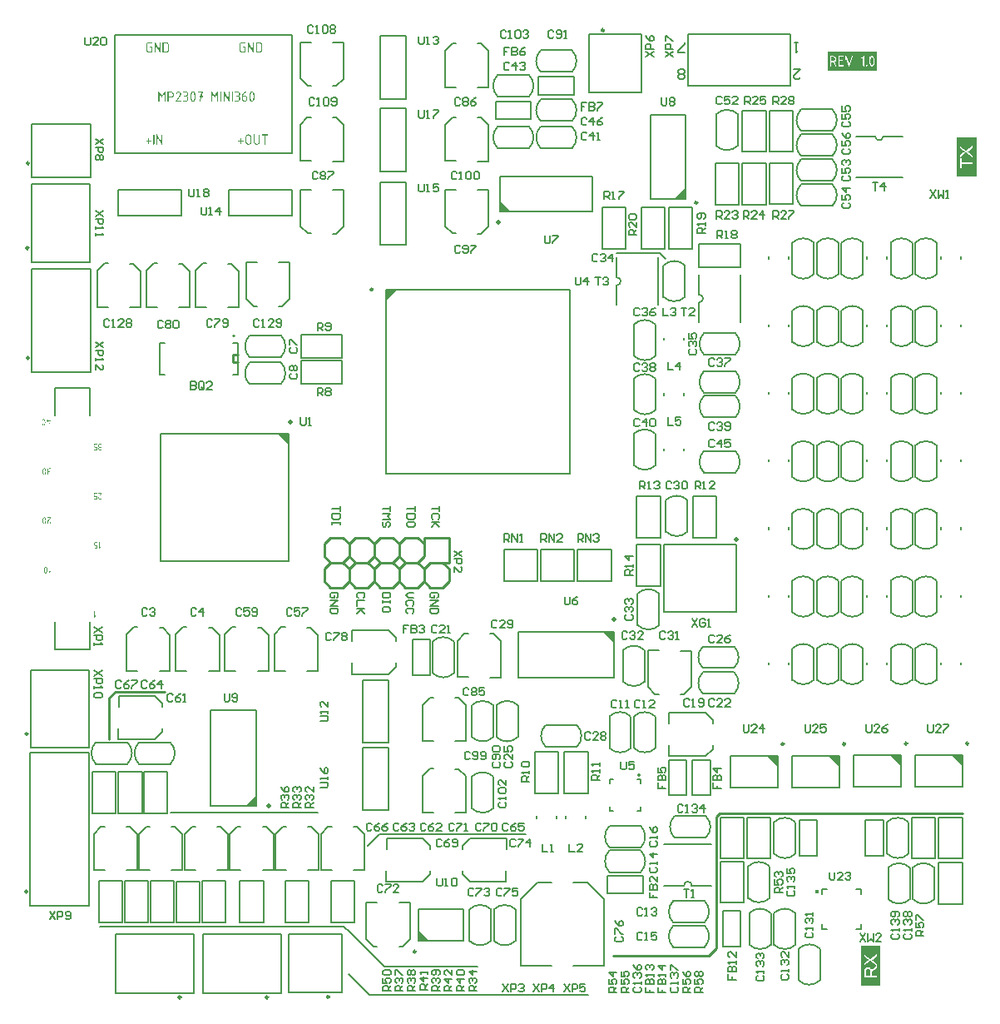
<source format=gto>
G04*
G04 #@! TF.GenerationSoftware,Altium Limited,Altium Designer,23.2.1 (34)*
G04*
G04 Layer_Color=65535*
%FSLAX42Y42*%
%MOMM*%
G71*
G04*
G04 #@! TF.SameCoordinates,D42B7736-0A14-4BE5-A4A9-6633498721EE*
G04*
G04*
G04 #@! TF.FilePolarity,Positive*
G04*
G01*
G75*
%ADD10C,0.20*%
%ADD11C,0.25*%
%ADD12C,0.40*%
%ADD13C,0.50*%
%ADD14C,0.35*%
%ADD15C,0.25*%
%ADD16C,0.13*%
%ADD17C,0.15*%
%ADD18C,0.15*%
%ADD19C,0.15*%
G36*
X6800Y8204D02*
X6690D01*
X6800Y8314D01*
Y8204D01*
D02*
G37*
G36*
X5028Y8070D02*
X4917D01*
Y8180D01*
X5028Y8070D01*
D02*
G37*
G36*
X3753Y7162D02*
Y7272D01*
X3863D01*
X3753Y7162D01*
D02*
G37*
G36*
X2762Y5703D02*
X2652Y5812D01*
X2762D01*
Y5703D01*
D02*
G37*
G36*
X6078Y3683D02*
X5967Y3792D01*
X6078D01*
Y3683D01*
D02*
G37*
G36*
X9621Y2430D02*
X9511Y2540D01*
X9621D01*
Y2430D01*
D02*
G37*
G36*
X8996D02*
X8886Y2540D01*
X8996D01*
Y2430D01*
D02*
G37*
G36*
X8365Y2425D02*
X8255Y2535D01*
X8365D01*
Y2425D01*
D02*
G37*
G36*
X7740D02*
X7630Y2535D01*
X7740D01*
Y2425D01*
D02*
G37*
G36*
X2430Y2023D02*
X2320D01*
X2430Y2133D01*
Y2023D01*
D02*
G37*
G36*
X4192Y653D02*
X4083D01*
Y762D01*
X4192Y653D01*
D02*
G37*
G36*
X8788Y200D02*
X8588D01*
Y600D01*
X8788D01*
Y200D01*
D02*
G37*
G36*
X8750Y9700D02*
Y9500D01*
X8250D01*
Y9700D01*
X8750D01*
D02*
G37*
G36*
X9762Y8825D02*
Y8425D01*
X9562D01*
Y8825D01*
X9762D01*
D02*
G37*
G36*
X1477Y8855D02*
X1479Y8854D01*
X1480Y8854D01*
X1480Y8853D01*
X1481Y8852D01*
X1481Y8850D01*
Y8755D01*
Y8755D01*
Y8754D01*
X1481Y8754D01*
X1480Y8753D01*
X1480Y8752D01*
X1479Y8751D01*
X1478Y8750D01*
X1476Y8750D01*
X1475D01*
X1475Y8750D01*
X1474Y8750D01*
X1472Y8751D01*
X1472Y8752D01*
X1471Y8753D01*
X1429Y8830D01*
Y8755D01*
Y8755D01*
Y8754D01*
X1428Y8754D01*
X1428Y8753D01*
X1427Y8752D01*
X1426Y8751D01*
X1425Y8750D01*
X1423Y8750D01*
X1422D01*
X1422Y8750D01*
X1421Y8751D01*
X1420Y8751D01*
X1419Y8752D01*
X1418Y8754D01*
X1418Y8755D01*
Y8850D01*
Y8850D01*
Y8851D01*
X1418Y8851D01*
X1419Y8853D01*
X1419Y8854D01*
X1420Y8854D01*
X1422Y8855D01*
X1423Y8855D01*
X1424D01*
X1424Y8855D01*
X1425Y8855D01*
X1426Y8854D01*
X1427Y8854D01*
X1427Y8853D01*
X1428Y8852D01*
X1471Y8776D01*
Y8850D01*
Y8850D01*
Y8851D01*
X1471Y8851D01*
X1471Y8853D01*
X1472Y8854D01*
X1473Y8854D01*
X1474Y8855D01*
X1476Y8855D01*
X1477D01*
X1477Y8855D01*
D02*
G37*
G36*
X1340Y8813D02*
X1342Y8812D01*
X1342Y8812D01*
X1343Y8811D01*
X1344Y8810D01*
X1344Y8808D01*
Y8792D01*
X1361D01*
X1362Y8792D01*
X1362Y8791D01*
X1363Y8791D01*
X1364Y8790D01*
X1365Y8789D01*
X1365Y8787D01*
Y8786D01*
Y8786D01*
X1365Y8785D01*
X1365Y8784D01*
X1364Y8783D01*
X1363Y8782D01*
X1362Y8782D01*
X1360Y8781D01*
X1344D01*
Y8766D01*
Y8766D01*
Y8765D01*
X1344Y8764D01*
X1343Y8763D01*
X1343Y8762D01*
X1342Y8761D01*
X1341Y8761D01*
X1339Y8761D01*
X1338D01*
X1337Y8761D01*
X1336Y8761D01*
X1335Y8762D01*
X1334Y8763D01*
X1334Y8764D01*
X1334Y8766D01*
Y8781D01*
X1317D01*
X1316Y8782D01*
X1315Y8782D01*
X1314Y8783D01*
X1313Y8784D01*
X1313Y8785D01*
X1312Y8787D01*
Y8787D01*
Y8788D01*
X1313Y8788D01*
X1313Y8789D01*
X1314Y8790D01*
X1315Y8791D01*
X1316Y8792D01*
X1318Y8792D01*
X1334D01*
Y8808D01*
Y8808D01*
Y8809D01*
X1334Y8809D01*
X1334Y8811D01*
X1335Y8811D01*
X1336Y8812D01*
X1337Y8813D01*
X1339Y8813D01*
X1340D01*
X1340Y8813D01*
D02*
G37*
G36*
X1393Y8855D02*
X1394Y8854D01*
X1395Y8854D01*
X1396Y8853D01*
X1397Y8852D01*
X1397Y8850D01*
Y8755D01*
Y8755D01*
Y8754D01*
X1397Y8754D01*
X1396Y8753D01*
X1396Y8752D01*
X1395Y8751D01*
X1393Y8750D01*
X1392Y8750D01*
X1391D01*
X1390Y8750D01*
X1389Y8751D01*
X1388Y8751D01*
X1387Y8752D01*
X1387Y8754D01*
X1386Y8755D01*
Y8850D01*
Y8850D01*
Y8851D01*
X1387Y8851D01*
X1387Y8853D01*
X1388Y8854D01*
X1389Y8854D01*
X1390Y8855D01*
X1392Y8855D01*
X1392D01*
X1393Y8855D01*
D02*
G37*
G36*
X1456Y9792D02*
X1457Y9792D01*
X1458Y9791D01*
X1459Y9790D01*
X1460Y9789D01*
X1460Y9787D01*
Y9693D01*
Y9693D01*
Y9692D01*
X1460Y9691D01*
X1459Y9690D01*
X1459Y9689D01*
X1458Y9688D01*
X1456Y9688D01*
X1455Y9688D01*
X1454D01*
X1453Y9688D01*
X1453Y9688D01*
X1451Y9689D01*
X1450Y9689D01*
X1450Y9690D01*
X1407Y9767D01*
Y9693D01*
Y9693D01*
Y9692D01*
X1407Y9691D01*
X1407Y9690D01*
X1406Y9689D01*
X1405Y9688D01*
X1404Y9688D01*
X1402Y9688D01*
X1401D01*
X1400Y9688D01*
X1399Y9688D01*
X1398Y9689D01*
X1397Y9690D01*
X1397Y9691D01*
X1397Y9693D01*
Y9787D01*
Y9787D01*
Y9788D01*
X1397Y9789D01*
X1397Y9790D01*
X1398Y9791D01*
X1399Y9792D01*
X1400Y9792D01*
X1402Y9793D01*
X1402D01*
X1403Y9792D01*
X1404Y9792D01*
X1405Y9792D01*
X1405Y9791D01*
X1406Y9791D01*
X1407Y9790D01*
X1449Y9713D01*
Y9787D01*
Y9787D01*
Y9788D01*
X1450Y9789D01*
X1450Y9790D01*
X1451Y9791D01*
X1452Y9792D01*
X1453Y9792D01*
X1455Y9793D01*
X1455D01*
X1456Y9792D01*
D02*
G37*
G36*
X1520Y9793D02*
X1522Y9792D01*
X1524Y9792D01*
X1527Y9791D01*
X1530Y9790D01*
X1533Y9788D01*
X1536Y9785D01*
X1537Y9785D01*
X1538Y9784D01*
X1539Y9782D01*
X1540Y9780D01*
X1542Y9777D01*
X1543Y9774D01*
X1544Y9770D01*
X1544Y9766D01*
Y9714D01*
Y9714D01*
Y9713D01*
Y9713D01*
X1544Y9712D01*
X1544Y9710D01*
X1543Y9707D01*
X1542Y9704D01*
X1541Y9701D01*
X1539Y9698D01*
X1536Y9695D01*
X1536Y9695D01*
X1535Y9694D01*
X1533Y9693D01*
X1531Y9691D01*
X1528Y9690D01*
X1525Y9689D01*
X1522Y9688D01*
X1518Y9688D01*
X1485D01*
X1485Y9688D01*
X1484Y9688D01*
X1483Y9689D01*
X1482Y9690D01*
X1481Y9691D01*
X1481Y9693D01*
Y9787D01*
Y9788D01*
Y9788D01*
X1481Y9789D01*
X1482Y9790D01*
X1482Y9791D01*
X1483Y9792D01*
X1485Y9793D01*
X1486Y9793D01*
X1519D01*
X1520Y9793D01*
D02*
G37*
G36*
X1372D02*
X1373Y9792D01*
X1374Y9792D01*
X1375Y9791D01*
X1375Y9789D01*
X1376Y9787D01*
Y9787D01*
Y9787D01*
X1375Y9786D01*
X1375Y9785D01*
X1374Y9784D01*
X1373Y9783D01*
X1372Y9782D01*
X1370Y9782D01*
X1338D01*
X1336Y9782D01*
X1335Y9782D01*
X1333Y9781D01*
X1331Y9780D01*
X1329Y9779D01*
X1327Y9778D01*
X1327Y9777D01*
X1327Y9777D01*
X1326Y9776D01*
X1325Y9775D01*
X1325Y9773D01*
X1324Y9771D01*
X1323Y9769D01*
X1323Y9766D01*
Y9714D01*
Y9713D01*
Y9713D01*
X1323Y9711D01*
X1324Y9710D01*
X1324Y9708D01*
X1325Y9706D01*
X1326Y9704D01*
X1327Y9702D01*
X1328Y9702D01*
X1328Y9702D01*
X1329Y9701D01*
X1331Y9700D01*
X1332Y9700D01*
X1334Y9699D01*
X1336Y9698D01*
X1339Y9698D01*
X1365D01*
Y9740D01*
X1354D01*
X1353Y9740D01*
X1352Y9741D01*
X1351Y9741D01*
X1350Y9742D01*
X1349Y9744D01*
X1349Y9745D01*
Y9745D01*
Y9746D01*
X1350Y9747D01*
X1350Y9748D01*
X1350Y9749D01*
X1351Y9750D01*
X1353Y9750D01*
X1355Y9751D01*
X1371D01*
X1372Y9750D01*
X1373Y9750D01*
X1374Y9749D01*
X1375Y9748D01*
X1375Y9747D01*
X1376Y9745D01*
Y9693D01*
Y9693D01*
Y9692D01*
X1375Y9691D01*
X1375Y9690D01*
X1374Y9689D01*
X1373Y9688D01*
X1372Y9688D01*
X1370Y9688D01*
X1338D01*
X1337Y9688D01*
X1335Y9688D01*
X1332Y9688D01*
X1329Y9689D01*
X1326Y9691D01*
X1323Y9693D01*
X1320Y9695D01*
X1320Y9695D01*
X1319Y9697D01*
X1318Y9698D01*
X1316Y9700D01*
X1315Y9703D01*
X1314Y9706D01*
X1313Y9710D01*
X1312Y9714D01*
Y9766D01*
Y9767D01*
Y9767D01*
Y9767D01*
X1313Y9768D01*
X1313Y9770D01*
X1313Y9773D01*
X1314Y9776D01*
X1316Y9779D01*
X1318Y9782D01*
X1320Y9785D01*
X1320Y9785D01*
X1322Y9786D01*
X1323Y9787D01*
X1325Y9789D01*
X1328Y9790D01*
X1331Y9792D01*
X1335Y9792D01*
X1339Y9793D01*
X1371D01*
X1372Y9793D01*
D02*
G37*
G36*
X2468Y8855D02*
X2469Y8854D01*
X2470Y8854D01*
X2471Y8853D01*
X2471Y8852D01*
X2471Y8850D01*
Y8781D01*
Y8781D01*
Y8781D01*
Y8780D01*
X2471Y8779D01*
Y8778D01*
X2471Y8777D01*
X2470Y8774D01*
X2469Y8770D01*
X2467Y8766D01*
X2466Y8765D01*
X2465Y8763D01*
X2464Y8761D01*
X2462Y8759D01*
X2462Y8759D01*
X2462Y8759D01*
X2461Y8758D01*
X2460Y8758D01*
X2459Y8757D01*
X2458Y8756D01*
X2456Y8755D01*
X2453Y8753D01*
X2449Y8751D01*
X2444Y8750D01*
X2442Y8750D01*
X2440Y8750D01*
X2438D01*
X2437Y8750D01*
X2436Y8750D01*
X2435Y8751D01*
X2432Y8751D01*
X2428Y8752D01*
X2425Y8754D01*
X2423Y8755D01*
X2421Y8756D01*
X2419Y8757D01*
X2417Y8759D01*
X2417Y8759D01*
X2417Y8759D01*
X2416Y8760D01*
X2416Y8761D01*
X2415Y8762D01*
X2414Y8763D01*
X2413Y8765D01*
X2411Y8769D01*
X2410Y8772D01*
X2409Y8777D01*
X2408Y8779D01*
X2408Y8781D01*
Y8850D01*
Y8850D01*
Y8851D01*
X2409Y8851D01*
X2409Y8853D01*
X2409Y8854D01*
X2410Y8854D01*
X2412Y8855D01*
X2413Y8855D01*
X2414D01*
X2415Y8855D01*
X2416Y8854D01*
X2417Y8854D01*
X2418Y8853D01*
X2419Y8852D01*
X2419Y8850D01*
Y8781D01*
Y8781D01*
Y8781D01*
X2419Y8780D01*
X2419Y8778D01*
X2419Y8776D01*
X2420Y8774D01*
X2421Y8771D01*
X2423Y8769D01*
X2425Y8766D01*
X2425Y8766D01*
X2426Y8766D01*
X2427Y8765D01*
X2429Y8764D01*
X2431Y8762D01*
X2433Y8761D01*
X2436Y8761D01*
X2440Y8761D01*
X2440D01*
X2441Y8761D01*
X2443Y8761D01*
X2445Y8761D01*
X2447Y8762D01*
X2450Y8763D01*
X2452Y8764D01*
X2455Y8766D01*
X2455Y8767D01*
X2456Y8768D01*
X2456Y8769D01*
X2458Y8771D01*
X2459Y8773D01*
X2460Y8775D01*
X2461Y8778D01*
X2461Y8781D01*
Y8850D01*
Y8850D01*
Y8851D01*
X2461Y8851D01*
X2461Y8853D01*
X2462Y8854D01*
X2463Y8854D01*
X2464Y8855D01*
X2466Y8855D01*
X2467D01*
X2468Y8855D01*
D02*
G37*
G36*
X2278Y8813D02*
X2279Y8812D01*
X2280Y8812D01*
X2281Y8811D01*
X2281Y8810D01*
X2282Y8808D01*
Y8792D01*
X2298D01*
X2299Y8792D01*
X2300Y8791D01*
X2301Y8791D01*
X2302Y8790D01*
X2302Y8789D01*
X2303Y8787D01*
Y8786D01*
Y8786D01*
X2302Y8785D01*
X2302Y8784D01*
X2301Y8783D01*
X2300Y8782D01*
X2299Y8782D01*
X2297Y8781D01*
X2282D01*
Y8766D01*
Y8766D01*
Y8765D01*
X2281Y8764D01*
X2281Y8763D01*
X2280Y8762D01*
X2279Y8761D01*
X2278Y8761D01*
X2276Y8761D01*
X2276D01*
X2275Y8761D01*
X2274Y8761D01*
X2273Y8762D01*
X2272Y8763D01*
X2271Y8764D01*
X2271Y8766D01*
Y8781D01*
X2254D01*
X2254Y8782D01*
X2253Y8782D01*
X2252Y8783D01*
X2251Y8784D01*
X2250Y8785D01*
X2250Y8787D01*
Y8787D01*
Y8788D01*
X2250Y8788D01*
X2251Y8789D01*
X2251Y8790D01*
X2252Y8791D01*
X2254Y8792D01*
X2255Y8792D01*
X2271D01*
Y8808D01*
Y8808D01*
Y8809D01*
X2271Y8809D01*
X2272Y8811D01*
X2272Y8811D01*
X2273Y8812D01*
X2275Y8813D01*
X2276Y8813D01*
X2277D01*
X2278Y8813D01*
D02*
G37*
G36*
X2552Y8855D02*
X2553Y8855D01*
X2554Y8854D01*
X2555Y8853D01*
X2555Y8852D01*
X2556Y8850D01*
Y8850D01*
Y8849D01*
X2555Y8848D01*
X2555Y8847D01*
X2554Y8846D01*
X2553Y8846D01*
X2552Y8845D01*
X2550Y8845D01*
X2529D01*
Y8755D01*
Y8755D01*
Y8754D01*
X2529Y8754D01*
X2528Y8753D01*
X2528Y8752D01*
X2527Y8751D01*
X2526Y8750D01*
X2524Y8750D01*
X2523D01*
X2522Y8750D01*
X2521Y8751D01*
X2520Y8751D01*
X2519Y8752D01*
X2519Y8754D01*
X2519Y8755D01*
Y8845D01*
X2497D01*
X2496Y8845D01*
X2495Y8846D01*
X2494Y8846D01*
X2493Y8847D01*
X2492Y8848D01*
X2492Y8850D01*
Y8850D01*
Y8851D01*
X2493Y8852D01*
X2493Y8853D01*
X2493Y8854D01*
X2494Y8855D01*
X2496Y8855D01*
X2498Y8855D01*
X2551D01*
X2552Y8855D01*
D02*
G37*
G36*
X2358D02*
X2359D01*
X2360Y8855D01*
X2363Y8854D01*
X2367Y8853D01*
X2370Y8851D01*
X2372Y8850D01*
X2374Y8849D01*
X2376Y8848D01*
X2378Y8846D01*
X2378Y8846D01*
X2378Y8846D01*
X2379Y8845D01*
X2379Y8844D01*
X2380Y8844D01*
X2381Y8842D01*
X2382Y8840D01*
X2384Y8837D01*
X2386Y8833D01*
X2387Y8829D01*
X2387Y8826D01*
X2387Y8824D01*
Y8781D01*
Y8781D01*
Y8781D01*
Y8780D01*
X2387Y8779D01*
Y8778D01*
X2386Y8777D01*
X2386Y8774D01*
X2385Y8770D01*
X2383Y8767D01*
X2382Y8765D01*
X2381Y8763D01*
X2379Y8761D01*
X2378Y8759D01*
X2378Y8759D01*
X2377Y8759D01*
X2377Y8758D01*
X2376Y8758D01*
X2375Y8757D01*
X2374Y8756D01*
X2371Y8755D01*
X2368Y8753D01*
X2364Y8751D01*
X2360Y8750D01*
X2358Y8750D01*
X2355Y8750D01*
X2354D01*
X2353Y8750D01*
X2352Y8750D01*
X2351Y8751D01*
X2348Y8751D01*
X2344Y8752D01*
X2340Y8754D01*
X2339Y8755D01*
X2337Y8756D01*
X2335Y8758D01*
X2333Y8759D01*
X2333Y8759D01*
X2333Y8760D01*
X2332Y8760D01*
X2331Y8761D01*
X2330Y8763D01*
X2329Y8766D01*
X2327Y8769D01*
X2325Y8773D01*
X2324Y8777D01*
X2324Y8779D01*
X2324Y8781D01*
Y8824D01*
Y8824D01*
Y8824D01*
Y8825D01*
X2324Y8826D01*
X2324Y8827D01*
X2324Y8828D01*
X2325Y8831D01*
X2326Y8835D01*
X2328Y8839D01*
X2329Y8841D01*
X2330Y8842D01*
X2331Y8844D01*
X2333Y8846D01*
X2333Y8846D01*
X2333Y8846D01*
X2334Y8847D01*
X2335Y8848D01*
X2336Y8848D01*
X2337Y8849D01*
X2339Y8851D01*
X2343Y8852D01*
X2346Y8854D01*
X2351Y8855D01*
X2353Y8855D01*
X2355Y8855D01*
X2357D01*
X2358Y8855D01*
D02*
G37*
G36*
X2406Y9792D02*
X2407Y9792D01*
X2408Y9791D01*
X2409Y9790D01*
X2410Y9789D01*
X2410Y9787D01*
Y9693D01*
Y9693D01*
Y9692D01*
X2410Y9691D01*
X2409Y9690D01*
X2409Y9689D01*
X2408Y9688D01*
X2406Y9688D01*
X2405Y9688D01*
X2404D01*
X2403Y9688D01*
X2403Y9688D01*
X2401Y9689D01*
X2400Y9689D01*
X2400Y9690D01*
X2357Y9767D01*
Y9693D01*
Y9693D01*
Y9692D01*
X2357Y9691D01*
X2357Y9690D01*
X2356Y9689D01*
X2355Y9688D01*
X2354Y9688D01*
X2352Y9688D01*
X2351D01*
X2350Y9688D01*
X2349Y9688D01*
X2348Y9689D01*
X2347Y9690D01*
X2347Y9691D01*
X2347Y9693D01*
Y9787D01*
Y9787D01*
Y9788D01*
X2347Y9789D01*
X2347Y9790D01*
X2348Y9791D01*
X2349Y9792D01*
X2350Y9792D01*
X2352Y9793D01*
X2352D01*
X2353Y9792D01*
X2354Y9792D01*
X2355Y9792D01*
X2355Y9791D01*
X2356Y9791D01*
X2357Y9790D01*
X2399Y9713D01*
Y9787D01*
Y9787D01*
Y9788D01*
X2400Y9789D01*
X2400Y9790D01*
X2401Y9791D01*
X2402Y9792D01*
X2403Y9792D01*
X2405Y9793D01*
X2405D01*
X2406Y9792D01*
D02*
G37*
G36*
X2470Y9793D02*
X2472Y9792D01*
X2474Y9792D01*
X2477Y9791D01*
X2480Y9790D01*
X2483Y9788D01*
X2486Y9785D01*
X2487Y9785D01*
X2488Y9784D01*
X2489Y9782D01*
X2490Y9780D01*
X2492Y9777D01*
X2493Y9774D01*
X2494Y9770D01*
X2494Y9766D01*
Y9714D01*
Y9714D01*
Y9713D01*
Y9713D01*
X2494Y9712D01*
X2494Y9710D01*
X2493Y9707D01*
X2492Y9704D01*
X2491Y9701D01*
X2489Y9698D01*
X2486Y9695D01*
X2486Y9695D01*
X2485Y9694D01*
X2483Y9693D01*
X2481Y9691D01*
X2478Y9690D01*
X2475Y9689D01*
X2472Y9688D01*
X2468Y9688D01*
X2435D01*
X2435Y9688D01*
X2434Y9688D01*
X2433Y9689D01*
X2432Y9690D01*
X2431Y9691D01*
X2431Y9693D01*
Y9787D01*
Y9788D01*
Y9788D01*
X2431Y9789D01*
X2432Y9790D01*
X2432Y9791D01*
X2433Y9792D01*
X2435Y9793D01*
X2436Y9793D01*
X2469D01*
X2470Y9793D01*
D02*
G37*
G36*
X2322D02*
X2323Y9792D01*
X2324Y9792D01*
X2325Y9791D01*
X2325Y9789D01*
X2326Y9787D01*
Y9787D01*
Y9787D01*
X2325Y9786D01*
X2325Y9785D01*
X2324Y9784D01*
X2323Y9783D01*
X2322Y9782D01*
X2320Y9782D01*
X2288D01*
X2286Y9782D01*
X2285Y9782D01*
X2283Y9781D01*
X2281Y9780D01*
X2279Y9779D01*
X2277Y9778D01*
X2277Y9777D01*
X2277Y9777D01*
X2276Y9776D01*
X2275Y9775D01*
X2275Y9773D01*
X2274Y9771D01*
X2273Y9769D01*
X2273Y9766D01*
Y9714D01*
Y9713D01*
Y9713D01*
X2273Y9711D01*
X2274Y9710D01*
X2274Y9708D01*
X2275Y9706D01*
X2276Y9704D01*
X2277Y9702D01*
X2278Y9702D01*
X2278Y9702D01*
X2279Y9701D01*
X2281Y9700D01*
X2282Y9700D01*
X2284Y9699D01*
X2286Y9698D01*
X2289Y9698D01*
X2315D01*
Y9740D01*
X2304D01*
X2303Y9740D01*
X2302Y9741D01*
X2301Y9741D01*
X2300Y9742D01*
X2299Y9744D01*
X2299Y9745D01*
Y9745D01*
Y9746D01*
X2300Y9747D01*
X2300Y9748D01*
X2300Y9749D01*
X2301Y9750D01*
X2303Y9750D01*
X2305Y9751D01*
X2321D01*
X2322Y9750D01*
X2323Y9750D01*
X2324Y9749D01*
X2325Y9748D01*
X2325Y9747D01*
X2326Y9745D01*
Y9693D01*
Y9693D01*
Y9692D01*
X2325Y9691D01*
X2325Y9690D01*
X2324Y9689D01*
X2323Y9688D01*
X2322Y9688D01*
X2320Y9688D01*
X2288D01*
X2287Y9688D01*
X2285Y9688D01*
X2282Y9688D01*
X2279Y9689D01*
X2276Y9691D01*
X2273Y9693D01*
X2270Y9695D01*
X2270Y9695D01*
X2269Y9697D01*
X2268Y9698D01*
X2266Y9700D01*
X2265Y9703D01*
X2264Y9706D01*
X2263Y9710D01*
X2262Y9714D01*
Y9766D01*
Y9767D01*
Y9767D01*
Y9767D01*
X2263Y9768D01*
X2263Y9770D01*
X2263Y9773D01*
X2264Y9776D01*
X2266Y9779D01*
X2267Y9782D01*
X2270Y9785D01*
X2270Y9785D01*
X2272Y9786D01*
X2273Y9787D01*
X2275Y9789D01*
X2278Y9790D01*
X2281Y9792D01*
X2285Y9792D01*
X2289Y9793D01*
X2321D01*
X2322Y9793D01*
D02*
G37*
G36*
X2044Y9292D02*
X2046Y9292D01*
X2047Y9291D01*
X2047Y9290D01*
X2048Y9289D01*
X2048Y9287D01*
Y9193D01*
Y9193D01*
Y9192D01*
X2048Y9191D01*
X2047Y9190D01*
X2047Y9189D01*
X2046Y9188D01*
X2045Y9188D01*
X2043Y9188D01*
X2042D01*
X2041Y9188D01*
X2040Y9188D01*
X2039Y9189D01*
X2038Y9190D01*
X2038Y9191D01*
X2038Y9193D01*
Y9270D01*
X2016Y9238D01*
X2016Y9238D01*
X2016Y9237D01*
X2015Y9236D01*
X2013Y9235D01*
X2012Y9235D01*
X2011Y9235D01*
X2011D01*
X2010Y9235D01*
X2010Y9235D01*
X2009Y9235D01*
X2008Y9236D01*
X2007Y9237D01*
X2006Y9238D01*
X1985Y9270D01*
Y9193D01*
Y9193D01*
Y9192D01*
X1985Y9191D01*
X1984Y9190D01*
X1984Y9189D01*
X1983Y9188D01*
X1982Y9188D01*
X1980Y9188D01*
X1979D01*
X1978Y9188D01*
X1977Y9188D01*
X1976Y9189D01*
X1975Y9190D01*
X1975Y9191D01*
X1974Y9193D01*
Y9287D01*
Y9287D01*
Y9288D01*
X1975Y9289D01*
X1975Y9290D01*
X1976Y9291D01*
X1977Y9292D01*
X1978Y9292D01*
X1980Y9293D01*
X1980D01*
X1981Y9292D01*
X1982Y9292D01*
X1983Y9292D01*
X1984Y9291D01*
X1984Y9290D01*
X2011Y9250D01*
X2038Y9290D01*
Y9290D01*
X2039Y9291D01*
X2039Y9292D01*
X2041Y9292D01*
X2042Y9292D01*
X2043Y9293D01*
X2044D01*
X2044Y9292D01*
D02*
G37*
G36*
X1507D02*
X1509Y9292D01*
X1510Y9291D01*
X1510Y9290D01*
X1511Y9289D01*
X1511Y9287D01*
Y9193D01*
Y9193D01*
Y9192D01*
X1511Y9191D01*
X1510Y9190D01*
X1510Y9189D01*
X1509Y9188D01*
X1508Y9188D01*
X1506Y9188D01*
X1505D01*
X1504Y9188D01*
X1503Y9188D01*
X1502Y9189D01*
X1501Y9190D01*
X1501Y9191D01*
X1501Y9193D01*
Y9270D01*
X1479Y9238D01*
X1479Y9238D01*
X1479Y9237D01*
X1478Y9236D01*
X1476Y9235D01*
X1475Y9235D01*
X1474Y9235D01*
X1474D01*
X1473Y9235D01*
X1473Y9235D01*
X1472Y9235D01*
X1471Y9236D01*
X1470Y9237D01*
X1469Y9238D01*
X1448Y9270D01*
Y9193D01*
Y9193D01*
Y9192D01*
X1448Y9191D01*
X1447Y9190D01*
X1447Y9189D01*
X1446Y9188D01*
X1445Y9188D01*
X1443Y9188D01*
X1442D01*
X1441Y9188D01*
X1440Y9188D01*
X1439Y9189D01*
X1438Y9190D01*
X1438Y9191D01*
X1438Y9193D01*
Y9287D01*
Y9287D01*
Y9288D01*
X1438Y9289D01*
X1438Y9290D01*
X1439Y9291D01*
X1440Y9292D01*
X1441Y9292D01*
X1443Y9293D01*
X1443D01*
X1444Y9292D01*
X1445Y9292D01*
X1446Y9292D01*
X1447Y9291D01*
X1447Y9290D01*
X1474Y9250D01*
X1501Y9290D01*
Y9290D01*
X1502Y9291D01*
X1502Y9292D01*
X1504Y9292D01*
X1505Y9292D01*
X1506Y9293D01*
X1507D01*
X1507Y9292D01*
D02*
G37*
G36*
X2160D02*
X2161Y9292D01*
X2162Y9291D01*
X2163Y9290D01*
X2164Y9289D01*
X2164Y9287D01*
Y9193D01*
Y9193D01*
Y9192D01*
X2164Y9191D01*
X2163Y9190D01*
X2163Y9189D01*
X2162Y9188D01*
X2161Y9188D01*
X2159Y9188D01*
X2158D01*
X2158Y9188D01*
X2157Y9188D01*
X2155Y9189D01*
X2155Y9189D01*
X2154Y9190D01*
X2112Y9267D01*
Y9193D01*
Y9193D01*
Y9192D01*
X2111Y9191D01*
X2111Y9190D01*
X2110Y9189D01*
X2109Y9188D01*
X2108Y9188D01*
X2106Y9188D01*
X2105D01*
X2104Y9188D01*
X2104Y9188D01*
X2103Y9189D01*
X2102Y9190D01*
X2101Y9191D01*
X2101Y9193D01*
Y9287D01*
Y9287D01*
Y9288D01*
X2101Y9289D01*
X2102Y9290D01*
X2102Y9291D01*
X2103Y9292D01*
X2104Y9292D01*
X2106Y9293D01*
X2107D01*
X2107Y9292D01*
X2108Y9292D01*
X2109Y9292D01*
X2110Y9291D01*
X2110Y9291D01*
X2111Y9290D01*
X2154Y9213D01*
Y9287D01*
Y9287D01*
Y9288D01*
X2154Y9289D01*
X2154Y9290D01*
X2155Y9291D01*
X2156Y9292D01*
X2157Y9292D01*
X2159Y9293D01*
X2160D01*
X2160Y9292D01*
D02*
G37*
G36*
X2392Y9293D02*
X2393Y9292D01*
X2394Y9292D01*
X2396Y9292D01*
X2397Y9291D01*
X2399Y9290D01*
X2401Y9289D01*
X2402Y9288D01*
X2404Y9286D01*
X2406Y9284D01*
X2408Y9282D01*
X2409Y9279D01*
X2411Y9276D01*
X2412Y9273D01*
Y9272D01*
X2412Y9272D01*
X2413Y9271D01*
X2413Y9270D01*
X2413Y9269D01*
X2414Y9267D01*
X2414Y9265D01*
X2415Y9263D01*
X2415Y9261D01*
X2415Y9259D01*
X2416Y9256D01*
X2416Y9253D01*
X2417Y9247D01*
X2417Y9240D01*
Y9240D01*
Y9239D01*
Y9238D01*
Y9237D01*
X2417Y9235D01*
Y9233D01*
X2416Y9231D01*
X2416Y9229D01*
X2416Y9224D01*
X2415Y9218D01*
X2414Y9213D01*
X2412Y9207D01*
Y9207D01*
X2412Y9207D01*
X2411Y9206D01*
X2411Y9204D01*
X2410Y9203D01*
X2409Y9201D01*
X2407Y9197D01*
X2404Y9194D01*
X2402Y9192D01*
X2400Y9191D01*
X2398Y9189D01*
X2396Y9188D01*
X2393Y9188D01*
X2391Y9188D01*
X2390D01*
X2389Y9188D01*
X2388Y9188D01*
X2387Y9188D01*
X2385Y9189D01*
X2384Y9189D01*
X2382Y9190D01*
X2380Y9191D01*
X2379Y9192D01*
X2377Y9194D01*
X2375Y9196D01*
X2373Y9198D01*
X2372Y9201D01*
X2370Y9204D01*
X2369Y9207D01*
Y9208D01*
X2369Y9208D01*
X2368Y9209D01*
X2368Y9210D01*
X2368Y9211D01*
X2367Y9213D01*
X2367Y9215D01*
X2366Y9217D01*
X2366Y9219D01*
X2366Y9222D01*
X2365Y9224D01*
X2365Y9227D01*
X2364Y9233D01*
X2364Y9240D01*
Y9240D01*
Y9241D01*
Y9242D01*
Y9243D01*
X2364Y9245D01*
Y9247D01*
X2365Y9249D01*
X2365Y9251D01*
X2365Y9256D01*
X2366Y9262D01*
X2367Y9267D01*
X2369Y9273D01*
Y9273D01*
X2369Y9274D01*
X2369Y9275D01*
X2370Y9276D01*
X2371Y9277D01*
X2372Y9279D01*
X2374Y9283D01*
X2377Y9287D01*
X2379Y9288D01*
X2381Y9290D01*
X2383Y9291D01*
X2385Y9292D01*
X2388Y9293D01*
X2391Y9293D01*
X2391D01*
X2392Y9293D01*
D02*
G37*
G36*
X2329Y9292D02*
X2330Y9292D01*
X2331Y9291D01*
X2332Y9290D01*
X2332Y9289D01*
X2333Y9287D01*
Y9287D01*
Y9287D01*
X2332Y9286D01*
X2332Y9285D01*
X2332Y9285D01*
X2331Y9284D01*
X2331Y9283D01*
X2330Y9283D01*
X2330D01*
X2329Y9283D01*
X2329Y9282D01*
X2328Y9282D01*
X2327Y9282D01*
X2326Y9281D01*
X2323Y9280D01*
X2320Y9278D01*
X2316Y9276D01*
X2313Y9273D01*
X2311Y9271D01*
X2309Y9269D01*
Y9269D01*
X2309Y9268D01*
X2308Y9267D01*
X2307Y9265D01*
X2306Y9263D01*
X2304Y9260D01*
X2303Y9257D01*
X2302Y9254D01*
X2301Y9251D01*
X2318D01*
X2319Y9250D01*
X2321Y9250D01*
X2323Y9250D01*
X2326Y9249D01*
X2329Y9247D01*
X2333Y9245D01*
X2336Y9243D01*
X2336Y9242D01*
X2337Y9242D01*
X2338Y9240D01*
X2339Y9238D01*
X2341Y9235D01*
X2342Y9232D01*
X2343Y9228D01*
X2343Y9224D01*
Y9214D01*
Y9214D01*
Y9213D01*
Y9213D01*
X2343Y9212D01*
X2343Y9210D01*
X2342Y9207D01*
X2341Y9204D01*
X2340Y9201D01*
X2338Y9198D01*
X2335Y9195D01*
X2335Y9195D01*
X2334Y9194D01*
X2332Y9193D01*
X2330Y9191D01*
X2327Y9190D01*
X2324Y9189D01*
X2321Y9188D01*
X2317Y9188D01*
X2316D01*
X2315Y9188D01*
X2313Y9188D01*
X2310Y9188D01*
X2307Y9189D01*
X2304Y9191D01*
X2301Y9193D01*
X2298Y9195D01*
X2298Y9195D01*
X2297Y9196D01*
X2296Y9198D01*
X2294Y9200D01*
X2293Y9203D01*
X2292Y9206D01*
X2291Y9210D01*
X2291Y9214D01*
Y9245D01*
Y9245D01*
Y9246D01*
Y9247D01*
X2291Y9248D01*
X2291Y9250D01*
X2291Y9252D01*
X2291Y9254D01*
X2292Y9256D01*
X2294Y9261D01*
X2294Y9263D01*
X2296Y9266D01*
X2297Y9269D01*
X2299Y9271D01*
X2300Y9274D01*
X2302Y9277D01*
X2303Y9277D01*
X2303Y9277D01*
X2303Y9277D01*
X2304Y9278D01*
X2306Y9280D01*
X2308Y9282D01*
X2311Y9285D01*
X2315Y9287D01*
X2318Y9290D01*
X2322Y9291D01*
X2323D01*
X2323Y9292D01*
X2324Y9292D01*
X2324Y9292D01*
X2326Y9292D01*
X2327Y9293D01*
X2328D01*
X2329Y9292D01*
D02*
G37*
G36*
X2245Y9293D02*
X2247Y9292D01*
X2249Y9292D01*
X2252Y9291D01*
X2256Y9290D01*
X2259Y9288D01*
X2262Y9285D01*
X2262Y9285D01*
X2263Y9284D01*
X2264Y9282D01*
X2266Y9280D01*
X2267Y9277D01*
X2268Y9274D01*
X2269Y9270D01*
X2269Y9266D01*
Y9266D01*
Y9266D01*
Y9265D01*
X2269Y9264D01*
X2269Y9263D01*
X2269Y9262D01*
X2268Y9259D01*
X2267Y9255D01*
X2266Y9254D01*
X2265Y9252D01*
X2264Y9250D01*
X2262Y9248D01*
X2261Y9247D01*
X2259Y9245D01*
X2259D01*
X2259Y9245D01*
X2260Y9245D01*
X2261Y9244D01*
X2262Y9242D01*
X2264Y9240D01*
X2266Y9237D01*
X2268Y9233D01*
X2269Y9231D01*
X2269Y9229D01*
X2269Y9227D01*
X2269Y9224D01*
Y9214D01*
Y9214D01*
Y9213D01*
Y9213D01*
X2269Y9212D01*
X2269Y9210D01*
X2269Y9207D01*
X2268Y9204D01*
X2266Y9201D01*
X2264Y9198D01*
X2262Y9195D01*
X2261Y9195D01*
X2260Y9194D01*
X2259Y9193D01*
X2256Y9191D01*
X2254Y9190D01*
X2251Y9189D01*
X2247Y9188D01*
X2243Y9188D01*
X2221D01*
X2220Y9188D01*
X2219Y9188D01*
X2218Y9189D01*
X2218Y9190D01*
X2217Y9191D01*
X2217Y9193D01*
Y9193D01*
Y9194D01*
X2217Y9194D01*
X2217Y9195D01*
X2218Y9196D01*
X2219Y9197D01*
X2220Y9198D01*
X2222Y9198D01*
X2244D01*
X2245Y9198D01*
X2247Y9199D01*
X2249Y9199D01*
X2251Y9200D01*
X2252Y9201D01*
X2254Y9202D01*
X2254Y9203D01*
X2255Y9203D01*
X2256Y9204D01*
X2257Y9206D01*
X2257Y9207D01*
X2258Y9209D01*
X2259Y9211D01*
X2259Y9214D01*
Y9224D01*
Y9225D01*
Y9225D01*
X2259Y9227D01*
X2258Y9228D01*
X2258Y9230D01*
X2257Y9232D01*
X2256Y9234D01*
X2254Y9235D01*
X2254Y9236D01*
X2254Y9236D01*
X2252Y9237D01*
X2251Y9238D01*
X2249Y9239D01*
X2248Y9239D01*
X2245Y9240D01*
X2243Y9240D01*
X2232D01*
X2231Y9240D01*
X2230Y9241D01*
X2229Y9241D01*
X2228Y9242D01*
X2227Y9244D01*
X2227Y9245D01*
Y9245D01*
Y9246D01*
X2228Y9247D01*
X2228Y9248D01*
X2229Y9249D01*
X2229Y9250D01*
X2231Y9250D01*
X2232Y9251D01*
X2244D01*
X2245Y9251D01*
X2247Y9251D01*
X2249Y9252D01*
X2251Y9252D01*
X2252Y9254D01*
X2254Y9255D01*
X2254Y9255D01*
X2255Y9256D01*
X2256Y9257D01*
X2257Y9258D01*
X2257Y9260D01*
X2258Y9262D01*
X2259Y9264D01*
X2259Y9266D01*
Y9267D01*
Y9267D01*
X2259Y9269D01*
X2258Y9270D01*
X2258Y9272D01*
X2257Y9274D01*
X2256Y9276D01*
X2254Y9277D01*
X2254Y9278D01*
X2254Y9278D01*
X2252Y9279D01*
X2251Y9280D01*
X2249Y9281D01*
X2248Y9282D01*
X2245Y9282D01*
X2243Y9282D01*
X2221D01*
X2220Y9283D01*
X2219Y9283D01*
X2218Y9284D01*
X2218Y9285D01*
X2217Y9286D01*
X2217Y9287D01*
Y9288D01*
Y9288D01*
X2217Y9289D01*
X2217Y9290D01*
X2218Y9291D01*
X2219Y9292D01*
X2220Y9293D01*
X2222Y9293D01*
X2244D01*
X2245Y9293D01*
D02*
G37*
G36*
X2192Y9292D02*
X2193Y9292D01*
X2194Y9291D01*
X2195Y9290D01*
X2196Y9289D01*
X2196Y9287D01*
Y9193D01*
Y9193D01*
Y9192D01*
X2196Y9191D01*
X2195Y9190D01*
X2194Y9189D01*
X2194Y9188D01*
X2192Y9188D01*
X2190Y9188D01*
X2190D01*
X2189Y9188D01*
X2188Y9188D01*
X2187Y9189D01*
X2186Y9190D01*
X2185Y9191D01*
X2185Y9193D01*
Y9287D01*
Y9287D01*
Y9288D01*
X2186Y9289D01*
X2186Y9290D01*
X2186Y9291D01*
X2187Y9292D01*
X2189Y9292D01*
X2190Y9293D01*
X2191D01*
X2192Y9292D01*
D02*
G37*
G36*
X2076Y9292D02*
X2077Y9292D01*
X2078Y9291D01*
X2079Y9290D01*
X2080Y9289D01*
X2080Y9287D01*
Y9193D01*
Y9193D01*
Y9192D01*
X2080Y9191D01*
X2079Y9190D01*
X2079Y9189D01*
X2078Y9188D01*
X2076Y9188D01*
X2074Y9188D01*
X2074D01*
X2073Y9188D01*
X2072Y9188D01*
X2071Y9189D01*
X2070Y9190D01*
X2069Y9191D01*
X2069Y9193D01*
Y9287D01*
Y9287D01*
Y9288D01*
X2070Y9289D01*
X2070Y9290D01*
X2071Y9291D01*
X2072Y9292D01*
X2073Y9292D01*
X2074Y9293D01*
X2075D01*
X2076Y9292D01*
D02*
G37*
G36*
X1887Y9293D02*
X1887Y9292D01*
X1888Y9292D01*
X1889Y9291D01*
X1890Y9289D01*
X1890Y9288D01*
Y9287D01*
X1890Y9286D01*
X1881Y9245D01*
X1886D01*
X1887Y9245D01*
X1888Y9245D01*
X1889Y9244D01*
X1889Y9243D01*
X1890Y9242D01*
X1890Y9240D01*
Y9240D01*
Y9239D01*
X1890Y9238D01*
X1889Y9237D01*
X1889Y9237D01*
X1888Y9236D01*
X1887Y9235D01*
X1885Y9235D01*
X1878D01*
X1869Y9192D01*
Y9191D01*
X1869Y9191D01*
X1868Y9190D01*
X1868Y9190D01*
X1867Y9189D01*
X1866Y9188D01*
X1865Y9188D01*
X1864Y9188D01*
X1863D01*
X1862Y9188D01*
X1861Y9188D01*
X1860Y9189D01*
X1859Y9190D01*
X1859Y9191D01*
X1859Y9193D01*
Y9193D01*
Y9193D01*
Y9194D01*
X1868Y9235D01*
X1863D01*
X1862Y9235D01*
X1861Y9236D01*
X1860Y9236D01*
X1859Y9237D01*
X1859Y9238D01*
X1859Y9240D01*
Y9240D01*
Y9241D01*
X1859Y9242D01*
X1859Y9243D01*
X1860Y9244D01*
X1861Y9245D01*
X1862Y9245D01*
X1864Y9245D01*
X1870D01*
X1878Y9282D01*
X1842D01*
X1841Y9283D01*
X1840Y9283D01*
X1839Y9284D01*
X1838Y9285D01*
X1838Y9286D01*
X1837Y9287D01*
Y9288D01*
Y9288D01*
X1838Y9289D01*
X1838Y9290D01*
X1839Y9291D01*
X1840Y9292D01*
X1841Y9293D01*
X1843Y9293D01*
X1886D01*
X1887Y9293D01*
D02*
G37*
G36*
X1792D02*
X1793Y9292D01*
X1794Y9292D01*
X1795Y9292D01*
X1797Y9291D01*
X1799Y9290D01*
X1800Y9289D01*
X1802Y9288D01*
X1804Y9286D01*
X1806Y9284D01*
X1807Y9282D01*
X1809Y9279D01*
X1811Y9276D01*
X1812Y9273D01*
Y9272D01*
X1812Y9272D01*
X1812Y9271D01*
X1813Y9270D01*
X1813Y9269D01*
X1813Y9267D01*
X1814Y9265D01*
X1814Y9263D01*
X1815Y9261D01*
X1815Y9259D01*
X1815Y9256D01*
X1816Y9253D01*
X1816Y9247D01*
X1817Y9240D01*
Y9240D01*
Y9239D01*
Y9238D01*
Y9237D01*
X1816Y9235D01*
Y9233D01*
X1816Y9231D01*
X1816Y9229D01*
X1815Y9224D01*
X1814Y9218D01*
X1813Y9213D01*
X1812Y9207D01*
Y9207D01*
X1812Y9207D01*
X1811Y9206D01*
X1811Y9204D01*
X1810Y9203D01*
X1809Y9201D01*
X1807Y9197D01*
X1804Y9194D01*
X1802Y9192D01*
X1800Y9191D01*
X1798Y9189D01*
X1795Y9188D01*
X1793Y9188D01*
X1790Y9188D01*
X1790D01*
X1789Y9188D01*
X1788Y9188D01*
X1787Y9188D01*
X1785Y9189D01*
X1784Y9189D01*
X1782Y9190D01*
X1780Y9191D01*
X1778Y9192D01*
X1777Y9194D01*
X1775Y9196D01*
X1773Y9198D01*
X1771Y9201D01*
X1770Y9204D01*
X1768Y9207D01*
Y9208D01*
X1768Y9208D01*
X1768Y9209D01*
X1768Y9210D01*
X1767Y9211D01*
X1767Y9213D01*
X1767Y9215D01*
X1766Y9217D01*
X1766Y9219D01*
X1765Y9222D01*
X1765Y9224D01*
X1765Y9227D01*
X1764Y9233D01*
X1764Y9240D01*
Y9240D01*
Y9241D01*
Y9242D01*
Y9243D01*
X1764Y9245D01*
Y9247D01*
X1764Y9249D01*
X1765Y9251D01*
X1765Y9256D01*
X1766Y9262D01*
X1767Y9267D01*
X1768Y9273D01*
Y9273D01*
X1769Y9274D01*
X1769Y9275D01*
X1770Y9276D01*
X1770Y9277D01*
X1771Y9279D01*
X1774Y9283D01*
X1777Y9287D01*
X1779Y9288D01*
X1780Y9290D01*
X1783Y9291D01*
X1785Y9292D01*
X1787Y9293D01*
X1790Y9293D01*
X1791D01*
X1792Y9293D01*
D02*
G37*
G36*
X1718D02*
X1720Y9292D01*
X1723Y9292D01*
X1726Y9291D01*
X1729Y9290D01*
X1732Y9288D01*
X1735Y9285D01*
X1735Y9285D01*
X1736Y9284D01*
X1737Y9282D01*
X1739Y9280D01*
X1740Y9277D01*
X1742Y9274D01*
X1742Y9270D01*
X1743Y9266D01*
Y9266D01*
Y9266D01*
Y9265D01*
X1743Y9264D01*
X1742Y9263D01*
X1742Y9262D01*
X1742Y9259D01*
X1740Y9255D01*
X1740Y9254D01*
X1738Y9252D01*
X1737Y9250D01*
X1736Y9248D01*
X1734Y9247D01*
X1732Y9245D01*
X1732D01*
X1733Y9245D01*
X1733Y9245D01*
X1734Y9244D01*
X1736Y9242D01*
X1738Y9240D01*
X1740Y9237D01*
X1741Y9233D01*
X1742Y9231D01*
X1742Y9229D01*
X1743Y9227D01*
X1743Y9224D01*
Y9214D01*
Y9214D01*
Y9213D01*
Y9213D01*
X1743Y9212D01*
X1742Y9210D01*
X1742Y9207D01*
X1741Y9204D01*
X1740Y9201D01*
X1738Y9198D01*
X1735Y9195D01*
X1735Y9195D01*
X1734Y9194D01*
X1732Y9193D01*
X1730Y9191D01*
X1727Y9190D01*
X1724Y9189D01*
X1720Y9188D01*
X1716Y9188D01*
X1695D01*
X1694Y9188D01*
X1693Y9188D01*
X1692Y9189D01*
X1691Y9190D01*
X1690Y9191D01*
X1690Y9193D01*
Y9193D01*
Y9194D01*
X1690Y9194D01*
X1691Y9195D01*
X1691Y9196D01*
X1692Y9197D01*
X1694Y9198D01*
X1695Y9198D01*
X1717D01*
X1719Y9198D01*
X1720Y9199D01*
X1722Y9199D01*
X1724Y9200D01*
X1726Y9201D01*
X1728Y9202D01*
X1728Y9203D01*
X1728Y9203D01*
X1729Y9204D01*
X1730Y9206D01*
X1731Y9207D01*
X1732Y9209D01*
X1732Y9211D01*
X1732Y9214D01*
Y9224D01*
Y9225D01*
Y9225D01*
X1732Y9227D01*
X1732Y9228D01*
X1731Y9230D01*
X1730Y9232D01*
X1729Y9234D01*
X1728Y9235D01*
X1727Y9236D01*
X1727Y9236D01*
X1726Y9237D01*
X1725Y9238D01*
X1723Y9239D01*
X1721Y9239D01*
X1719Y9240D01*
X1716Y9240D01*
X1705D01*
X1704Y9240D01*
X1703Y9241D01*
X1702Y9241D01*
X1701Y9242D01*
X1701Y9244D01*
X1701Y9245D01*
Y9245D01*
Y9246D01*
X1701Y9247D01*
X1701Y9248D01*
X1702Y9249D01*
X1703Y9250D01*
X1704Y9250D01*
X1706Y9251D01*
X1717D01*
X1719Y9251D01*
X1720Y9251D01*
X1722Y9252D01*
X1724Y9252D01*
X1726Y9254D01*
X1728Y9255D01*
X1728Y9255D01*
X1728Y9256D01*
X1729Y9257D01*
X1730Y9258D01*
X1731Y9260D01*
X1732Y9262D01*
X1732Y9264D01*
X1732Y9266D01*
Y9267D01*
Y9267D01*
X1732Y9269D01*
X1732Y9270D01*
X1731Y9272D01*
X1730Y9274D01*
X1729Y9276D01*
X1728Y9277D01*
X1727Y9278D01*
X1727Y9278D01*
X1726Y9279D01*
X1725Y9280D01*
X1723Y9281D01*
X1721Y9282D01*
X1719Y9282D01*
X1716Y9282D01*
X1695D01*
X1694Y9283D01*
X1693Y9283D01*
X1692Y9284D01*
X1691Y9285D01*
X1690Y9286D01*
X1690Y9287D01*
Y9288D01*
Y9288D01*
X1690Y9289D01*
X1691Y9290D01*
X1691Y9291D01*
X1692Y9292D01*
X1694Y9293D01*
X1695Y9293D01*
X1717D01*
X1718Y9293D01*
D02*
G37*
G36*
X1645D02*
X1647Y9292D01*
X1649Y9292D01*
X1652Y9291D01*
X1655Y9290D01*
X1658Y9288D01*
X1661Y9285D01*
X1662Y9285D01*
X1663Y9284D01*
X1664Y9282D01*
X1665Y9280D01*
X1667Y9277D01*
X1668Y9274D01*
X1669Y9270D01*
X1669Y9266D01*
Y9266D01*
Y9265D01*
X1669Y9264D01*
X1669Y9262D01*
X1668Y9259D01*
X1667Y9257D01*
X1666Y9254D01*
X1664Y9251D01*
X1631Y9198D01*
X1665D01*
X1665Y9198D01*
X1667Y9197D01*
X1667Y9197D01*
X1668Y9196D01*
X1669Y9195D01*
X1669Y9193D01*
Y9193D01*
Y9192D01*
X1669Y9191D01*
X1668Y9190D01*
X1668Y9189D01*
X1667Y9188D01*
X1666Y9188D01*
X1664Y9188D01*
X1621D01*
X1620Y9188D01*
X1619Y9188D01*
X1618Y9189D01*
X1617Y9190D01*
X1617Y9191D01*
X1616Y9193D01*
Y9193D01*
X1617Y9194D01*
X1617Y9195D01*
X1617Y9196D01*
X1656Y9258D01*
X1656Y9258D01*
X1656Y9258D01*
X1657Y9259D01*
X1657Y9260D01*
X1658Y9262D01*
X1658Y9263D01*
X1658Y9265D01*
X1659Y9266D01*
Y9267D01*
Y9267D01*
X1658Y9269D01*
X1658Y9270D01*
X1657Y9272D01*
X1657Y9274D01*
X1655Y9276D01*
X1654Y9278D01*
X1654Y9278D01*
X1653Y9278D01*
X1652Y9279D01*
X1651Y9280D01*
X1649Y9281D01*
X1647Y9282D01*
X1645Y9282D01*
X1643Y9282D01*
X1642D01*
X1641Y9282D01*
X1640Y9282D01*
X1637Y9281D01*
X1636Y9280D01*
X1635Y9279D01*
X1633Y9278D01*
X1632Y9277D01*
X1630Y9275D01*
X1629Y9273D01*
X1628Y9271D01*
X1626Y9269D01*
Y9269D01*
X1626Y9269D01*
X1625Y9268D01*
X1624Y9267D01*
X1623Y9267D01*
X1622Y9266D01*
X1621D01*
X1620Y9267D01*
X1619Y9267D01*
X1618Y9268D01*
X1617Y9269D01*
X1617Y9270D01*
X1616Y9272D01*
Y9272D01*
Y9272D01*
X1617Y9273D01*
X1617Y9274D01*
X1617Y9274D01*
X1617Y9275D01*
X1618Y9276D01*
X1619Y9277D01*
X1620Y9278D01*
X1621Y9280D01*
X1622Y9282D01*
X1624Y9283D01*
X1626Y9285D01*
X1627Y9287D01*
X1630Y9288D01*
X1632Y9290D01*
X1634Y9291D01*
X1637Y9292D01*
X1640Y9293D01*
X1643Y9293D01*
X1644D01*
X1645Y9293D01*
D02*
G37*
G36*
X1566D02*
X1567D01*
X1568Y9292D01*
X1572Y9292D01*
X1575Y9291D01*
X1579Y9289D01*
X1581Y9288D01*
X1582Y9287D01*
X1584Y9285D01*
X1586Y9284D01*
X1586Y9283D01*
X1587Y9283D01*
X1587Y9283D01*
X1588Y9282D01*
X1588Y9281D01*
X1589Y9280D01*
X1591Y9277D01*
X1592Y9274D01*
X1594Y9270D01*
X1595Y9266D01*
X1595Y9264D01*
X1595Y9261D01*
Y9261D01*
Y9261D01*
Y9260D01*
X1595Y9259D01*
Y9258D01*
X1595Y9256D01*
X1594Y9253D01*
X1593Y9249D01*
X1592Y9246D01*
X1590Y9242D01*
X1588Y9240D01*
X1587Y9238D01*
X1586D01*
X1586Y9238D01*
X1586Y9237D01*
X1585Y9237D01*
X1583Y9235D01*
X1580Y9234D01*
X1577Y9232D01*
X1573Y9231D01*
X1569Y9230D01*
X1566Y9230D01*
X1564Y9230D01*
X1543D01*
Y9193D01*
Y9193D01*
Y9192D01*
X1543Y9191D01*
X1542Y9190D01*
X1542Y9189D01*
X1541Y9188D01*
X1539Y9188D01*
X1537Y9188D01*
X1537D01*
X1536Y9188D01*
X1535Y9188D01*
X1534Y9189D01*
X1533Y9190D01*
X1532Y9191D01*
X1532Y9193D01*
Y9287D01*
Y9288D01*
Y9288D01*
X1533Y9289D01*
X1533Y9290D01*
X1534Y9291D01*
X1535Y9292D01*
X1536Y9293D01*
X1537Y9293D01*
X1565D01*
X1566Y9293D01*
D02*
G37*
G36*
X860Y5210D02*
X861Y5210D01*
X861Y5209D01*
X862Y5209D01*
X862Y5208D01*
X862Y5207D01*
Y5206D01*
X862Y5206D01*
X862Y5205D01*
X862Y5205D01*
X837Y5164D01*
X837Y5164D01*
X837Y5164D01*
X836Y5163D01*
X836Y5163D01*
X836Y5162D01*
X835Y5161D01*
X835Y5160D01*
X835Y5159D01*
Y5159D01*
Y5158D01*
X835Y5157D01*
X835Y5156D01*
X836Y5155D01*
X836Y5154D01*
X837Y5153D01*
X838Y5151D01*
X838Y5151D01*
X839Y5151D01*
X839Y5151D01*
X840Y5150D01*
X841Y5149D01*
X842Y5149D01*
X844Y5149D01*
X845Y5148D01*
X846D01*
X846Y5149D01*
X847Y5149D01*
X849Y5150D01*
X850Y5150D01*
X851Y5151D01*
X851Y5151D01*
X852Y5152D01*
X853Y5153D01*
X854Y5154D01*
X855Y5156D01*
X856Y5157D01*
Y5157D01*
X856Y5157D01*
X857Y5158D01*
X858Y5159D01*
X858Y5159D01*
X859Y5159D01*
X859D01*
X860Y5159D01*
X861Y5158D01*
X861Y5158D01*
X862Y5157D01*
X862Y5157D01*
X862Y5155D01*
Y5155D01*
Y5155D01*
X862Y5154D01*
X862Y5154D01*
X862Y5154D01*
X862Y5154D01*
X862Y5153D01*
X861Y5152D01*
X860Y5151D01*
X860Y5150D01*
X859Y5149D01*
X858Y5148D01*
X856Y5147D01*
X855Y5146D01*
X854Y5145D01*
X852Y5144D01*
X851Y5143D01*
X849Y5142D01*
X847Y5142D01*
X845Y5142D01*
X845D01*
X844Y5142D01*
X843Y5142D01*
X841Y5142D01*
X839Y5143D01*
X837Y5144D01*
X835Y5145D01*
X833Y5147D01*
X833Y5147D01*
X832Y5148D01*
X832Y5149D01*
X831Y5150D01*
X830Y5152D01*
X829Y5154D01*
X828Y5156D01*
X828Y5159D01*
Y5159D01*
Y5160D01*
X828Y5161D01*
X829Y5162D01*
X829Y5163D01*
X830Y5165D01*
X830Y5167D01*
X831Y5169D01*
X853Y5203D01*
X831D01*
X831Y5203D01*
X830Y5204D01*
X829Y5204D01*
X829Y5205D01*
X828Y5205D01*
X828Y5207D01*
Y5207D01*
Y5207D01*
X828Y5208D01*
X829Y5208D01*
X829Y5209D01*
X830Y5210D01*
X831Y5210D01*
X832Y5210D01*
X859D01*
X860Y5210D01*
D02*
G37*
G36*
X812D02*
X813Y5210D01*
X813Y5209D01*
X814Y5209D01*
X814Y5208D01*
X815Y5207D01*
Y5207D01*
Y5206D01*
X814Y5206D01*
X814Y5205D01*
X814Y5204D01*
X813Y5204D01*
X812Y5203D01*
X811Y5203D01*
X797D01*
X796Y5203D01*
X795Y5203D01*
X794Y5202D01*
X793Y5202D01*
X791Y5201D01*
X790Y5200D01*
X790Y5200D01*
X790Y5200D01*
X789Y5199D01*
X789Y5198D01*
X788Y5197D01*
X788Y5196D01*
X787Y5195D01*
X787Y5193D01*
Y5186D01*
Y5186D01*
Y5185D01*
X787Y5185D01*
X788Y5184D01*
X788Y5182D01*
X789Y5181D01*
X789Y5180D01*
X790Y5179D01*
X790Y5179D01*
X791Y5178D01*
X791Y5178D01*
X792Y5177D01*
X793Y5177D01*
X795Y5176D01*
X796Y5176D01*
X798Y5176D01*
X812D01*
X812Y5176D01*
X813Y5175D01*
X813Y5175D01*
X814Y5174D01*
X814Y5174D01*
X815Y5173D01*
Y5145D01*
Y5145D01*
Y5145D01*
X814Y5144D01*
X814Y5143D01*
X814Y5143D01*
X813Y5142D01*
X812Y5142D01*
X811Y5142D01*
X787D01*
X786Y5142D01*
X786Y5142D01*
X785Y5142D01*
X784Y5143D01*
X784Y5144D01*
X784Y5145D01*
Y5145D01*
Y5146D01*
X784Y5146D01*
X784Y5147D01*
X785Y5147D01*
X785Y5148D01*
X786Y5148D01*
X787Y5148D01*
X808D01*
Y5169D01*
X797D01*
X796Y5169D01*
X795Y5169D01*
X793Y5170D01*
X791Y5170D01*
X789Y5171D01*
X787Y5172D01*
X785Y5174D01*
X785Y5174D01*
X785Y5175D01*
X784Y5176D01*
X783Y5177D01*
X782Y5179D01*
X781Y5181D01*
X781Y5184D01*
X780Y5186D01*
Y5193D01*
Y5193D01*
Y5193D01*
Y5194D01*
X781Y5194D01*
X781Y5195D01*
X781Y5197D01*
X782Y5199D01*
X783Y5201D01*
X784Y5203D01*
X785Y5205D01*
X786Y5205D01*
X786Y5206D01*
X787Y5207D01*
X789Y5207D01*
X791Y5208D01*
X793Y5209D01*
X795Y5210D01*
X797Y5210D01*
X812D01*
X812Y5210D01*
D02*
G37*
G36*
X837Y4710D02*
X837Y4710D01*
X838Y4709D01*
X838Y4709D01*
X839Y4708D01*
X839Y4707D01*
Y4653D01*
X847Y4661D01*
X847Y4661D01*
X847Y4662D01*
X848Y4662D01*
X849Y4662D01*
X850D01*
X850Y4662D01*
X851Y4662D01*
X851Y4661D01*
X852Y4661D01*
X852Y4660D01*
X852Y4659D01*
Y4659D01*
Y4659D01*
X852Y4658D01*
X852Y4657D01*
X852Y4657D01*
X838Y4643D01*
X838Y4643D01*
X838Y4643D01*
X837Y4642D01*
X837Y4642D01*
X836Y4642D01*
X835D01*
X834Y4642D01*
X834Y4642D01*
X833Y4643D01*
X832Y4643D01*
X832Y4644D01*
X832Y4645D01*
Y4707D01*
Y4707D01*
Y4707D01*
X832Y4708D01*
X832Y4708D01*
X833Y4709D01*
X833Y4710D01*
X834Y4710D01*
X835Y4710D01*
X836D01*
X837Y4710D01*
D02*
G37*
G36*
X816D02*
X817Y4710D01*
X817Y4709D01*
X818Y4709D01*
X818Y4708D01*
X818Y4707D01*
Y4707D01*
Y4706D01*
X818Y4706D01*
X818Y4705D01*
X817Y4704D01*
X817Y4704D01*
X816Y4703D01*
X815Y4703D01*
X801D01*
X800Y4703D01*
X799Y4703D01*
X798Y4702D01*
X796Y4702D01*
X795Y4701D01*
X794Y4700D01*
X794Y4700D01*
X794Y4700D01*
X793Y4699D01*
X792Y4698D01*
X792Y4697D01*
X791Y4696D01*
X791Y4695D01*
X791Y4693D01*
Y4686D01*
Y4686D01*
Y4685D01*
X791Y4685D01*
X791Y4684D01*
X792Y4682D01*
X792Y4681D01*
X793Y4680D01*
X794Y4679D01*
X794Y4679D01*
X794Y4678D01*
X795Y4678D01*
X796Y4677D01*
X797Y4677D01*
X798Y4676D01*
X800Y4676D01*
X801Y4676D01*
X815D01*
X816Y4676D01*
X817Y4675D01*
X817Y4675D01*
X818Y4674D01*
X818Y4674D01*
X818Y4673D01*
Y4645D01*
Y4645D01*
Y4645D01*
X818Y4644D01*
X818Y4643D01*
X817Y4643D01*
X817Y4642D01*
X816Y4642D01*
X815Y4642D01*
X791D01*
X790Y4642D01*
X789Y4642D01*
X789Y4642D01*
X788Y4643D01*
X788Y4644D01*
X788Y4645D01*
Y4645D01*
Y4646D01*
X788Y4646D01*
X788Y4647D01*
X788Y4647D01*
X789Y4648D01*
X790Y4648D01*
X791Y4648D01*
X811D01*
Y4669D01*
X800D01*
X800Y4669D01*
X799Y4669D01*
X797Y4670D01*
X795Y4670D01*
X793Y4671D01*
X791Y4672D01*
X789Y4674D01*
X789Y4674D01*
X788Y4675D01*
X788Y4676D01*
X787Y4677D01*
X786Y4679D01*
X785Y4681D01*
X784Y4684D01*
X784Y4686D01*
Y4693D01*
Y4693D01*
Y4693D01*
Y4694D01*
X784Y4694D01*
X784Y4695D01*
X785Y4697D01*
X785Y4699D01*
X786Y4701D01*
X788Y4703D01*
X789Y4705D01*
X789Y4705D01*
X790Y4706D01*
X791Y4707D01*
X793Y4707D01*
X794Y4708D01*
X796Y4709D01*
X799Y4710D01*
X801Y4710D01*
X815D01*
X816Y4710D01*
D02*
G37*
G36*
X340Y5460D02*
X341Y5460D01*
X341Y5459D01*
X342Y5459D01*
X342Y5458D01*
X343Y5457D01*
Y5457D01*
Y5456D01*
X342Y5456D01*
X342Y5455D01*
X342Y5454D01*
X341Y5454D01*
X340Y5453D01*
X339Y5453D01*
X325D01*
X324Y5453D01*
X323Y5453D01*
X322Y5452D01*
X321Y5452D01*
X319Y5451D01*
X318Y5450D01*
X318Y5450D01*
X318Y5450D01*
X317Y5449D01*
X317Y5448D01*
X316Y5447D01*
X316Y5446D01*
X315Y5444D01*
X315Y5443D01*
Y5436D01*
Y5436D01*
Y5435D01*
X315Y5435D01*
X315Y5434D01*
X316Y5432D01*
X316Y5431D01*
X317Y5430D01*
X318Y5429D01*
X318Y5429D01*
X319Y5428D01*
X319Y5428D01*
X320Y5427D01*
X321Y5427D01*
X322Y5426D01*
X324Y5426D01*
X325Y5426D01*
X333D01*
X333Y5426D01*
X334Y5425D01*
X335Y5425D01*
X335Y5424D01*
X336Y5424D01*
X336Y5423D01*
Y5422D01*
Y5422D01*
X335Y5421D01*
X335Y5421D01*
X335Y5420D01*
X334Y5420D01*
X333Y5419D01*
X332Y5419D01*
X325D01*
X324Y5419D01*
X323Y5419D01*
X322Y5418D01*
X321Y5418D01*
X319Y5417D01*
X318Y5416D01*
X318Y5416D01*
X318Y5416D01*
X317Y5415D01*
X317Y5414D01*
X316Y5413D01*
X316Y5412D01*
X315Y5410D01*
X315Y5409D01*
Y5409D01*
Y5408D01*
X315Y5407D01*
X315Y5406D01*
X316Y5405D01*
X316Y5404D01*
X317Y5403D01*
X318Y5402D01*
X318Y5401D01*
X319Y5401D01*
X319Y5401D01*
X320Y5400D01*
X321Y5399D01*
X322Y5399D01*
X324Y5399D01*
X325Y5398D01*
X339D01*
X340Y5398D01*
X341Y5398D01*
X341Y5398D01*
X342Y5397D01*
X342Y5396D01*
X343Y5395D01*
Y5395D01*
Y5395D01*
X342Y5394D01*
X342Y5393D01*
X342Y5393D01*
X341Y5392D01*
X340Y5392D01*
X339Y5392D01*
X325D01*
X324Y5392D01*
X323Y5392D01*
X321Y5392D01*
X319Y5393D01*
X317Y5394D01*
X315Y5395D01*
X313Y5397D01*
X313Y5397D01*
X312Y5398D01*
X312Y5399D01*
X311Y5400D01*
X310Y5402D01*
X309Y5404D01*
X309Y5406D01*
X308Y5409D01*
Y5409D01*
Y5409D01*
Y5410D01*
X308Y5410D01*
X309Y5411D01*
X309Y5412D01*
X309Y5414D01*
X310Y5416D01*
X310Y5417D01*
X311Y5418D01*
X312Y5419D01*
X313Y5420D01*
X314Y5422D01*
X315Y5423D01*
X315D01*
X315Y5423D01*
X315Y5423D01*
X314Y5423D01*
X313Y5425D01*
X312Y5426D01*
X310Y5428D01*
X309Y5430D01*
X309Y5432D01*
X309Y5433D01*
X308Y5435D01*
X308Y5436D01*
Y5443D01*
Y5443D01*
Y5443D01*
Y5444D01*
X308Y5444D01*
X309Y5445D01*
X309Y5447D01*
X309Y5449D01*
X310Y5451D01*
X312Y5453D01*
X313Y5455D01*
X314Y5455D01*
X314Y5456D01*
X315Y5457D01*
X317Y5457D01*
X318Y5458D01*
X321Y5459D01*
X323Y5460D01*
X325Y5460D01*
X339D01*
X340Y5460D01*
D02*
G37*
G36*
X278Y5460D02*
X279Y5460D01*
X280Y5460D01*
X281Y5459D01*
X282Y5459D01*
X283Y5458D01*
X284Y5458D01*
X285Y5457D01*
X286Y5456D01*
X288Y5454D01*
X289Y5453D01*
X290Y5451D01*
X291Y5449D01*
X292Y5447D01*
Y5447D01*
X292Y5447D01*
X292Y5446D01*
X292Y5445D01*
X292Y5445D01*
X293Y5444D01*
X293Y5442D01*
X293Y5441D01*
X293Y5440D01*
X294Y5438D01*
X294Y5436D01*
X294Y5434D01*
X294Y5430D01*
X295Y5426D01*
Y5426D01*
Y5425D01*
Y5425D01*
Y5424D01*
X294Y5423D01*
Y5422D01*
X294Y5420D01*
X294Y5419D01*
X294Y5415D01*
X293Y5412D01*
X293Y5408D01*
X292Y5405D01*
Y5405D01*
X291Y5404D01*
X291Y5404D01*
X291Y5403D01*
X290Y5402D01*
X290Y5401D01*
X288Y5398D01*
X286Y5396D01*
X285Y5395D01*
X284Y5394D01*
X282Y5393D01*
X281Y5392D01*
X279Y5392D01*
X278Y5392D01*
X277D01*
X277Y5392D01*
X276Y5392D01*
X275Y5392D01*
X274Y5392D01*
X273Y5393D01*
X272Y5393D01*
X271Y5394D01*
X270Y5395D01*
X269Y5396D01*
X268Y5397D01*
X266Y5399D01*
X265Y5400D01*
X264Y5402D01*
X263Y5405D01*
Y5405D01*
X263Y5405D01*
X263Y5406D01*
X263Y5406D01*
X263Y5407D01*
X262Y5408D01*
X262Y5409D01*
X262Y5411D01*
X262Y5412D01*
X261Y5414D01*
X261Y5416D01*
X261Y5417D01*
X261Y5421D01*
X260Y5426D01*
Y5426D01*
Y5426D01*
Y5427D01*
Y5428D01*
X261Y5429D01*
Y5430D01*
X261Y5432D01*
X261Y5433D01*
X261Y5436D01*
X262Y5440D01*
X262Y5444D01*
X263Y5447D01*
Y5447D01*
X264Y5448D01*
X264Y5448D01*
X264Y5449D01*
X265Y5450D01*
X265Y5451D01*
X267Y5454D01*
X269Y5456D01*
X270Y5457D01*
X271Y5458D01*
X273Y5459D01*
X274Y5459D01*
X276Y5460D01*
X278Y5460D01*
X278D01*
X278Y5460D01*
D02*
G37*
G36*
X340Y4960D02*
X341Y4960D01*
X341Y4959D01*
X342Y4959D01*
X342Y4958D01*
X343Y4957D01*
Y4956D01*
X342Y4956D01*
X342Y4955D01*
X342Y4955D01*
X317Y4914D01*
X317Y4914D01*
X317Y4914D01*
X316Y4913D01*
X316Y4913D01*
X316Y4912D01*
X315Y4911D01*
X315Y4910D01*
X315Y4909D01*
Y4909D01*
Y4908D01*
X315Y4907D01*
X315Y4906D01*
X316Y4905D01*
X316Y4904D01*
X317Y4903D01*
X318Y4901D01*
X318Y4901D01*
X319Y4901D01*
X319Y4901D01*
X320Y4900D01*
X321Y4899D01*
X322Y4899D01*
X324Y4899D01*
X325Y4898D01*
X326D01*
X326Y4899D01*
X327Y4899D01*
X329Y4900D01*
X330Y4900D01*
X331Y4901D01*
X331Y4901D01*
X332Y4902D01*
X333Y4903D01*
X334Y4904D01*
X335Y4906D01*
X336Y4907D01*
Y4907D01*
X336Y4907D01*
X337Y4908D01*
X338Y4909D01*
X338Y4909D01*
X339Y4909D01*
X339D01*
X340Y4909D01*
X341Y4908D01*
X341Y4908D01*
X342Y4907D01*
X342Y4907D01*
X343Y4905D01*
Y4905D01*
Y4905D01*
X342Y4904D01*
X342Y4904D01*
X342Y4904D01*
X342Y4904D01*
X342Y4903D01*
X341Y4902D01*
X340Y4901D01*
X340Y4900D01*
X339Y4899D01*
X338Y4898D01*
X336Y4897D01*
X335Y4896D01*
X334Y4895D01*
X332Y4894D01*
X331Y4893D01*
X329Y4892D01*
X327Y4892D01*
X325Y4892D01*
X325D01*
X324Y4892D01*
X323Y4892D01*
X321Y4892D01*
X319Y4893D01*
X317Y4894D01*
X315Y4895D01*
X313Y4897D01*
X313Y4897D01*
X312Y4898D01*
X312Y4899D01*
X311Y4900D01*
X310Y4902D01*
X309Y4904D01*
X309Y4906D01*
X308Y4909D01*
Y4909D01*
Y4910D01*
X308Y4911D01*
X309Y4912D01*
X309Y4913D01*
X310Y4915D01*
X310Y4917D01*
X311Y4919D01*
X333Y4953D01*
X311D01*
X311Y4953D01*
X310Y4954D01*
X309Y4954D01*
X309Y4955D01*
X308Y4955D01*
X308Y4957D01*
Y4957D01*
Y4957D01*
X308Y4958D01*
X309Y4958D01*
X309Y4959D01*
X310Y4960D01*
X311Y4960D01*
X312Y4960D01*
X339D01*
X340Y4960D01*
D02*
G37*
G36*
X278Y4960D02*
X279Y4960D01*
X280Y4960D01*
X281Y4959D01*
X282Y4959D01*
X283Y4958D01*
X284Y4958D01*
X285Y4957D01*
X286Y4956D01*
X288Y4954D01*
X289Y4953D01*
X290Y4951D01*
X291Y4949D01*
X292Y4947D01*
Y4947D01*
X292Y4947D01*
X292Y4946D01*
X292Y4945D01*
X292Y4945D01*
X293Y4944D01*
X293Y4942D01*
X293Y4941D01*
X293Y4940D01*
X294Y4938D01*
X294Y4936D01*
X294Y4934D01*
X294Y4930D01*
X295Y4926D01*
Y4926D01*
Y4925D01*
Y4925D01*
Y4924D01*
X294Y4923D01*
Y4922D01*
X294Y4920D01*
X294Y4919D01*
X294Y4915D01*
X293Y4912D01*
X293Y4908D01*
X292Y4905D01*
Y4905D01*
X291Y4904D01*
X291Y4904D01*
X291Y4903D01*
X290Y4902D01*
X290Y4901D01*
X288Y4898D01*
X286Y4896D01*
X285Y4895D01*
X284Y4894D01*
X282Y4893D01*
X281Y4892D01*
X279Y4892D01*
X278Y4892D01*
X277D01*
X277Y4892D01*
X276Y4892D01*
X275Y4892D01*
X274Y4892D01*
X273Y4893D01*
X272Y4893D01*
X271Y4894D01*
X270Y4895D01*
X269Y4896D01*
X268Y4897D01*
X266Y4899D01*
X265Y4900D01*
X264Y4902D01*
X263Y4905D01*
Y4905D01*
X263Y4905D01*
X263Y4906D01*
X263Y4906D01*
X263Y4907D01*
X262Y4908D01*
X262Y4909D01*
X262Y4911D01*
X262Y4912D01*
X261Y4914D01*
X261Y4916D01*
X261Y4917D01*
X261Y4921D01*
X260Y4926D01*
Y4926D01*
Y4926D01*
Y4927D01*
Y4928D01*
X261Y4929D01*
Y4930D01*
X261Y4932D01*
X261Y4933D01*
X261Y4936D01*
X262Y4940D01*
X262Y4944D01*
X263Y4947D01*
Y4947D01*
X264Y4948D01*
X264Y4948D01*
X264Y4949D01*
X265Y4950D01*
X265Y4951D01*
X267Y4954D01*
X269Y4956D01*
X270Y4957D01*
X271Y4958D01*
X273Y4959D01*
X274Y4959D01*
X276Y4960D01*
X278Y4960D01*
X278D01*
X278Y4960D01*
D02*
G37*
G36*
X327Y4460D02*
X327Y4460D01*
X328Y4459D01*
X328Y4459D01*
X329Y4458D01*
X329Y4457D01*
Y4403D01*
X337Y4411D01*
X337Y4411D01*
X337Y4412D01*
X338Y4412D01*
X339Y4412D01*
X340D01*
X340Y4412D01*
X341Y4412D01*
X341Y4411D01*
X342Y4411D01*
X342Y4410D01*
X343Y4409D01*
Y4409D01*
Y4409D01*
X342Y4408D01*
X342Y4407D01*
X342Y4407D01*
X328Y4393D01*
X328Y4393D01*
X328Y4393D01*
X327Y4392D01*
X327Y4392D01*
X326Y4392D01*
X325D01*
X324Y4392D01*
X324Y4392D01*
X323Y4393D01*
X322Y4393D01*
X322Y4394D01*
X322Y4395D01*
Y4457D01*
Y4457D01*
Y4457D01*
X322Y4458D01*
X322Y4458D01*
X323Y4459D01*
X323Y4460D01*
X324Y4460D01*
X325Y4460D01*
X326D01*
X327Y4460D01*
D02*
G37*
G36*
X292Y4460D02*
X293Y4460D01*
X294Y4460D01*
X295Y4459D01*
X296Y4459D01*
X297Y4458D01*
X298Y4458D01*
X299Y4457D01*
X300Y4456D01*
X301Y4454D01*
X302Y4453D01*
X303Y4451D01*
X305Y4449D01*
X305Y4447D01*
Y4447D01*
X306Y4447D01*
X306Y4446D01*
X306Y4445D01*
X306Y4445D01*
X306Y4444D01*
X307Y4442D01*
X307Y4441D01*
X307Y4440D01*
X307Y4438D01*
X308Y4436D01*
X308Y4434D01*
X308Y4430D01*
X308Y4426D01*
Y4426D01*
Y4425D01*
Y4425D01*
Y4424D01*
X308Y4423D01*
Y4422D01*
X308Y4420D01*
X308Y4419D01*
X308Y4415D01*
X307Y4412D01*
X306Y4408D01*
X305Y4405D01*
Y4405D01*
X305Y4404D01*
X305Y4404D01*
X305Y4403D01*
X304Y4402D01*
X303Y4401D01*
X302Y4398D01*
X300Y4396D01*
X299Y4395D01*
X298Y4394D01*
X296Y4393D01*
X295Y4392D01*
X293Y4392D01*
X291Y4392D01*
X291D01*
X290Y4392D01*
X290Y4392D01*
X289Y4392D01*
X288Y4392D01*
X287Y4393D01*
X286Y4393D01*
X285Y4394D01*
X284Y4395D01*
X282Y4396D01*
X281Y4397D01*
X280Y4399D01*
X279Y4400D01*
X278Y4402D01*
X277Y4405D01*
Y4405D01*
X277Y4405D01*
X277Y4406D01*
X277Y4406D01*
X276Y4407D01*
X276Y4408D01*
X276Y4409D01*
X276Y4411D01*
X275Y4412D01*
X275Y4414D01*
X275Y4416D01*
X275Y4417D01*
X274Y4421D01*
X274Y4426D01*
Y4426D01*
Y4426D01*
Y4427D01*
Y4428D01*
X274Y4429D01*
Y4430D01*
X274Y4432D01*
X275Y4433D01*
X275Y4436D01*
X275Y4440D01*
X276Y4444D01*
X277Y4447D01*
Y4447D01*
X277Y4448D01*
X278Y4448D01*
X278Y4449D01*
X278Y4450D01*
X279Y4451D01*
X281Y4454D01*
X283Y4456D01*
X284Y4457D01*
X285Y4458D01*
X286Y4459D01*
X288Y4459D01*
X289Y4460D01*
X291Y4460D01*
X292D01*
X292Y4460D01*
D02*
G37*
G36*
X316Y5960D02*
X317Y5960D01*
X318Y5959D01*
X318Y5959D01*
X318Y5958D01*
X319Y5957D01*
Y5946D01*
X340D01*
X340Y5946D01*
X341Y5946D01*
X341Y5945D01*
X342Y5945D01*
X342Y5944D01*
X343Y5943D01*
Y5943D01*
Y5943D01*
Y5942D01*
X329Y5894D01*
Y5894D01*
X329Y5894D01*
X328Y5893D01*
X328Y5893D01*
X328Y5893D01*
X327Y5892D01*
X326Y5892D01*
X325Y5892D01*
X325D01*
X324Y5892D01*
X324Y5892D01*
X323Y5893D01*
X323Y5893D01*
X322Y5894D01*
X322Y5895D01*
Y5895D01*
Y5895D01*
X322Y5896D01*
X335Y5939D01*
X319D01*
Y5929D01*
Y5929D01*
Y5929D01*
X318Y5928D01*
X318Y5928D01*
X318Y5927D01*
X317Y5926D01*
X316Y5926D01*
X315Y5926D01*
X315D01*
X314Y5926D01*
X313Y5926D01*
X313Y5927D01*
X312Y5927D01*
X312Y5928D01*
X312Y5929D01*
Y5939D01*
X304D01*
X304Y5940D01*
X303Y5940D01*
X303Y5940D01*
X302Y5941D01*
X302Y5942D01*
X302Y5943D01*
Y5943D01*
Y5943D01*
X302Y5944D01*
X302Y5945D01*
X302Y5945D01*
X303Y5946D01*
X304Y5946D01*
X305Y5946D01*
X312D01*
Y5957D01*
Y5957D01*
Y5957D01*
X312Y5958D01*
X312Y5958D01*
X313Y5959D01*
X313Y5960D01*
X314Y5960D01*
X315Y5960D01*
X316D01*
X316Y5960D01*
D02*
G37*
G36*
X272Y5960D02*
X272Y5960D01*
X273Y5960D01*
X274Y5959D01*
X275Y5959D01*
X276Y5958D01*
X277Y5958D01*
X278Y5957D01*
X280Y5956D01*
X281Y5954D01*
X282Y5953D01*
X283Y5951D01*
X284Y5949D01*
X285Y5947D01*
Y5947D01*
X285Y5947D01*
X285Y5946D01*
X285Y5945D01*
X286Y5945D01*
X286Y5944D01*
X286Y5942D01*
X286Y5941D01*
X287Y5940D01*
X287Y5938D01*
X287Y5936D01*
X287Y5934D01*
X288Y5930D01*
X288Y5926D01*
Y5926D01*
Y5925D01*
Y5925D01*
Y5924D01*
X288Y5923D01*
Y5922D01*
X288Y5920D01*
X287Y5919D01*
X287Y5915D01*
X287Y5912D01*
X286Y5908D01*
X285Y5905D01*
Y5905D01*
X285Y5904D01*
X284Y5904D01*
X284Y5903D01*
X284Y5902D01*
X283Y5901D01*
X281Y5898D01*
X280Y5896D01*
X278Y5895D01*
X277Y5894D01*
X276Y5893D01*
X274Y5892D01*
X273Y5892D01*
X271Y5892D01*
X270D01*
X270Y5892D01*
X269Y5892D01*
X268Y5892D01*
X268Y5892D01*
X266Y5893D01*
X265Y5893D01*
X264Y5894D01*
X263Y5895D01*
X262Y5896D01*
X261Y5897D01*
X260Y5899D01*
X259Y5900D01*
X258Y5902D01*
X257Y5905D01*
Y5905D01*
X257Y5905D01*
X256Y5906D01*
X256Y5906D01*
X256Y5907D01*
X256Y5908D01*
X256Y5909D01*
X255Y5911D01*
X255Y5912D01*
X255Y5914D01*
X254Y5916D01*
X254Y5917D01*
X254Y5921D01*
X254Y5926D01*
Y5926D01*
Y5926D01*
Y5927D01*
Y5928D01*
X254Y5929D01*
Y5930D01*
X254Y5932D01*
X254Y5933D01*
X254Y5936D01*
X255Y5940D01*
X256Y5944D01*
X257Y5947D01*
Y5947D01*
X257Y5948D01*
X257Y5948D01*
X258Y5949D01*
X258Y5950D01*
X259Y5951D01*
X260Y5954D01*
X262Y5956D01*
X263Y5957D01*
X265Y5958D01*
X266Y5959D01*
X267Y5959D01*
X269Y5960D01*
X271Y5960D01*
X271D01*
X272Y5960D01*
D02*
G37*
G36*
X787Y4010D02*
X787Y4010D01*
X788Y4009D01*
X788Y4009D01*
X789Y4008D01*
X789Y4007D01*
Y3953D01*
X797Y3961D01*
X797Y3961D01*
X797Y3962D01*
X798Y3962D01*
X799Y3962D01*
X800D01*
X800Y3962D01*
X801Y3962D01*
X801Y3961D01*
X802Y3961D01*
X802Y3960D01*
X802Y3959D01*
Y3959D01*
Y3959D01*
X802Y3958D01*
X802Y3957D01*
X802Y3957D01*
X788Y3943D01*
X788Y3943D01*
X788Y3943D01*
X787Y3942D01*
X787Y3942D01*
X786Y3942D01*
X785D01*
X784Y3942D01*
X784Y3942D01*
X783Y3943D01*
X782Y3943D01*
X782Y3944D01*
X782Y3945D01*
Y4007D01*
Y4007D01*
Y4007D01*
X782Y4008D01*
X782Y4008D01*
X783Y4009D01*
X783Y4010D01*
X784Y4010D01*
X785Y4010D01*
X786D01*
X787Y4010D01*
D02*
G37*
G36*
X860Y5710D02*
X861Y5710D01*
X861Y5709D01*
X862Y5709D01*
X862Y5708D01*
X862Y5707D01*
Y5707D01*
Y5706D01*
X862Y5706D01*
X862Y5705D01*
X862Y5704D01*
X861Y5704D01*
X860Y5703D01*
X859Y5703D01*
X845D01*
X844Y5703D01*
X843Y5703D01*
X842Y5702D01*
X841Y5702D01*
X839Y5701D01*
X838Y5700D01*
X838Y5700D01*
X838Y5700D01*
X837Y5699D01*
X837Y5698D01*
X836Y5697D01*
X836Y5696D01*
X835Y5695D01*
X835Y5693D01*
Y5686D01*
Y5686D01*
Y5685D01*
X835Y5685D01*
X835Y5684D01*
X836Y5682D01*
X836Y5681D01*
X837Y5680D01*
X838Y5679D01*
X838Y5679D01*
X839Y5678D01*
X839Y5678D01*
X840Y5677D01*
X841Y5677D01*
X842Y5676D01*
X844Y5676D01*
X845Y5676D01*
X853D01*
X853Y5676D01*
X854Y5675D01*
X855Y5675D01*
X855Y5674D01*
X856Y5674D01*
X856Y5673D01*
Y5672D01*
Y5672D01*
X855Y5671D01*
X855Y5671D01*
X855Y5670D01*
X854Y5670D01*
X853Y5669D01*
X852Y5669D01*
X845D01*
X844Y5669D01*
X843Y5669D01*
X842Y5668D01*
X841Y5668D01*
X839Y5667D01*
X838Y5666D01*
X838Y5666D01*
X838Y5666D01*
X837Y5665D01*
X837Y5664D01*
X836Y5663D01*
X836Y5662D01*
X835Y5660D01*
X835Y5659D01*
Y5659D01*
Y5658D01*
X835Y5657D01*
X835Y5656D01*
X836Y5655D01*
X836Y5654D01*
X837Y5653D01*
X838Y5652D01*
X838Y5651D01*
X839Y5651D01*
X839Y5651D01*
X840Y5650D01*
X841Y5649D01*
X842Y5649D01*
X844Y5649D01*
X845Y5648D01*
X859D01*
X860Y5648D01*
X861Y5648D01*
X861Y5648D01*
X862Y5647D01*
X862Y5646D01*
X862Y5645D01*
Y5645D01*
Y5645D01*
X862Y5644D01*
X862Y5643D01*
X862Y5643D01*
X861Y5642D01*
X860Y5642D01*
X859Y5642D01*
X845D01*
X844Y5642D01*
X843Y5642D01*
X841Y5642D01*
X839Y5643D01*
X837Y5644D01*
X835Y5645D01*
X833Y5647D01*
X833Y5647D01*
X832Y5648D01*
X832Y5649D01*
X831Y5650D01*
X830Y5652D01*
X829Y5654D01*
X828Y5656D01*
X828Y5659D01*
Y5659D01*
Y5659D01*
Y5660D01*
X828Y5660D01*
X828Y5661D01*
X829Y5662D01*
X829Y5664D01*
X830Y5666D01*
X830Y5667D01*
X831Y5668D01*
X832Y5669D01*
X833Y5670D01*
X834Y5672D01*
X835Y5673D01*
X835D01*
X835Y5673D01*
X835Y5673D01*
X834Y5673D01*
X833Y5675D01*
X832Y5676D01*
X830Y5678D01*
X829Y5680D01*
X829Y5682D01*
X828Y5683D01*
X828Y5685D01*
X828Y5686D01*
Y5693D01*
Y5693D01*
Y5693D01*
Y5694D01*
X828Y5694D01*
X828Y5695D01*
X829Y5697D01*
X829Y5699D01*
X830Y5701D01*
X832Y5703D01*
X833Y5705D01*
X834Y5705D01*
X834Y5706D01*
X835Y5707D01*
X837Y5707D01*
X838Y5708D01*
X841Y5709D01*
X843Y5710D01*
X845Y5710D01*
X859D01*
X860Y5710D01*
D02*
G37*
G36*
X812D02*
X813Y5710D01*
X813Y5709D01*
X814Y5709D01*
X814Y5708D01*
X815Y5707D01*
Y5707D01*
Y5706D01*
X814Y5706D01*
X814Y5705D01*
X814Y5704D01*
X813Y5704D01*
X812Y5703D01*
X811Y5703D01*
X797D01*
X796Y5703D01*
X795Y5703D01*
X794Y5702D01*
X793Y5702D01*
X791Y5701D01*
X790Y5700D01*
X790Y5700D01*
X790Y5700D01*
X789Y5699D01*
X789Y5698D01*
X788Y5697D01*
X788Y5696D01*
X787Y5695D01*
X787Y5693D01*
Y5686D01*
Y5686D01*
Y5685D01*
X787Y5685D01*
X788Y5684D01*
X788Y5682D01*
X789Y5681D01*
X789Y5680D01*
X790Y5679D01*
X790Y5679D01*
X791Y5678D01*
X791Y5678D01*
X792Y5677D01*
X793Y5677D01*
X795Y5676D01*
X796Y5676D01*
X798Y5676D01*
X812D01*
X812Y5676D01*
X813Y5675D01*
X813Y5675D01*
X814Y5674D01*
X814Y5674D01*
X815Y5673D01*
Y5645D01*
Y5645D01*
Y5645D01*
X814Y5644D01*
X814Y5643D01*
X814Y5643D01*
X813Y5642D01*
X812Y5642D01*
X811Y5642D01*
X787D01*
X786Y5642D01*
X786Y5642D01*
X785Y5642D01*
X784Y5643D01*
X784Y5644D01*
X784Y5645D01*
Y5645D01*
Y5646D01*
X784Y5646D01*
X784Y5647D01*
X785Y5647D01*
X785Y5648D01*
X786Y5648D01*
X787Y5648D01*
X808D01*
Y5669D01*
X797D01*
X796Y5669D01*
X795Y5669D01*
X793Y5670D01*
X791Y5670D01*
X789Y5671D01*
X787Y5672D01*
X785Y5674D01*
X785Y5674D01*
X785Y5675D01*
X784Y5676D01*
X783Y5677D01*
X782Y5679D01*
X781Y5681D01*
X781Y5684D01*
X780Y5686D01*
Y5693D01*
Y5693D01*
Y5693D01*
Y5694D01*
X781Y5694D01*
X781Y5695D01*
X781Y5697D01*
X782Y5699D01*
X783Y5701D01*
X784Y5703D01*
X785Y5705D01*
X786Y5705D01*
X786Y5706D01*
X787Y5707D01*
X789Y5707D01*
X791Y5708D01*
X793Y5709D01*
X795Y5710D01*
X797Y5710D01*
X812D01*
X812Y5710D01*
D02*
G37*
%LPC*%
G36*
X8752Y517D02*
D01*
X8684Y469D01*
X8623Y513D01*
Y517D01*
Y495D01*
X8658Y469D01*
X8660Y467D01*
X8663Y465D01*
X8665Y463D01*
X8668Y462D01*
X8669Y460D01*
X8671Y459D01*
X8672Y459D01*
X8672Y459D01*
X8670Y457D01*
X8667Y456D01*
X8665Y454D01*
X8662Y453D01*
X8660Y451D01*
X8658Y450D01*
X8657Y449D01*
X8657Y449D01*
X8657Y449D01*
X8656D01*
X8623Y425D01*
Y405D01*
X8685Y449D01*
X8752Y399D01*
X8623D01*
X8752D01*
Y517D01*
D02*
G37*
G36*
Y396D02*
D01*
X8717Y374D01*
X8713Y371D01*
X8710Y369D01*
X8707Y366D01*
X8704Y364D01*
X8702Y363D01*
X8701Y361D01*
X8700Y360D01*
X8700Y360D01*
X8699Y358D01*
X8697Y357D01*
X8695Y353D01*
X8695Y352D01*
X8694Y351D01*
X8693Y350D01*
X8693Y350D01*
X8693Y353D01*
X8692Y356D01*
X8691Y359D01*
X8690Y362D01*
X8690Y364D01*
X8688Y366D01*
X8688Y368D01*
X8687Y370D01*
X8685Y372D01*
X8685Y373D01*
X8684Y374D01*
X8683Y375D01*
X8683Y376D01*
X8682Y376D01*
X8682Y377D01*
X8682Y377D01*
X8680Y378D01*
X8678Y380D01*
X8674Y382D01*
X8670Y384D01*
X8666Y385D01*
X8663Y385D01*
X8662Y386D01*
X8661D01*
X8660Y386D01*
X8659D01*
X8659D01*
X8658D01*
X8655Y386D01*
X8651Y385D01*
X8648Y384D01*
X8645Y383D01*
X8643Y382D01*
X8641Y381D01*
X8640Y381D01*
X8639Y380D01*
X8639D01*
X8636Y378D01*
X8634Y376D01*
X8631Y374D01*
X8630Y371D01*
X8628Y369D01*
X8628Y368D01*
X8627Y366D01*
X8627Y366D01*
Y366D01*
X8626Y364D01*
X8626Y362D01*
X8625Y358D01*
X8624Y354D01*
X8624Y350D01*
X8624Y346D01*
Y344D01*
X8623Y343D01*
Y283D01*
X8752D01*
Y396D01*
D02*
G37*
%LPD*%
G36*
Y420D02*
X8707Y452D01*
X8706Y453D01*
X8705Y454D01*
X8702Y456D01*
X8700Y457D01*
X8699Y457D01*
X8698Y458D01*
X8698Y458D01*
X8701Y460D01*
X8704Y462D01*
X8705Y462D01*
X8705Y463D01*
X8706Y463D01*
X8706Y463D01*
X8752Y496D01*
Y420D01*
D02*
G37*
G36*
Y300D02*
X8695D01*
Y322D01*
X8695Y324D01*
Y326D01*
X8695Y327D01*
X8695Y328D01*
Y329D01*
X8695Y329D01*
Y329D01*
X8696Y332D01*
X8697Y334D01*
X8697Y335D01*
X8698Y336D01*
X8698Y336D01*
X8699Y337D01*
X8699Y337D01*
X8700Y339D01*
X8701Y340D01*
X8704Y343D01*
X8705Y344D01*
X8706Y345D01*
X8707Y346D01*
X8707Y346D01*
X8710Y348D01*
X8713Y350D01*
X8716Y352D01*
X8718Y354D01*
X8721Y355D01*
X8723Y357D01*
X8724Y357D01*
X8724Y358D01*
X8725Y358D01*
X8725D01*
X8752Y375D01*
Y300D01*
D02*
G37*
G36*
X8661Y368D02*
X8663Y368D01*
X8665Y367D01*
X8667Y367D01*
X8668Y366D01*
X8669Y365D01*
X8670Y365D01*
X8670Y365D01*
X8672Y364D01*
X8674Y362D01*
X8675Y360D01*
X8676Y359D01*
X8677Y357D01*
X8677Y356D01*
X8678Y355D01*
X8678Y355D01*
X8679Y352D01*
X8679Y349D01*
X8680Y346D01*
X8680Y343D01*
X8680Y341D01*
X8680Y339D01*
Y300D01*
X8638D01*
Y341D01*
X8638Y346D01*
X8639Y350D01*
X8640Y354D01*
X8641Y356D01*
X8642Y359D01*
X8643Y360D01*
X8643Y361D01*
X8644Y362D01*
X8646Y364D01*
X8648Y366D01*
X8651Y367D01*
X8653Y368D01*
X8655Y368D01*
X8657Y368D01*
X8658Y368D01*
X8658D01*
X8659D01*
X8661Y368D01*
D02*
G37*
%LPC*%
G36*
X8501Y9652D02*
X8500D01*
D01*
X8473D01*
X8500D01*
X8499Y9652D01*
X8497Y9652D01*
X8497Y9651D01*
X8496Y9651D01*
X8495Y9649D01*
X8495Y9649D01*
Y9649D01*
X8468Y9569D01*
X8442Y9649D01*
X8441Y9650D01*
X8440Y9651D01*
X8440Y9652D01*
X8439Y9652D01*
X8438Y9652D01*
X8437Y9652D01*
X8473D01*
X8437D01*
X8435Y9652D01*
X8434Y9652D01*
X8433Y9651D01*
X8432Y9650D01*
X8432Y9649D01*
X8431Y9648D01*
Y9652D01*
D01*
Y9547D01*
D01*
Y9647D01*
X8432Y9646D01*
X8432Y9646D01*
Y9645D01*
X8463Y9551D01*
X8464Y9550D01*
X8465Y9549D01*
X8465Y9548D01*
X8466Y9548D01*
X8467Y9548D01*
X8468Y9547D01*
X8431D01*
X8505D01*
X8468D01*
X8470Y9548D01*
X8471Y9548D01*
X8472Y9549D01*
X8472Y9549D01*
X8473Y9551D01*
X8473Y9551D01*
Y9551D01*
X8505Y9645D01*
X8505Y9647D01*
Y9647D01*
X8505Y9649D01*
X8504Y9650D01*
X8503Y9651D01*
X8503Y9652D01*
X8502Y9652D01*
X8501Y9652D01*
D02*
G37*
G36*
X8406Y9653D02*
X8363D01*
X8361Y9652D01*
X8360Y9652D01*
X8359Y9651D01*
X8359Y9650D01*
X8358Y9649D01*
X8358Y9648D01*
Y9547D01*
D01*
Y9553D01*
X8358Y9551D01*
X8359Y9550D01*
X8360Y9549D01*
X8360Y9548D01*
X8361Y9548D01*
X8362Y9547D01*
X8410D01*
X8405D01*
X8407Y9548D01*
X8408Y9548D01*
X8409Y9549D01*
X8410Y9550D01*
X8410Y9551D01*
X8410Y9552D01*
Y9553D01*
X8410Y9554D01*
X8410Y9556D01*
X8409Y9557D01*
X8408Y9557D01*
X8407Y9558D01*
X8406Y9558D01*
X8368D01*
Y9600D01*
X8395D01*
X8396Y9600D01*
X8398Y9601D01*
X8399Y9602D01*
X8399Y9603D01*
X8400Y9603D01*
X8400Y9604D01*
Y9605D01*
Y9605D01*
X8400Y9607D01*
X8399Y9608D01*
X8398Y9609D01*
X8397Y9610D01*
X8396Y9610D01*
X8395Y9610D01*
X8368D01*
Y9642D01*
X8405D01*
X8407Y9642D01*
X8408Y9643D01*
X8409Y9644D01*
X8410Y9645D01*
X8410Y9646D01*
X8410Y9647D01*
Y9634D01*
Y9647D01*
X8410Y9649D01*
X8410Y9650D01*
X8409Y9651D01*
X8408Y9652D01*
X8407Y9652D01*
X8406Y9653D01*
D02*
G37*
G36*
X8617Y9652D02*
X8615D01*
X8614Y9652D01*
X8613Y9651D01*
X8612Y9651D01*
X8612Y9650D01*
X8611Y9650D01*
X8591Y9630D01*
X8590Y9629D01*
X8590Y9627D01*
X8589Y9626D01*
Y9652D01*
D01*
Y9547D01*
X8621D01*
D01*
X8616D01*
X8617Y9548D01*
X8619Y9548D01*
X8620Y9549D01*
X8620Y9550D01*
X8621Y9551D01*
X8621Y9552D01*
Y9647D01*
X8621Y9649D01*
X8620Y9650D01*
X8619Y9651D01*
X8618Y9652D01*
X8617Y9652D01*
X8617Y9652D01*
D02*
G37*
G36*
X8701Y9653D02*
X8700D01*
X8697Y9652D01*
X8695Y9652D01*
X8692Y9651D01*
X8690Y9650D01*
X8688Y9648D01*
X8687Y9646D01*
X8684Y9643D01*
X8681Y9639D01*
X8680Y9637D01*
X8680Y9636D01*
X8679Y9634D01*
X8679Y9633D01*
X8678Y9633D01*
Y9632D01*
X8677Y9627D01*
X8676Y9622D01*
X8675Y9616D01*
X8674Y9611D01*
X8674Y9609D01*
X8674Y9607D01*
Y9605D01*
X8674Y9603D01*
Y9653D01*
Y9547D01*
X8726D01*
X8700D01*
X8703Y9548D01*
X8705Y9548D01*
X8708Y9549D01*
X8710Y9550D01*
X8712Y9552D01*
X8713Y9554D01*
X8717Y9557D01*
X8719Y9561D01*
X8720Y9563D01*
X8720Y9564D01*
X8721Y9565D01*
X8721Y9566D01*
X8722Y9567D01*
Y9567D01*
X8723Y9573D01*
X8724Y9578D01*
X8725Y9584D01*
X8726Y9589D01*
X8726Y9591D01*
X8726Y9593D01*
Y9595D01*
X8726Y9597D01*
Y9600D01*
Y9600D01*
X8726Y9607D01*
X8726Y9613D01*
X8725Y9616D01*
X8725Y9619D01*
X8725Y9621D01*
X8724Y9623D01*
X8724Y9625D01*
X8723Y9627D01*
X8723Y9629D01*
X8722Y9630D01*
X8722Y9631D01*
X8722Y9632D01*
X8722Y9632D01*
Y9632D01*
X8720Y9636D01*
X8719Y9639D01*
X8717Y9642D01*
X8715Y9644D01*
X8714Y9646D01*
X8712Y9648D01*
X8710Y9649D01*
X8708Y9650D01*
X8707Y9651D01*
X8705Y9652D01*
X8704Y9652D01*
X8702Y9652D01*
X8702Y9652D01*
X8701Y9653D01*
D02*
G37*
G36*
X8653Y9563D02*
X8642D01*
Y9547D01*
D01*
Y9553D01*
X8642Y9551D01*
X8643Y9550D01*
X8644Y9549D01*
X8645Y9548D01*
X8646Y9548D01*
X8647Y9547D01*
X8647D01*
X8649Y9548D01*
X8650Y9548D01*
X8651Y9549D01*
X8652Y9550D01*
X8652Y9551D01*
X8653Y9552D01*
Y9558D01*
X8652Y9560D01*
X8652Y9561D01*
X8651Y9562D01*
X8650Y9562D01*
X8649Y9563D01*
X8648Y9563D01*
X8653D01*
D02*
G37*
G36*
X8306Y9653D02*
X8279D01*
X8277Y9652D01*
X8276Y9652D01*
X8275Y9651D01*
X8274Y9650D01*
X8274Y9649D01*
X8274Y9648D01*
Y9547D01*
D01*
Y9553D01*
X8274Y9551D01*
X8274Y9550D01*
X8275Y9549D01*
X8276Y9548D01*
X8277Y9548D01*
X8278Y9547D01*
X8279D01*
D01*
X8301D01*
X8279D01*
X8281Y9548D01*
X8282Y9548D01*
X8283Y9549D01*
X8283Y9550D01*
X8284Y9551D01*
X8284Y9552D01*
Y9552D01*
Y9553D01*
Y9589D01*
X8307D01*
X8327Y9550D01*
X8327Y9549D01*
X8328Y9548D01*
X8329Y9548D01*
X8330Y9548D01*
X8330Y9548D01*
X8331Y9547D01*
X8301D01*
X8331D01*
X8333Y9548D01*
X8334Y9548D01*
X8335Y9549D01*
X8335Y9549D01*
X8336Y9550D01*
X8337Y9551D01*
X8337Y9552D01*
Y9553D01*
X8337Y9554D01*
X8336Y9555D01*
X8336Y9555D01*
X8318Y9592D01*
X8321Y9593D01*
X8324Y9595D01*
X8327Y9597D01*
X8329Y9599D01*
X8331Y9602D01*
X8332Y9604D01*
X8333Y9607D01*
X8334Y9609D01*
X8335Y9612D01*
X8336Y9614D01*
X8336Y9616D01*
X8336Y9617D01*
X8337Y9619D01*
X8337Y9620D01*
Y9621D01*
X8337Y9623D01*
X8336Y9626D01*
X8335Y9630D01*
X8334Y9634D01*
X8332Y9637D01*
X8330Y9640D01*
X8330Y9641D01*
X8329Y9642D01*
X8328Y9642D01*
X8328Y9643D01*
X8328Y9643D01*
X8328Y9643D01*
X8326Y9645D01*
X8324Y9647D01*
X8322Y9648D01*
X8320Y9649D01*
X8316Y9650D01*
X8313Y9652D01*
X8310Y9652D01*
X8308Y9652D01*
X8307D01*
X8306Y9653D01*
D02*
G37*
%LPD*%
G36*
X8610Y9553D02*
X8611Y9551D01*
X8611Y9550D01*
X8612Y9549D01*
X8613Y9548D01*
X8614Y9548D01*
X8615Y9547D01*
X8589D01*
Y9626D01*
X8590Y9624D01*
X8590Y9623D01*
X8591Y9622D01*
X8592Y9622D01*
X8593Y9621D01*
X8594Y9621D01*
X8595D01*
X8596Y9621D01*
X8597Y9622D01*
X8598Y9622D01*
X8598Y9622D01*
X8610Y9635D01*
Y9553D01*
D02*
G37*
G36*
X8702Y9642D02*
X8703Y9641D01*
X8705Y9640D01*
X8706Y9639D01*
X8707Y9638D01*
X8708Y9637D01*
X8710Y9633D01*
X8711Y9630D01*
X8712Y9629D01*
X8712Y9627D01*
X8712Y9626D01*
X8713Y9625D01*
X8713Y9625D01*
Y9625D01*
X8714Y9620D01*
X8715Y9616D01*
X8715Y9612D01*
X8715Y9608D01*
X8716Y9605D01*
X8716Y9603D01*
Y9602D01*
Y9601D01*
Y9600D01*
Y9600D01*
Y9600D01*
X8716Y9595D01*
X8715Y9591D01*
X8715Y9586D01*
X8714Y9583D01*
X8714Y9580D01*
X8714Y9578D01*
X8713Y9577D01*
X8713Y9576D01*
X8713Y9576D01*
X8713Y9575D01*
Y9575D01*
X8712Y9572D01*
X8711Y9570D01*
X8710Y9567D01*
X8709Y9565D01*
X8708Y9564D01*
X8707Y9562D01*
X8706Y9561D01*
X8705Y9560D01*
X8704Y9559D01*
X8703Y9559D01*
X8702Y9558D01*
X8700Y9558D01*
X8700D01*
X8698Y9558D01*
X8697Y9559D01*
X8696Y9560D01*
X8694Y9561D01*
X8693Y9562D01*
X8692Y9563D01*
X8690Y9567D01*
X8689Y9570D01*
X8688Y9571D01*
X8688Y9573D01*
X8687Y9574D01*
X8687Y9575D01*
X8687Y9575D01*
Y9575D01*
X8686Y9580D01*
X8685Y9584D01*
X8685Y9588D01*
X8685Y9592D01*
X8685Y9595D01*
X8684Y9597D01*
Y9598D01*
Y9599D01*
Y9599D01*
Y9600D01*
Y9600D01*
X8685Y9605D01*
X8685Y9609D01*
X8685Y9613D01*
X8686Y9617D01*
X8686Y9620D01*
X8687Y9621D01*
X8687Y9622D01*
X8687Y9623D01*
Y9624D01*
X8687Y9624D01*
Y9625D01*
X8688Y9628D01*
X8689Y9630D01*
X8690Y9633D01*
X8691Y9635D01*
X8692Y9636D01*
X8693Y9638D01*
X8694Y9639D01*
X8695Y9640D01*
X8696Y9641D01*
X8697Y9641D01*
X8699Y9642D01*
X8700Y9642D01*
X8700D01*
X8702Y9642D01*
D02*
G37*
G36*
X8674Y9593D02*
X8675Y9587D01*
X8675Y9584D01*
X8675Y9581D01*
X8676Y9579D01*
X8676Y9577D01*
X8676Y9575D01*
X8677Y9573D01*
X8677Y9571D01*
X8677Y9570D01*
X8678Y9569D01*
X8678Y9568D01*
X8678Y9568D01*
Y9567D01*
X8680Y9564D01*
X8681Y9561D01*
X8683Y9558D01*
X8685Y9556D01*
X8686Y9554D01*
X8688Y9552D01*
X8690Y9551D01*
X8692Y9550D01*
X8693Y9549D01*
X8695Y9548D01*
X8696Y9548D01*
X8698Y9548D01*
X8699Y9548D01*
X8699Y9547D01*
X8674D01*
Y9600D01*
X8674Y9593D01*
D02*
G37*
G36*
X8646Y9563D02*
X8644Y9562D01*
X8643Y9561D01*
X8643Y9560D01*
X8642Y9559D01*
X8642Y9559D01*
Y9563D01*
X8647D01*
X8646Y9563D01*
D02*
G37*
G36*
X8308Y9642D02*
X8311Y9641D01*
X8314Y9640D01*
X8316Y9639D01*
X8318Y9638D01*
X8319Y9637D01*
X8320Y9636D01*
X8320Y9636D01*
X8322Y9633D01*
X8324Y9631D01*
X8325Y9628D01*
X8325Y9626D01*
X8326Y9624D01*
X8326Y9622D01*
Y9621D01*
Y9621D01*
Y9621D01*
X8326Y9618D01*
X8325Y9615D01*
X8324Y9612D01*
X8323Y9610D01*
X8322Y9608D01*
X8321Y9607D01*
X8320Y9606D01*
X8320Y9606D01*
X8318Y9604D01*
X8315Y9603D01*
X8313Y9601D01*
X8310Y9601D01*
X8308Y9600D01*
X8307Y9600D01*
X8305Y9600D01*
X8284D01*
Y9642D01*
X8305D01*
X8308Y9642D01*
D02*
G37*
%LPC*%
G36*
X9727Y8737D02*
X9659Y8689D01*
X9598Y8733D01*
Y8737D01*
D01*
Y8619D01*
X9727D01*
X9598D01*
Y8625D01*
X9660Y8669D01*
X9727Y8619D01*
Y8640D01*
X9682Y8672D01*
X9681Y8673D01*
X9680Y8674D01*
X9677Y8676D01*
X9675Y8677D01*
X9674Y8677D01*
X9673Y8678D01*
X9673Y8678D01*
X9676Y8680D01*
X9679Y8682D01*
X9680Y8682D01*
X9680Y8683D01*
X9681Y8683D01*
X9681Y8683D01*
X9727Y8716D01*
Y8737D01*
D02*
G37*
G36*
X9614Y8615D02*
X9598D01*
Y8513D01*
X9727D01*
Y8573D01*
X9614D01*
Y8615D01*
D02*
G37*
%LPD*%
G36*
X9633Y8689D02*
X9635Y8687D01*
X9638Y8685D01*
X9640Y8683D01*
X9643Y8682D01*
X9644Y8680D01*
X9646Y8679D01*
X9647Y8679D01*
X9647Y8679D01*
X9645Y8677D01*
X9642Y8676D01*
X9640Y8674D01*
X9637Y8673D01*
X9635Y8671D01*
X9633Y8670D01*
X9632Y8669D01*
X9632Y8669D01*
X9632Y8669D01*
X9631D01*
X9598Y8645D01*
Y8715D01*
X9633Y8689D01*
D02*
G37*
G36*
X9727Y8513D02*
X9614D01*
Y8556D01*
X9727D01*
Y8513D01*
D02*
G37*
%LPC*%
G36*
X1518Y9782D02*
X1492D01*
Y9698D01*
X1519D01*
X1520Y9698D01*
X1522Y9699D01*
X1523Y9699D01*
X1525Y9700D01*
X1527Y9701D01*
X1529Y9702D01*
X1529Y9703D01*
X1530Y9703D01*
X1530Y9704D01*
X1531Y9706D01*
X1532Y9707D01*
X1533Y9709D01*
X1533Y9711D01*
X1534Y9714D01*
Y9766D01*
Y9767D01*
Y9767D01*
X1533Y9769D01*
X1533Y9770D01*
X1532Y9772D01*
X1532Y9774D01*
X1530Y9776D01*
X1529Y9778D01*
X1529Y9778D01*
X1528Y9778D01*
X1527Y9779D01*
X1526Y9780D01*
X1524Y9781D01*
X1522Y9782D01*
X1520Y9782D01*
X1518Y9782D01*
D02*
G37*
G36*
X2355Y8845D02*
X2354D01*
X2352Y8844D01*
X2350Y8844D01*
X2348Y8843D01*
X2345Y8842D01*
X2343Y8841D01*
X2340Y8839D01*
X2340Y8839D01*
X2339Y8838D01*
X2339Y8836D01*
X2337Y8835D01*
X2336Y8832D01*
X2335Y8830D01*
X2335Y8827D01*
X2334Y8824D01*
Y8781D01*
Y8781D01*
Y8781D01*
X2335Y8780D01*
X2335Y8778D01*
X2335Y8776D01*
X2336Y8774D01*
X2337Y8771D01*
X2338Y8769D01*
X2340Y8766D01*
X2341Y8766D01*
X2341Y8766D01*
X2343Y8765D01*
X2345Y8764D01*
X2347Y8762D01*
X2349Y8761D01*
X2352Y8761D01*
X2355Y8761D01*
X2356D01*
X2357Y8761D01*
X2359Y8761D01*
X2361Y8761D01*
X2363Y8762D01*
X2365Y8763D01*
X2368Y8764D01*
X2370Y8766D01*
X2371Y8767D01*
X2371Y8768D01*
X2372Y8769D01*
X2374Y8771D01*
X2375Y8773D01*
X2376Y8775D01*
X2376Y8778D01*
X2376Y8781D01*
Y8824D01*
Y8824D01*
Y8824D01*
Y8825D01*
X2376Y8827D01*
X2376Y8829D01*
X2375Y8831D01*
X2374Y8834D01*
X2372Y8836D01*
X2370Y8839D01*
X2370Y8839D01*
X2369Y8840D01*
X2368Y8841D01*
X2366Y8842D01*
X2364Y8843D01*
X2361Y8844D01*
X2359Y8845D01*
X2355Y8845D01*
D02*
G37*
G36*
X2468Y9782D02*
X2442D01*
Y9698D01*
X2469D01*
X2470Y9698D01*
X2472Y9699D01*
X2473Y9699D01*
X2475Y9700D01*
X2477Y9701D01*
X2479Y9702D01*
X2479Y9703D01*
X2480Y9703D01*
X2480Y9704D01*
X2481Y9706D01*
X2482Y9707D01*
X2483Y9709D01*
X2483Y9711D01*
X2484Y9714D01*
Y9766D01*
Y9767D01*
Y9767D01*
X2483Y9769D01*
X2483Y9770D01*
X2482Y9772D01*
X2482Y9774D01*
X2480Y9776D01*
X2479Y9778D01*
X2479Y9778D01*
X2478Y9778D01*
X2477Y9779D01*
X2476Y9780D01*
X2474Y9781D01*
X2472Y9782D01*
X2470Y9782D01*
X2468Y9782D01*
D02*
G37*
G36*
X2391Y9282D02*
X2390D01*
X2389Y9282D01*
X2388Y9281D01*
X2387Y9281D01*
X2386Y9280D01*
X2385Y9279D01*
X2384Y9278D01*
X2382Y9277D01*
X2381Y9275D01*
X2380Y9273D01*
X2379Y9270D01*
X2379Y9268D01*
X2378Y9265D01*
Y9265D01*
X2377Y9264D01*
Y9264D01*
X2377Y9263D01*
X2377Y9262D01*
X2377Y9260D01*
X2376Y9257D01*
X2376Y9253D01*
X2375Y9249D01*
X2375Y9245D01*
X2375Y9240D01*
Y9240D01*
Y9240D01*
Y9239D01*
Y9238D01*
Y9237D01*
X2375Y9235D01*
X2375Y9232D01*
X2376Y9228D01*
X2376Y9224D01*
X2377Y9220D01*
X2378Y9215D01*
Y9215D01*
X2378Y9215D01*
X2378Y9214D01*
X2378Y9213D01*
X2379Y9211D01*
X2379Y9210D01*
X2381Y9207D01*
X2383Y9204D01*
X2384Y9202D01*
X2385Y9201D01*
X2386Y9200D01*
X2387Y9199D01*
X2389Y9198D01*
X2391Y9198D01*
X2391D01*
X2392Y9198D01*
X2394Y9199D01*
X2394Y9200D01*
X2395Y9200D01*
X2396Y9201D01*
X2398Y9202D01*
X2399Y9204D01*
X2400Y9205D01*
X2401Y9207D01*
X2402Y9210D01*
X2403Y9212D01*
X2403Y9215D01*
Y9216D01*
X2404Y9216D01*
X2404Y9217D01*
X2404Y9217D01*
X2404Y9219D01*
X2404Y9220D01*
X2405Y9223D01*
X2405Y9227D01*
X2406Y9231D01*
X2406Y9235D01*
X2406Y9240D01*
Y9240D01*
Y9241D01*
Y9241D01*
Y9242D01*
Y9243D01*
X2406Y9245D01*
X2406Y9248D01*
X2406Y9252D01*
X2405Y9256D01*
X2404Y9260D01*
X2403Y9265D01*
Y9265D01*
X2403Y9265D01*
X2403Y9266D01*
X2403Y9267D01*
X2402Y9269D01*
X2402Y9270D01*
X2400Y9274D01*
X2399Y9277D01*
X2397Y9278D01*
X2396Y9280D01*
X2395Y9281D01*
X2394Y9282D01*
X2392Y9282D01*
X2391Y9282D01*
D02*
G37*
G36*
X2317Y9240D02*
X2301D01*
Y9214D01*
Y9213D01*
Y9213D01*
X2301Y9211D01*
X2302Y9210D01*
X2302Y9208D01*
X2303Y9206D01*
X2304Y9204D01*
X2306Y9202D01*
X2306Y9202D01*
X2306Y9202D01*
X2307Y9201D01*
X2309Y9200D01*
X2310Y9200D01*
X2312Y9199D01*
X2314Y9198D01*
X2317Y9198D01*
X2318D01*
X2319Y9198D01*
X2321Y9199D01*
X2322Y9199D01*
X2324Y9200D01*
X2326Y9201D01*
X2328Y9202D01*
X2328Y9203D01*
X2329Y9203D01*
X2329Y9204D01*
X2330Y9206D01*
X2331Y9207D01*
X2332Y9209D01*
X2332Y9211D01*
X2333Y9214D01*
Y9224D01*
Y9225D01*
Y9225D01*
X2332Y9227D01*
X2332Y9228D01*
X2331Y9230D01*
X2331Y9232D01*
X2329Y9234D01*
X2328Y9235D01*
X2328Y9236D01*
X2327Y9236D01*
X2326Y9237D01*
X2325Y9238D01*
X2323Y9239D01*
X2321Y9239D01*
X2319Y9240D01*
X2317Y9240D01*
D02*
G37*
G36*
X1790Y9282D02*
X1790D01*
X1789Y9282D01*
X1787Y9281D01*
X1786Y9281D01*
X1785Y9280D01*
X1784Y9279D01*
X1783Y9278D01*
X1782Y9277D01*
X1781Y9275D01*
X1780Y9273D01*
X1779Y9270D01*
X1778Y9268D01*
X1777Y9265D01*
Y9265D01*
X1777Y9264D01*
Y9264D01*
X1777Y9263D01*
X1777Y9262D01*
X1776Y9260D01*
X1776Y9257D01*
X1775Y9253D01*
X1775Y9249D01*
X1775Y9245D01*
X1775Y9240D01*
Y9240D01*
Y9240D01*
Y9239D01*
Y9238D01*
Y9237D01*
X1775Y9235D01*
X1775Y9232D01*
X1775Y9228D01*
X1776Y9224D01*
X1776Y9220D01*
X1777Y9215D01*
Y9215D01*
X1777Y9215D01*
X1778Y9214D01*
X1778Y9213D01*
X1779Y9211D01*
X1779Y9210D01*
X1780Y9207D01*
X1782Y9204D01*
X1783Y9202D01*
X1785Y9201D01*
X1786Y9200D01*
X1787Y9199D01*
X1789Y9198D01*
X1790Y9198D01*
X1791D01*
X1792Y9198D01*
X1793Y9199D01*
X1794Y9200D01*
X1795Y9200D01*
X1796Y9201D01*
X1797Y9202D01*
X1798Y9204D01*
X1799Y9205D01*
X1800Y9207D01*
X1801Y9210D01*
X1802Y9212D01*
X1803Y9215D01*
Y9216D01*
X1803Y9216D01*
X1803Y9217D01*
X1804Y9217D01*
X1804Y9219D01*
X1804Y9220D01*
X1804Y9223D01*
X1805Y9227D01*
X1806Y9231D01*
X1806Y9235D01*
X1806Y9240D01*
Y9240D01*
Y9241D01*
Y9241D01*
Y9242D01*
Y9243D01*
X1806Y9245D01*
X1806Y9248D01*
X1805Y9252D01*
X1805Y9256D01*
X1804Y9260D01*
X1803Y9265D01*
Y9265D01*
X1803Y9265D01*
X1803Y9266D01*
X1802Y9267D01*
X1802Y9269D01*
X1801Y9270D01*
X1800Y9274D01*
X1798Y9277D01*
X1797Y9278D01*
X1796Y9280D01*
X1795Y9281D01*
X1793Y9282D01*
X1792Y9282D01*
X1790Y9282D01*
D02*
G37*
G36*
X1564D02*
X1543D01*
Y9240D01*
X1564D01*
X1565Y9240D01*
X1567Y9240D01*
X1569Y9241D01*
X1571Y9242D01*
X1574Y9243D01*
X1576Y9244D01*
X1579Y9246D01*
X1579Y9247D01*
X1580Y9247D01*
X1581Y9249D01*
X1582Y9250D01*
X1583Y9252D01*
X1584Y9255D01*
X1585Y9258D01*
X1585Y9261D01*
Y9261D01*
Y9262D01*
Y9263D01*
X1585Y9264D01*
X1584Y9266D01*
X1583Y9269D01*
X1582Y9271D01*
X1581Y9274D01*
X1579Y9276D01*
X1579Y9276D01*
X1578Y9277D01*
X1576Y9278D01*
X1575Y9279D01*
X1572Y9280D01*
X1570Y9281D01*
X1567Y9282D01*
X1564Y9282D01*
D02*
G37*
G36*
X278Y5453D02*
X277D01*
X277Y5453D01*
X276Y5453D01*
X275Y5452D01*
X274Y5452D01*
X274Y5451D01*
X273Y5450D01*
X272Y5449D01*
X272Y5448D01*
X271Y5447D01*
X270Y5446D01*
X270Y5444D01*
X269Y5442D01*
Y5442D01*
X269Y5441D01*
X269Y5441D01*
X269Y5441D01*
X269Y5440D01*
X269Y5439D01*
X268Y5437D01*
X268Y5435D01*
X268Y5432D01*
X267Y5429D01*
X267Y5426D01*
Y5426D01*
Y5426D01*
Y5425D01*
Y5424D01*
Y5424D01*
X267Y5423D01*
X268Y5421D01*
X268Y5418D01*
X268Y5416D01*
X269Y5413D01*
X269Y5410D01*
Y5410D01*
X269Y5409D01*
X269Y5409D01*
X270Y5408D01*
X270Y5407D01*
X270Y5406D01*
X271Y5404D01*
X272Y5402D01*
X273Y5401D01*
X274Y5400D01*
X275Y5400D01*
X276Y5399D01*
X276Y5399D01*
X278Y5398D01*
X278D01*
X278Y5399D01*
X279Y5399D01*
X280Y5399D01*
X281Y5400D01*
X281Y5401D01*
X282Y5401D01*
X283Y5402D01*
X283Y5403D01*
X284Y5405D01*
X285Y5406D01*
X285Y5408D01*
X286Y5410D01*
Y5410D01*
X286Y5410D01*
Y5411D01*
X286Y5411D01*
X286Y5412D01*
X287Y5413D01*
X287Y5415D01*
X287Y5417D01*
X287Y5420D01*
X288Y5423D01*
X288Y5426D01*
Y5426D01*
Y5426D01*
Y5427D01*
Y5427D01*
Y5428D01*
X288Y5429D01*
X287Y5431D01*
X287Y5433D01*
X287Y5436D01*
X287Y5439D01*
X286Y5442D01*
Y5442D01*
X286Y5442D01*
X286Y5443D01*
X285Y5444D01*
X285Y5444D01*
X285Y5445D01*
X284Y5448D01*
X283Y5450D01*
X282Y5451D01*
X281Y5451D01*
X280Y5452D01*
X280Y5453D01*
X279Y5453D01*
X278Y5453D01*
D02*
G37*
G36*
X278Y4953D02*
X277D01*
X277Y4953D01*
X276Y4953D01*
X275Y4952D01*
X274Y4952D01*
X274Y4951D01*
X273Y4950D01*
X272Y4949D01*
X272Y4948D01*
X271Y4947D01*
X270Y4946D01*
X270Y4944D01*
X269Y4942D01*
Y4942D01*
X269Y4941D01*
X269Y4941D01*
X269Y4941D01*
X269Y4940D01*
X269Y4939D01*
X268Y4937D01*
X268Y4935D01*
X268Y4932D01*
X267Y4929D01*
X267Y4926D01*
Y4926D01*
Y4926D01*
Y4925D01*
Y4924D01*
Y4924D01*
X267Y4923D01*
X268Y4921D01*
X268Y4918D01*
X268Y4916D01*
X269Y4913D01*
X269Y4910D01*
Y4910D01*
X269Y4909D01*
X269Y4909D01*
X270Y4908D01*
X270Y4907D01*
X270Y4906D01*
X271Y4904D01*
X272Y4902D01*
X273Y4901D01*
X274Y4900D01*
X275Y4900D01*
X276Y4899D01*
X276Y4899D01*
X278Y4898D01*
X278D01*
X278Y4899D01*
X279Y4899D01*
X280Y4899D01*
X281Y4900D01*
X281Y4901D01*
X282Y4901D01*
X283Y4902D01*
X283Y4903D01*
X284Y4905D01*
X285Y4906D01*
X285Y4908D01*
X286Y4910D01*
Y4910D01*
X286Y4910D01*
Y4911D01*
X286Y4911D01*
X286Y4912D01*
X287Y4913D01*
X287Y4915D01*
X287Y4917D01*
X287Y4920D01*
X288Y4923D01*
X288Y4926D01*
Y4926D01*
Y4926D01*
Y4927D01*
Y4927D01*
Y4928D01*
X288Y4929D01*
X287Y4931D01*
X287Y4933D01*
X287Y4936D01*
X287Y4939D01*
X286Y4942D01*
Y4942D01*
X286Y4942D01*
X286Y4943D01*
X285Y4944D01*
X285Y4945D01*
X285Y4945D01*
X284Y4948D01*
X283Y4950D01*
X282Y4951D01*
X281Y4951D01*
X280Y4952D01*
X280Y4953D01*
X279Y4953D01*
X278Y4953D01*
D02*
G37*
G36*
X291Y4453D02*
X291D01*
X290Y4453D01*
X289Y4453D01*
X289Y4452D01*
X288Y4452D01*
X287Y4451D01*
X287Y4450D01*
X286Y4449D01*
X285Y4448D01*
X285Y4447D01*
X284Y4446D01*
X283Y4444D01*
X283Y4442D01*
Y4442D01*
X283Y4442D01*
X283Y4441D01*
X283Y4441D01*
X282Y4440D01*
X282Y4439D01*
X282Y4437D01*
X282Y4435D01*
X281Y4432D01*
X281Y4429D01*
X281Y4426D01*
Y4426D01*
Y4426D01*
Y4425D01*
Y4424D01*
Y4424D01*
X281Y4423D01*
X281Y4421D01*
X281Y4418D01*
X282Y4416D01*
X282Y4413D01*
X283Y4410D01*
Y4410D01*
X283Y4409D01*
X283Y4409D01*
X283Y4408D01*
X284Y4407D01*
X284Y4406D01*
X285Y4404D01*
X286Y4402D01*
X287Y4401D01*
X287Y4400D01*
X288Y4400D01*
X289Y4399D01*
X290Y4399D01*
X291Y4398D01*
X291D01*
X292Y4399D01*
X293Y4399D01*
X294Y4399D01*
X294Y4400D01*
X295Y4401D01*
X296Y4401D01*
X296Y4402D01*
X297Y4403D01*
X298Y4405D01*
X298Y4406D01*
X299Y4408D01*
X300Y4410D01*
Y4410D01*
X300Y4410D01*
Y4411D01*
X300Y4411D01*
X300Y4412D01*
X300Y4413D01*
X300Y4415D01*
X301Y4417D01*
X301Y4420D01*
X301Y4423D01*
X301Y4426D01*
Y4426D01*
Y4426D01*
Y4427D01*
Y4427D01*
Y4428D01*
X301Y4429D01*
X301Y4431D01*
X301Y4433D01*
X301Y4436D01*
X300Y4439D01*
X300Y4442D01*
Y4442D01*
X299Y4442D01*
X299Y4443D01*
X299Y4444D01*
X299Y4445D01*
X298Y4445D01*
X298Y4448D01*
X296Y4450D01*
X296Y4451D01*
X295Y4451D01*
X294Y4452D01*
X293Y4453D01*
X292Y4453D01*
X291Y4453D01*
D02*
G37*
G36*
X271Y5953D02*
X271D01*
X270Y5953D01*
X269Y5953D01*
X268Y5952D01*
X268Y5952D01*
X267Y5951D01*
X266Y5950D01*
X266Y5949D01*
X265Y5948D01*
X264Y5947D01*
X264Y5946D01*
X263Y5944D01*
X262Y5942D01*
Y5942D01*
X262Y5941D01*
X262Y5941D01*
X262Y5941D01*
X262Y5940D01*
X262Y5939D01*
X262Y5937D01*
X261Y5935D01*
X261Y5932D01*
X261Y5929D01*
X261Y5926D01*
Y5926D01*
Y5926D01*
Y5925D01*
Y5924D01*
Y5924D01*
X261Y5923D01*
X261Y5921D01*
X261Y5918D01*
X261Y5916D01*
X262Y5913D01*
X262Y5910D01*
Y5910D01*
X263Y5909D01*
X263Y5909D01*
X263Y5908D01*
X263Y5907D01*
X264Y5906D01*
X265Y5904D01*
X266Y5902D01*
X266Y5901D01*
X267Y5900D01*
X268Y5900D01*
X269Y5899D01*
X270Y5899D01*
X271Y5898D01*
X271D01*
X272Y5899D01*
X273Y5899D01*
X273Y5899D01*
X274Y5900D01*
X275Y5901D01*
X275Y5901D01*
X276Y5902D01*
X277Y5903D01*
X277Y5905D01*
X278Y5906D01*
X279Y5908D01*
X279Y5910D01*
Y5910D01*
X279Y5910D01*
Y5911D01*
X279Y5911D01*
X280Y5912D01*
X280Y5913D01*
X280Y5915D01*
X280Y5917D01*
X281Y5920D01*
X281Y5923D01*
X281Y5926D01*
Y5926D01*
Y5926D01*
Y5927D01*
Y5927D01*
Y5928D01*
X281Y5929D01*
X281Y5931D01*
X281Y5933D01*
X280Y5936D01*
X280Y5939D01*
X279Y5942D01*
Y5942D01*
X279Y5942D01*
X279Y5943D01*
X279Y5944D01*
X278Y5944D01*
X278Y5945D01*
X277Y5948D01*
X276Y5950D01*
X275Y5951D01*
X275Y5951D01*
X274Y5952D01*
X273Y5953D01*
X272Y5953D01*
X271Y5953D01*
D02*
G37*
%LPD*%
D10*
X8734Y8835D02*
G03*
X8814Y8835I40J0D01*
G01*
X6103Y7321D02*
G03*
X6103Y7401I0J40D01*
G01*
X6940Y7146D02*
G03*
X6940Y7226I0J40D01*
G01*
X6866Y1215D02*
G03*
X6786Y1215I-40J0D01*
G01*
X7978Y8602D02*
G03*
X7978Y8382I110J-110D01*
G01*
X8297D02*
G03*
X8297Y8602I-110J110D01*
G01*
X6997Y590D02*
G03*
X6997Y810I-110J110D01*
G01*
X6678D02*
G03*
X6678Y590I110J-110D01*
G01*
X5328Y8935D02*
G03*
X5328Y8715I110J-110D01*
G01*
X5647D02*
G03*
X5647Y8935I-110J110D01*
G01*
X8297Y8636D02*
G03*
X8297Y8856I-110J110D01*
G01*
X7978D02*
G03*
X7978Y8636I110J-110D01*
G01*
X6278Y2615D02*
G03*
X6497Y2615I110J110D01*
G01*
Y2935D02*
G03*
X6278Y2935I-110J-110D01*
G01*
X6028Y1823D02*
G03*
X6028Y1602I110J-110D01*
G01*
X6347D02*
G03*
X6347Y1823I-110J110D01*
G01*
X4447Y3697D02*
G03*
X4228Y3697I-110J-110D01*
G01*
Y3378D02*
G03*
X4447Y3378I110J110D01*
G01*
X6978Y3385D02*
G03*
X6978Y3165I110J-110D01*
G01*
X7297D02*
G03*
X7297Y3385I-110J110D01*
G01*
X5097Y3048D02*
G03*
X4878Y3048I-110J-110D01*
G01*
Y2727D02*
G03*
X5097Y2727I110J110D01*
G01*
X6603Y4815D02*
G03*
X6822Y4815I110J110D01*
G01*
Y5135D02*
G03*
X6603Y5135I-110J-110D01*
G01*
X6165Y3290D02*
G03*
X6385Y3290I110J110D01*
G01*
Y3610D02*
G03*
X6165Y3610I-110J-110D01*
G01*
X6578Y7203D02*
G03*
X6797Y7203I110J110D01*
G01*
Y7522D02*
G03*
X6578Y7522I-110J-110D01*
G01*
X4890Y8935D02*
G03*
X4890Y8715I110J-110D01*
G01*
X5210D02*
G03*
X5210Y8935I-110J110D01*
G01*
X5647Y8990D02*
G03*
X5647Y9210I-110J110D01*
G01*
X5328D02*
G03*
X5328Y8990I110J-110D01*
G01*
X7335Y9060D02*
G03*
X7115Y9060I-110J-110D01*
G01*
Y8740D02*
G03*
X7335Y8740I110J110D01*
G01*
X1240Y2673D02*
G03*
X1240Y2452I110J-110D01*
G01*
X1560D02*
G03*
X1560Y2673I-110J110D01*
G01*
X8172Y572D02*
G03*
X7953Y572I-110J-110D01*
G01*
Y253D02*
G03*
X8172Y253I110J110D01*
G01*
X7703Y615D02*
G03*
X7922Y615I110J110D01*
G01*
Y935D02*
G03*
X7703Y935I-110J-110D01*
G01*
X7010Y1702D02*
G03*
X7010Y1923I-110J110D01*
G01*
X6690D02*
G03*
X6690Y1702I110J-110D01*
G01*
X7660Y1410D02*
G03*
X7440Y1410I-110J-110D01*
G01*
Y1090D02*
G03*
X7660Y1090I110J110D01*
G01*
X7703Y1540D02*
G03*
X7922Y1540I110J110D01*
G01*
Y1860D02*
G03*
X7703Y1860I-110J-110D01*
G01*
X8853Y1540D02*
G03*
X9072Y1540I110J110D01*
G01*
Y1860D02*
G03*
X8853Y1860I-110J-110D01*
G01*
X9335Y1398D02*
G03*
X9115Y1398I-110J-110D01*
G01*
Y1077D02*
G03*
X9335Y1077I110J110D01*
G01*
X9085Y1398D02*
G03*
X8865Y1398I-110J-110D01*
G01*
Y1077D02*
G03*
X9085Y1077I110J110D01*
G01*
X4847Y3048D02*
G03*
X4628Y3048I-110J-110D01*
G01*
Y2727D02*
G03*
X4847Y2727I110J110D01*
G01*
Y2323D02*
G03*
X4628Y2323I-110J-110D01*
G01*
Y2002D02*
G03*
X4847Y2002I110J110D01*
G01*
X5647Y9490D02*
G03*
X5647Y9710I-110J110D01*
G01*
X5328D02*
G03*
X5328Y9490I110J-110D01*
G01*
X4890Y9460D02*
G03*
X4890Y9240I110J-110D01*
G01*
X5210D02*
G03*
X5210Y9460I-110J110D01*
G01*
X5072Y973D02*
G03*
X4853Y973I-110J-110D01*
G01*
Y653D02*
G03*
X5072Y653I110J110D01*
G01*
X4603D02*
G03*
X4822Y653I110J110D01*
G01*
Y973D02*
G03*
X4603Y973I-110J-110D01*
G01*
X2365Y6810D02*
G03*
X2365Y6590I110J-110D01*
G01*
X2685D02*
G03*
X2685Y6810I-110J110D01*
G01*
X2365Y6535D02*
G03*
X2365Y6315I110J-110D01*
G01*
X2685D02*
G03*
X2685Y6535I-110J110D01*
G01*
X6028Y2615D02*
G03*
X6247Y2615I110J110D01*
G01*
Y2935D02*
G03*
X6028Y2935I-110J-110D01*
G01*
X6678Y1060D02*
G03*
X6678Y840I110J-110D01*
G01*
X6997D02*
G03*
X6997Y1060I-110J110D01*
G01*
X6028Y1573D02*
G03*
X6028Y1352I110J-110D01*
G01*
X6347D02*
G03*
X6347Y1573I-110J110D01*
G01*
X5378Y2848D02*
G03*
X5378Y2627I110J-110D01*
G01*
X5697D02*
G03*
X5697Y2848I-110J110D01*
G01*
X6978Y3647D02*
G03*
X6978Y3428I110J-110D01*
G01*
X7297D02*
G03*
X7297Y3647I-110J110D01*
G01*
X6315Y3865D02*
G03*
X6535Y3865I110J110D01*
G01*
Y4185D02*
G03*
X6315Y4185I-110J-110D01*
G01*
X6990Y6835D02*
G03*
X6990Y6615I110J-110D01*
G01*
X7310D02*
G03*
X7310Y6835I-110J110D01*
G01*
X6278Y6603D02*
G03*
X6497Y6603I110J110D01*
G01*
Y6922D02*
G03*
X6278Y6922I-110J-110D01*
G01*
X6990Y6447D02*
G03*
X6990Y6228I110J-110D01*
G01*
X7310D02*
G03*
X7310Y6447I-110J110D01*
G01*
X6278Y6053D02*
G03*
X6497Y6053I110J110D01*
G01*
Y6372D02*
G03*
X6278Y6372I-110J-110D01*
G01*
X6990Y6197D02*
G03*
X6990Y5978I110J-110D01*
G01*
X7310D02*
G03*
X7310Y6197I-110J110D01*
G01*
X6278Y5490D02*
G03*
X6497Y5490I110J110D01*
G01*
Y5810D02*
G03*
X6278Y5810I-110J-110D01*
G01*
X6990Y5635D02*
G03*
X6990Y5415I110J-110D01*
G01*
X7310D02*
G03*
X7310Y5635I-110J110D01*
G01*
X8297Y8128D02*
G03*
X8297Y8347I-110J110D01*
G01*
X7978D02*
G03*
X7978Y8128I110J-110D01*
G01*
X8297Y8890D02*
G03*
X8297Y9110I-110J110D01*
G01*
X7978D02*
G03*
X7978Y8890I110J-110D01*
G01*
X1123Y2452D02*
G03*
X1123Y2673I-110J110D01*
G01*
X802D02*
G03*
X802Y2452I110J-110D01*
G01*
X7453Y615D02*
G03*
X7672Y615I110J110D01*
G01*
Y935D02*
G03*
X7453Y935I-110J-110D01*
G01*
X8110Y7065D02*
G03*
X7890Y7065I-110J-110D01*
G01*
Y6745D02*
G03*
X8110Y6745I110J110D01*
G01*
Y5690D02*
G03*
X7890Y5690I-110J-110D01*
G01*
Y5370D02*
G03*
X8110Y5370I110J110D01*
G01*
Y7753D02*
G03*
X7890Y7753I-110J-110D01*
G01*
Y7433D02*
G03*
X8110Y7433I110J110D01*
G01*
Y6378D02*
G03*
X7890Y6378I-110J-110D01*
G01*
Y6058D02*
G03*
X8110Y6058I110J110D01*
G01*
X8140Y7433D02*
G03*
X8360Y7433I110J110D01*
G01*
Y7753D02*
G03*
X8140Y7753I-110J-110D01*
G01*
Y6745D02*
G03*
X8360Y6745I110J110D01*
G01*
Y7065D02*
G03*
X8140Y7065I-110J-110D01*
G01*
Y6058D02*
G03*
X8360Y6058I110J110D01*
G01*
Y6378D02*
G03*
X8140Y6378I-110J-110D01*
G01*
X8360Y5690D02*
G03*
X8140Y5690I-110J-110D01*
G01*
Y5370D02*
G03*
X8360Y5370I110J110D01*
G01*
X8390Y7433D02*
G03*
X8610Y7433I110J110D01*
G01*
Y7753D02*
G03*
X8390Y7753I-110J-110D01*
G01*
X8390Y6745D02*
G03*
X8610Y6745I110J110D01*
G01*
Y7065D02*
G03*
X8390Y7065I-110J-110D01*
G01*
X8390Y6058D02*
G03*
X8610Y6058I110J110D01*
G01*
Y6378D02*
G03*
X8390Y6378I-110J-110D01*
G01*
Y5370D02*
G03*
X8610Y5370I110J110D01*
G01*
Y5690D02*
G03*
X8390Y5690I-110J-110D01*
G01*
X9110Y7753D02*
G03*
X8890Y7753I-110J-110D01*
G01*
Y7433D02*
G03*
X9110Y7433I110J110D01*
G01*
Y7065D02*
G03*
X8890Y7065I-110J-110D01*
G01*
Y6745D02*
G03*
X9110Y6745I110J110D01*
G01*
Y6378D02*
G03*
X8890Y6378I-110J-110D01*
G01*
Y6058D02*
G03*
X9110Y6058I110J110D01*
G01*
X8890Y5370D02*
G03*
X9110Y5370I110J110D01*
G01*
Y5690D02*
G03*
X8890Y5690I-110J-110D01*
G01*
X9360Y7065D02*
G03*
X9140Y7065I-110J-110D01*
G01*
Y6745D02*
G03*
X9360Y6745I110J110D01*
G01*
Y5690D02*
G03*
X9140Y5690I-110J-110D01*
G01*
Y5370D02*
G03*
X9360Y5370I110J110D01*
G01*
Y7753D02*
G03*
X9140Y7753I-110J-110D01*
G01*
Y7433D02*
G03*
X9360Y7433I110J110D01*
G01*
Y6378D02*
G03*
X9140Y6378I-110J-110D01*
G01*
Y6058D02*
G03*
X9360Y6058I110J110D01*
G01*
X8110Y5003D02*
G03*
X7890Y5003I-110J-110D01*
G01*
Y4683D02*
G03*
X8110Y4683I110J110D01*
G01*
Y4315D02*
G03*
X7890Y4315I-110J-110D01*
G01*
Y3995D02*
G03*
X8110Y3995I110J110D01*
G01*
X8110Y3628D02*
G03*
X7890Y3628I-110J-110D01*
G01*
Y3308D02*
G03*
X8110Y3308I110J110D01*
G01*
X8140Y3995D02*
G03*
X8360Y3995I110J110D01*
G01*
Y4315D02*
G03*
X8140Y4315I-110J-110D01*
G01*
X8140Y3308D02*
G03*
X8360Y3308I110J110D01*
G01*
Y3628D02*
G03*
X8140Y3628I-110J-110D01*
G01*
X8140Y4683D02*
G03*
X8360Y4683I110J110D01*
G01*
Y5003D02*
G03*
X8140Y5003I-110J-110D01*
G01*
X8390Y4683D02*
G03*
X8610Y4683I110J110D01*
G01*
Y5003D02*
G03*
X8390Y5003I-110J-110D01*
G01*
Y3995D02*
G03*
X8610Y3995I110J110D01*
G01*
Y4315D02*
G03*
X8390Y4315I-110J-110D01*
G01*
X8390Y3308D02*
G03*
X8610Y3308I110J110D01*
G01*
Y3628D02*
G03*
X8390Y3628I-110J-110D01*
G01*
X9110Y5003D02*
G03*
X8890Y5003I-110J-110D01*
G01*
Y4683D02*
G03*
X9110Y4683I110J110D01*
G01*
Y4315D02*
G03*
X8890Y4315I-110J-110D01*
G01*
Y3995D02*
G03*
X9110Y3995I110J110D01*
G01*
X9110Y3628D02*
G03*
X8890Y3628I-110J-110D01*
G01*
Y3308D02*
G03*
X9110Y3308I110J110D01*
G01*
X9360Y5003D02*
G03*
X9140Y5003I-110J-110D01*
G01*
Y4683D02*
G03*
X9360Y4683I110J110D01*
G01*
Y4315D02*
G03*
X9140Y4315I-110J-110D01*
G01*
Y3995D02*
G03*
X9360Y3995I110J110D01*
G01*
X9360Y3628D02*
G03*
X9140Y3628I-110J-110D01*
G01*
Y3308D02*
G03*
X9360Y3308I110J110D01*
G01*
X2215Y6805D02*
G03*
X2215Y6805I-10J0D01*
G01*
X8188Y775D02*
Y825D01*
Y775D02*
X8238D01*
X8538D02*
X8588D01*
Y825D01*
X8538Y1175D02*
X8588D01*
Y1125D02*
Y1175D01*
X8188Y1125D02*
Y1175D01*
X8238D01*
X3375Y312D02*
X3588Y100D01*
X5812D01*
X8814Y8835D02*
X9015D01*
X8535D02*
X8734D01*
X8535Y8415D02*
X9015D01*
X6522Y7122D02*
Y7603D01*
X6103Y7122D02*
Y7321D01*
Y7401D02*
Y7603D01*
X6940Y7226D02*
Y7428D01*
Y6947D02*
Y7146D01*
X7360Y6947D02*
Y7428D01*
X6585Y1635D02*
X7065D01*
X6866Y1215D02*
X7065D01*
X6585D02*
X6786D01*
X7978Y8382D02*
X8297D01*
X7978Y8602D02*
X8297D01*
X6367Y1135D02*
Y1315D01*
X6008Y1135D02*
Y1315D01*
Y1135D02*
X6367D01*
X6008Y1315D02*
X6367D01*
X4022Y3358D02*
X4203D01*
X4022Y3717D02*
X4203D01*
X4022Y3358D02*
Y3717D01*
X4203Y3358D02*
Y3717D01*
X6872Y2492D02*
X7053D01*
X6872Y2133D02*
X7053D01*
Y2492D01*
X6872Y2133D02*
Y2492D01*
X6635Y2133D02*
X6815D01*
X6635Y2492D02*
X6815D01*
X6635Y2133D02*
Y2492D01*
X6815Y2133D02*
Y2492D01*
X5230Y9010D02*
Y9190D01*
X4870Y9010D02*
Y9190D01*
Y9010D02*
X5230D01*
X4870Y9190D02*
X5230D01*
X5308Y9260D02*
Y9440D01*
X5667Y9260D02*
Y9440D01*
X5308D02*
X5667D01*
X5308Y9260D02*
X5667D01*
X7185Y595D02*
X7365D01*
X7185Y955D02*
X7365D01*
X7185Y595D02*
Y955D01*
X7365Y595D02*
Y955D01*
X7960Y1880D02*
X8140D01*
X7960Y1520D02*
X8140D01*
Y1880D01*
X7960Y1520D02*
Y1880D01*
X8635D02*
X8815D01*
X8635Y1520D02*
X8815D01*
Y1880D01*
X8635Y1520D02*
Y1880D01*
X1462Y5812D02*
X2762D01*
X1462Y4512D02*
X2762D01*
Y5812D01*
X1462Y4512D02*
Y5812D01*
X3753Y5403D02*
X5622D01*
X3753Y7272D02*
X5622D01*
Y5403D02*
Y7272D01*
X3753Y5403D02*
Y7272D01*
X6028Y2298D02*
X6067D01*
X6028Y2258D02*
Y2298D01*
Y1977D02*
X6067D01*
X6028D02*
Y2017D01*
X6347Y1977D02*
Y2017D01*
X6308Y1977D02*
X6347D01*
X6308Y2298D02*
X6347D01*
Y2258D02*
Y2298D01*
X6800Y8199D02*
Y9049D01*
X6450D02*
X6800D01*
X6450Y8199D02*
Y9049D01*
Y8199D02*
X6800D01*
X1968Y2023D02*
X2432D01*
X1968D02*
Y3002D01*
X2432D01*
Y2023D02*
Y3002D01*
X6582Y4681D02*
X7322D01*
Y4001D02*
Y4681D01*
X6582Y4001D02*
X7322D01*
X6582D02*
Y4681D01*
X5858Y8070D02*
Y8430D01*
X4917Y8070D02*
Y8430D01*
X5858D01*
X4917Y8070D02*
X5858D01*
X6538Y7650D02*
X6600Y7588D01*
X6100Y7650D02*
X6538D01*
X140Y3410D02*
X735D01*
Y2615D02*
Y3410D01*
X140Y2615D02*
X735D01*
X140D02*
Y3410D01*
X3408Y3367D02*
Y3478D01*
Y3367D02*
X3778D01*
X3853Y3442D01*
Y3478D01*
X3409Y3699D02*
Y3809D01*
X3779D01*
X3854Y3734D01*
Y3699D02*
Y3734D01*
X1448Y3395D02*
X1557D01*
Y3765D01*
X1482Y3840D02*
X1557Y3765D01*
X1448Y3840D02*
X1482D01*
X1116Y3397D02*
X1226D01*
X1116D02*
Y3767D01*
X1191Y3842D01*
X1226D01*
X6678Y810D02*
X6997D01*
X6678Y590D02*
X6997D01*
X5328Y8715D02*
X5648D01*
X5328Y8935D02*
X5648D01*
X7978Y8856D02*
X8297D01*
X7978Y8636D02*
X8297D01*
X6497Y2615D02*
Y2935D01*
X6278Y2615D02*
Y2935D01*
X6028Y1602D02*
X6347D01*
X6028Y1823D02*
X6347D01*
X4228Y3378D02*
Y3697D01*
X4447Y3378D02*
Y3697D01*
X6978Y3165D02*
X7297D01*
X6978Y3385D02*
X7297D01*
X4878Y2727D02*
Y3048D01*
X5097Y2727D02*
Y3048D01*
X6822Y4815D02*
Y5135D01*
X6603Y4815D02*
Y5135D01*
X6385Y3290D02*
Y3610D01*
X6165Y3290D02*
Y3610D01*
X6797Y7203D02*
Y7522D01*
X6578Y7203D02*
Y7522D01*
X4890Y8715D02*
X5210D01*
X4890Y8935D02*
X5210D01*
X5328Y9210D02*
X5647D01*
X5328Y8990D02*
X5647D01*
X7115Y8740D02*
Y9060D01*
X7335Y8740D02*
Y9060D01*
X1240Y2452D02*
X1560D01*
X1240Y2673D02*
X1560D01*
X7953Y253D02*
Y572D01*
X8172Y253D02*
Y572D01*
X7922Y615D02*
Y935D01*
X7703Y615D02*
Y935D01*
X6690Y1923D02*
X7010D01*
X6690Y1702D02*
X7010D01*
X7440Y1090D02*
Y1410D01*
X7660Y1090D02*
Y1410D01*
X7922Y1540D02*
Y1860D01*
X7703Y1540D02*
Y1860D01*
X9072Y1540D02*
Y1860D01*
X8853Y1540D02*
Y1860D01*
X9115Y1077D02*
Y1398D01*
X9335Y1077D02*
Y1398D01*
X8865Y1077D02*
Y1398D01*
X9085Y1077D02*
Y1398D01*
X4628Y2727D02*
Y3048D01*
X4847Y2727D02*
Y3048D01*
X4628Y2002D02*
Y2323D01*
X4847Y2002D02*
Y2323D01*
X5328Y9710D02*
X5647D01*
X5328Y9490D02*
X5647D01*
X4890Y9240D02*
X5210D01*
X4890Y9460D02*
X5210D01*
X4853Y653D02*
Y973D01*
X5072Y653D02*
Y973D01*
X4822Y653D02*
Y973D01*
X4603Y653D02*
Y973D01*
X5660Y1250D02*
X5803D01*
X5975Y1077D01*
X5125D02*
X5297Y1250D01*
X5440D01*
X5975Y400D02*
Y1077D01*
X5660Y400D02*
X5975D01*
X5125D02*
X5440D01*
X5125D02*
Y1077D01*
X1691Y3842D02*
X1726D01*
X1616Y3767D02*
X1691Y3842D01*
X1616Y3397D02*
Y3767D01*
Y3397D02*
X1726D01*
X1948Y3840D02*
X1983D01*
X2058Y3765D01*
Y3395D02*
Y3765D01*
X1948Y3395D02*
X2058D01*
X7079Y2861D02*
Y2896D01*
X7004Y2971D02*
X7079Y2896D01*
X6634Y2971D02*
X7004D01*
X6634Y2861D02*
Y2971D01*
X7078Y2605D02*
Y2640D01*
X7003Y2530D02*
X7078Y2605D01*
X6632Y2530D02*
X7003D01*
X6632D02*
Y2640D01*
X4554Y3779D02*
X4589D01*
X4479Y3704D02*
X4554Y3779D01*
X4479Y3334D02*
Y3704D01*
Y3334D02*
X4589D01*
X4810Y3778D02*
X4845D01*
X4920Y3703D01*
Y3333D02*
Y3703D01*
X4810Y3333D02*
X4920D01*
X6749Y3158D02*
X6784D01*
X6859Y3233D01*
Y3603D01*
X6749D02*
X6859D01*
X6493Y3160D02*
X6528D01*
X6418Y3235D02*
X6493Y3160D01*
X6418Y3235D02*
Y3605D01*
X6528D01*
X2691Y3842D02*
X2726D01*
X2616Y3767D02*
X2691Y3842D01*
X2616Y3397D02*
Y3767D01*
Y3397D02*
X2726D01*
X2948Y3840D02*
X2983D01*
X3058Y3765D01*
Y3395D02*
Y3765D01*
X2948Y3395D02*
X3058D01*
X2191Y3842D02*
X2226D01*
X2116Y3767D02*
X2191Y3842D01*
X2116Y3397D02*
Y3767D01*
Y3397D02*
X2226D01*
X2448Y3840D02*
X2483D01*
X2558Y3765D01*
Y3395D02*
Y3765D01*
X2448Y3395D02*
X2558D01*
X1479Y3036D02*
Y3071D01*
X1404Y3146D02*
X1479Y3071D01*
X1034Y3146D02*
X1404D01*
X1034Y3036D02*
Y3146D01*
X1477Y2780D02*
Y2815D01*
X1402Y2705D02*
X1477Y2780D01*
X1032Y2705D02*
X1402D01*
X1032D02*
Y2815D01*
X1779Y1817D02*
X1814D01*
X1704Y1742D02*
X1779Y1817D01*
X1704Y1372D02*
Y1742D01*
Y1372D02*
X1814D01*
X2035Y1815D02*
X2070D01*
X2145Y1740D01*
Y1370D02*
Y1740D01*
X2035Y1370D02*
X2145D01*
X1316Y1817D02*
X1351D01*
X1241Y1742D02*
X1316Y1817D01*
X1241Y1372D02*
Y1742D01*
Y1372D02*
X1351D01*
X1573Y1815D02*
X1608D01*
X1683Y1740D01*
Y1370D02*
Y1740D01*
X1573Y1370D02*
X1683D01*
X854Y1817D02*
X889D01*
X779Y1742D02*
X854Y1817D01*
X779Y1372D02*
Y1742D01*
Y1372D02*
X889D01*
X1110Y1815D02*
X1145D01*
X1220Y1740D01*
Y1370D02*
Y1740D01*
X1110Y1370D02*
X1220D01*
X3166Y1817D02*
X3201D01*
X3091Y1742D02*
X3166Y1817D01*
X3091Y1372D02*
Y1742D01*
Y1372D02*
X3201D01*
X3422Y1815D02*
X3458D01*
X3533Y1740D01*
Y1370D02*
Y1740D01*
X3422Y1370D02*
X3533D01*
X2704Y1817D02*
X2739D01*
X2629Y1742D02*
X2704Y1817D01*
X2629Y1372D02*
Y1742D01*
Y1372D02*
X2739D01*
X2960Y1815D02*
X2995D01*
X3070Y1740D01*
Y1370D02*
Y1740D01*
X2960Y1370D02*
X3070D01*
X2241Y1817D02*
X2276D01*
X2166Y1742D02*
X2241Y1817D01*
X2166Y1372D02*
Y1742D01*
Y1372D02*
X2276D01*
X2498Y1815D02*
X2533D01*
X2608Y1740D01*
Y1370D02*
Y1740D01*
X2498Y1370D02*
X2608D01*
X1891Y7542D02*
X1926D01*
X1816Y7467D02*
X1891Y7542D01*
X1816Y7097D02*
Y7467D01*
Y7097D02*
X1926D01*
X2148Y7540D02*
X2183D01*
X2258Y7465D01*
Y7095D02*
Y7465D01*
X2148Y7095D02*
X2258D01*
X1391Y7542D02*
X1426D01*
X1316Y7467D02*
X1391Y7542D01*
X1316Y7097D02*
Y7467D01*
Y7097D02*
X1426D01*
X1648Y7540D02*
X1683D01*
X1758Y7465D01*
Y7095D02*
Y7465D01*
X1648Y7095D02*
X1758D01*
X4204Y3129D02*
X4239D01*
X4129Y3054D02*
X4204Y3129D01*
X4129Y2684D02*
Y3054D01*
Y2684D02*
X4239D01*
X4460Y3127D02*
X4495D01*
X4570Y3052D01*
Y2683D02*
Y3052D01*
X4460Y2683D02*
X4570D01*
X4429Y9779D02*
X4464D01*
X4354Y9704D02*
X4429Y9779D01*
X4354Y9334D02*
Y9704D01*
Y9334D02*
X4464D01*
X4685Y9778D02*
X4720D01*
X4795Y9703D01*
Y9332D02*
Y9703D01*
X4685Y9332D02*
X4795D01*
X3211Y7846D02*
X3246D01*
X3321Y7921D01*
Y8291D01*
X3211D02*
X3321D01*
X2955Y7847D02*
X2990D01*
X2880Y7922D02*
X2955Y7847D01*
X2880Y7922D02*
Y8293D01*
X2990D01*
X4204Y2404D02*
X4239D01*
X4129Y2329D02*
X4204Y2404D01*
X4129Y1959D02*
Y2329D01*
Y1959D02*
X4239D01*
X4460Y2402D02*
X4495D01*
X4570Y2327D01*
Y1958D02*
Y2327D01*
X4460Y1958D02*
X4570D01*
X4429Y9029D02*
X4464D01*
X4354Y8954D02*
X4429Y9029D01*
X4354Y8584D02*
Y8954D01*
Y8584D02*
X4464D01*
X4685Y9028D02*
X4720D01*
X4795Y8953D01*
Y8582D02*
Y8953D01*
X4685Y8582D02*
X4795D01*
X3211Y9346D02*
X3246D01*
X3321Y9421D01*
Y9791D01*
X3211D02*
X3321D01*
X2955Y9347D02*
X2990D01*
X2880Y9422D02*
X2955Y9347D01*
X2880Y9422D02*
Y9793D01*
X2990D01*
X2954Y9029D02*
X2989D01*
X2879Y8954D02*
X2954Y9029D01*
X2879Y8584D02*
Y8954D01*
Y8584D02*
X2989D01*
X3210Y9028D02*
X3245D01*
X3320Y8953D01*
Y8582D02*
Y8953D01*
X3210Y8582D02*
X3320D01*
X891Y7542D02*
X926D01*
X816Y7467D02*
X891Y7542D01*
X816Y7097D02*
Y7467D01*
Y7097D02*
X926D01*
X1148Y7540D02*
X1182D01*
X1257Y7465D01*
Y7095D02*
Y7465D01*
X1148Y7095D02*
X1257D01*
X2661Y7108D02*
X2696D01*
X2771Y7183D01*
Y7553D01*
X2661D02*
X2771D01*
X2405Y7110D02*
X2440D01*
X2330Y7185D02*
X2405Y7110D01*
X2330Y7185D02*
Y7555D01*
X2440D01*
X4686Y7846D02*
X4721D01*
X4796Y7921D01*
Y8291D01*
X4686D02*
X4796D01*
X4430Y7847D02*
X4465D01*
X4355Y7922D02*
X4430Y7847D01*
X4355Y7922D02*
Y8293D01*
X4465D01*
X4204Y1586D02*
Y1621D01*
X4129Y1696D02*
X4204Y1621D01*
X3759Y1696D02*
X4129D01*
X3759Y1586D02*
Y1696D01*
X4203Y1330D02*
Y1365D01*
X4128Y1255D02*
X4203Y1330D01*
X3758Y1255D02*
X4128D01*
X3758D02*
Y1365D01*
X3886Y596D02*
X3921D01*
X3996Y671D01*
Y1041D01*
X3886D02*
X3996D01*
X3630Y597D02*
X3665D01*
X3555Y672D02*
X3630Y597D01*
X3555Y672D02*
Y1043D01*
X3665D01*
X4533Y1329D02*
Y1364D01*
Y1329D02*
X4608Y1254D01*
X4978D01*
Y1364D01*
X4535Y1585D02*
Y1620D01*
X4610Y1695D01*
X4980D01*
Y1585D02*
Y1695D01*
X2365Y6590D02*
X2685D01*
X2365Y6810D02*
X2685D01*
X2365Y6315D02*
X2685D01*
X2365Y6535D02*
X2685D01*
X6247Y2615D02*
Y2935D01*
X6028Y2615D02*
Y2935D01*
X6678Y840D02*
X6997D01*
X6678Y1060D02*
X6997D01*
X6028Y1352D02*
X6347D01*
X6028Y1573D02*
X6347D01*
X5378Y2627D02*
X5697D01*
X5378Y2848D02*
X5697D01*
X6978Y3428D02*
X7297D01*
X6978Y3647D02*
X7297D01*
X6535Y3865D02*
Y4185D01*
X6315Y3865D02*
Y4185D01*
X6990Y6615D02*
X7310D01*
X6990Y6835D02*
X7310D01*
X6497Y6603D02*
Y6922D01*
X6278Y6603D02*
Y6922D01*
X6990Y6228D02*
X7310D01*
X6990Y6447D02*
X7310D01*
X6497Y6053D02*
Y6372D01*
X6278Y6053D02*
Y6372D01*
X6990Y5978D02*
X7310D01*
X6990Y6197D02*
X7310D01*
X6497Y5490D02*
Y5810D01*
X6278Y5490D02*
Y5810D01*
X6990Y5415D02*
X7310D01*
X6990Y5635D02*
X7310D01*
X7978Y8347D02*
X8297D01*
X7978Y8128D02*
X8297D01*
X7978Y9110D02*
X8297D01*
X7978Y8890D02*
X8297D01*
X802Y2673D02*
X1123D01*
X802Y2452D02*
X1123D01*
X7672Y615D02*
Y935D01*
X7453Y615D02*
Y935D01*
X7890Y6745D02*
Y7065D01*
X8110Y6745D02*
Y7065D01*
X7890Y5370D02*
Y5690D01*
X8110Y5370D02*
Y5690D01*
X7890Y7433D02*
Y7753D01*
X8110Y7433D02*
Y7753D01*
X7890Y6058D02*
Y6378D01*
X8110Y6058D02*
Y6378D01*
X8360Y7433D02*
Y7753D01*
X8140Y7433D02*
Y7753D01*
X8360Y6745D02*
Y7065D01*
X8140Y6745D02*
Y7065D01*
X8360Y6058D02*
Y6378D01*
X8140Y6058D02*
Y6378D01*
Y5370D02*
Y5690D01*
X8360Y5370D02*
Y5690D01*
X8610Y7433D02*
Y7753D01*
X8390Y7433D02*
Y7753D01*
X8610Y6745D02*
Y7065D01*
X8390Y6745D02*
Y7065D01*
X8610Y6058D02*
Y6378D01*
X8390Y6058D02*
Y6378D01*
X8610Y5370D02*
Y5690D01*
X8390Y5370D02*
Y5690D01*
X8890Y7433D02*
Y7753D01*
X9110Y7433D02*
Y7753D01*
X8890Y6745D02*
Y7065D01*
X9110Y6745D02*
Y7065D01*
X8890Y6058D02*
Y6378D01*
X9110Y6058D02*
Y6378D01*
Y5370D02*
Y5690D01*
X8890Y5370D02*
Y5690D01*
X9140Y6745D02*
Y7065D01*
X9360Y6745D02*
Y7065D01*
X9140Y5370D02*
Y5690D01*
X9360Y5370D02*
Y5690D01*
X9140Y7433D02*
Y7753D01*
X9360Y7433D02*
Y7753D01*
X9140Y6058D02*
Y6378D01*
X9360Y6058D02*
Y6378D01*
X7890Y4683D02*
Y5003D01*
X8110Y4683D02*
Y5003D01*
X7890Y3995D02*
Y4315D01*
X8110Y3995D02*
Y4315D01*
X7890Y3308D02*
Y3628D01*
X8110Y3308D02*
Y3628D01*
X8360Y3995D02*
Y4315D01*
X8140Y3995D02*
Y4315D01*
X8360Y3308D02*
Y3628D01*
X8140Y3308D02*
Y3628D01*
X8360Y4683D02*
Y5003D01*
X8140Y4683D02*
Y5003D01*
X8610Y4683D02*
Y5003D01*
X8390Y4683D02*
Y5003D01*
X8610Y3995D02*
Y4315D01*
X8390Y3995D02*
Y4315D01*
X8610Y3308D02*
Y3628D01*
X8390Y3308D02*
Y3628D01*
X8890Y4683D02*
Y5003D01*
X9110Y4683D02*
Y5003D01*
X8890Y3995D02*
Y4315D01*
X9110Y3995D02*
Y4315D01*
X8890Y3308D02*
Y3628D01*
X9110Y3308D02*
Y3628D01*
X9140Y4683D02*
Y5003D01*
X9360Y4683D02*
Y5003D01*
X9140Y3995D02*
Y4315D01*
X9360Y3995D02*
Y4315D01*
X9140Y3308D02*
Y3628D01*
X9360Y3308D02*
Y3628D01*
X6827Y9351D02*
Y9874D01*
Y9351D02*
X7873D01*
X6827Y9874D02*
X7873D01*
Y9351D02*
Y9874D01*
X5097Y3794D02*
X6078D01*
X5097Y3331D02*
Y3794D01*
Y3331D02*
X6078D01*
Y3794D01*
X7260Y2535D02*
X7740D01*
X7260Y2215D02*
X7740D01*
Y2535D01*
X7260Y2215D02*
Y2535D01*
X7885D02*
X8365D01*
X7885Y2215D02*
X8365D01*
Y2535D01*
X7885Y2215D02*
Y2535D01*
X8516Y2540D02*
X8996D01*
X8516Y2220D02*
X8996D01*
Y2540D01*
X8516Y2220D02*
Y2540D01*
X9141D02*
X9621D01*
X9141Y2220D02*
X9621D01*
Y2540D01*
X9141Y2220D02*
Y2540D01*
X3520Y3308D02*
X3780D01*
X3520Y2667D02*
X3780D01*
X3520D02*
Y3308D01*
X3780Y2667D02*
Y3308D01*
X3695Y9218D02*
X3955D01*
X3695Y9857D02*
X3955D01*
Y9218D02*
Y9857D01*
X3695Y9218D02*
Y9857D01*
X2155Y8032D02*
Y8293D01*
X2795Y8032D02*
Y8293D01*
X2155Y8032D02*
X2795D01*
X2155Y8293D02*
X2795D01*
X3520Y2620D02*
X3780D01*
X3520Y1980D02*
X3780D01*
X3520D02*
Y2620D01*
X3780Y1980D02*
Y2620D01*
X3695Y8480D02*
X3955D01*
X3695Y9120D02*
X3955D01*
Y8480D02*
Y9120D01*
X3695Y8480D02*
Y9120D01*
Y7730D02*
X3955D01*
X3695Y8370D02*
X3955D01*
Y7730D02*
Y8370D01*
X3695Y7730D02*
Y8370D01*
X1030Y8032D02*
Y8293D01*
X1670Y8032D02*
Y8293D01*
X1030Y8032D02*
X1670D01*
X1030Y8293D02*
X1670D01*
X4953Y4635D02*
X5297D01*
Y4315D02*
Y4635D01*
X4953Y4315D02*
X5297D01*
X4953D02*
Y4635D01*
X5328D02*
X5672D01*
Y4315D02*
Y4635D01*
X5328Y4315D02*
X5672D01*
X5328D02*
Y4635D01*
X5703D02*
X6047D01*
Y4315D02*
Y4635D01*
X5703Y4315D02*
X6047D01*
X5703D02*
Y4635D01*
X4083Y653D02*
X4542D01*
X4083D02*
Y973D01*
X4542D01*
Y653D02*
Y973D01*
X2890Y6557D02*
X3310D01*
Y6317D02*
Y6557D01*
X2890Y6317D02*
X3310D01*
X2890D02*
Y6557D01*
X2890Y6820D02*
X3310D01*
Y6580D02*
Y6820D01*
X2890Y6580D02*
X3310D01*
X2890D02*
Y6820D01*
X5267Y2152D02*
Y2573D01*
X5508D01*
Y2152D02*
Y2573D01*
X5267Y2152D02*
X5508D01*
X5567D02*
Y2573D01*
X5808D01*
Y2152D02*
Y2573D01*
X5567Y2152D02*
X5808D01*
X6880Y4753D02*
Y5172D01*
X7120D01*
Y4753D02*
Y5172D01*
X6880Y4753D02*
X7120D01*
X6545D02*
Y5172D01*
X6305Y4753D02*
X6545D01*
X6305D02*
Y5172D01*
X6545D01*
Y4262D02*
Y4683D01*
X6305Y4262D02*
X6545D01*
X6305D02*
Y4683D01*
X6545D01*
X5955Y7690D02*
Y8110D01*
X6195D01*
Y7690D02*
Y8110D01*
X5955Y7690D02*
X6195D01*
X6940Y7505D02*
X7360D01*
X6940D02*
Y7745D01*
X7360D01*
Y7505D02*
Y7745D01*
X6630Y7690D02*
Y8110D01*
X6870D01*
Y7690D02*
Y8110D01*
X6630Y7690D02*
X6870D01*
X6355D02*
Y8110D01*
X6595D01*
Y7690D02*
Y8110D01*
X6355Y7690D02*
X6595D01*
X7345Y8140D02*
Y8560D01*
X7105Y8140D02*
X7345D01*
X7105D02*
Y8560D01*
X7345D01*
X7380Y8140D02*
Y8560D01*
X7620D01*
Y8140D02*
Y8560D01*
X7380Y8140D02*
X7620D01*
Y8678D02*
Y9097D01*
X7380Y8678D02*
X7620D01*
X7380D02*
Y9097D01*
X7620D01*
X7895Y8143D02*
Y8562D01*
X7655Y8143D02*
X7895D01*
X7655D02*
Y8562D01*
X7895D01*
X7655Y8678D02*
Y9097D01*
X7895D01*
Y8678D02*
Y9097D01*
X7655Y8678D02*
X7895D01*
X1532Y1952D02*
Y2373D01*
X1293Y1952D02*
X1532D01*
X1293D02*
Y2373D01*
X1532D01*
X1270Y1952D02*
Y2373D01*
X1030Y1952D02*
X1270D01*
X1030D02*
Y2373D01*
X1270D01*
X1007Y1952D02*
Y2373D01*
X768Y1952D02*
X1007D01*
X768D02*
Y2373D01*
X1007D01*
X1093Y840D02*
Y1260D01*
X1332D01*
Y840D02*
Y1260D01*
X1093Y840D02*
X1332D01*
X1595D02*
Y1260D01*
X1355Y840D02*
X1595D01*
X1355D02*
Y1260D01*
X1595D01*
X1880Y840D02*
Y1260D01*
X2120D01*
Y840D02*
Y1260D01*
X1880Y840D02*
X2120D01*
X2730D02*
Y1260D01*
X2970D01*
Y840D02*
Y1260D01*
X2730Y840D02*
X2970D01*
X1858Y838D02*
Y1257D01*
X1617Y838D02*
X1858D01*
X1617D02*
Y1257D01*
X1858D01*
X2267Y840D02*
Y1260D01*
X2508D01*
Y840D02*
Y1260D01*
X2267Y840D02*
X2508D01*
X1070D02*
Y1260D01*
X830Y840D02*
X1070D01*
X830D02*
Y1260D01*
X1070D01*
X7155Y1040D02*
Y1460D01*
X7395D01*
Y1040D02*
Y1460D01*
X7155Y1040D02*
X7395D01*
Y1490D02*
Y1910D01*
X7155Y1490D02*
X7395D01*
X7155D02*
Y1910D01*
X7395D01*
X7670Y1490D02*
Y1910D01*
X7430Y1490D02*
X7670D01*
X7430D02*
Y1910D01*
X7670D01*
X9345Y1490D02*
Y1910D01*
X9105Y1490D02*
X9345D01*
X9105D02*
Y1910D01*
X9345D01*
X9380Y1027D02*
Y1448D01*
X9620D01*
Y1027D02*
Y1448D01*
X9380Y1027D02*
X9620D01*
Y1490D02*
Y1910D01*
X9380Y1490D02*
X9620D01*
X9380D02*
Y1910D01*
X9620D01*
X3192Y840D02*
Y1260D01*
X3433D01*
Y840D02*
Y1260D01*
X3192Y840D02*
X3433D01*
X5285Y1902D02*
Y1922D01*
X5490Y1902D02*
Y1922D01*
X5585Y1902D02*
Y1922D01*
X5790Y1902D02*
Y1922D01*
X6789Y6765D02*
Y6785D01*
X6586Y6765D02*
Y6785D01*
X6789Y6203D02*
Y6222D01*
X6586Y6203D02*
Y6222D01*
X6789Y5640D02*
Y5660D01*
X6586Y5640D02*
Y5660D01*
X7648Y7590D02*
Y7610D01*
X7852Y7590D02*
Y7610D01*
X7648Y6902D02*
Y6922D01*
X7852Y6902D02*
Y6922D01*
X7648Y6215D02*
Y6235D01*
X7852Y6215D02*
Y6235D01*
X7648Y5527D02*
Y5547D01*
X7852Y5527D02*
Y5547D01*
X8648Y7590D02*
Y7610D01*
X8852Y7590D02*
Y7610D01*
X8648Y6902D02*
Y6922D01*
X8852Y6902D02*
Y6922D01*
X8648Y6215D02*
Y6235D01*
X8852Y6215D02*
Y6235D01*
X8648Y5527D02*
Y5547D01*
X8852Y5527D02*
Y5547D01*
X9602Y6902D02*
Y6922D01*
X9398Y6902D02*
Y6922D01*
X9602Y5527D02*
Y5547D01*
X9398Y5527D02*
Y5547D01*
X9602Y7590D02*
Y7610D01*
X9398Y7590D02*
Y7610D01*
X9602Y6215D02*
Y6235D01*
X9398Y6215D02*
Y6235D01*
X7648Y4840D02*
Y4860D01*
X7852Y4840D02*
Y4860D01*
X7648Y4153D02*
Y4172D01*
X7852Y4153D02*
Y4172D01*
X7648Y3465D02*
Y3485D01*
X7852Y3465D02*
Y3485D01*
X8648Y4840D02*
Y4860D01*
X8852Y4840D02*
Y4860D01*
X8648Y4153D02*
Y4172D01*
X8852Y4153D02*
Y4172D01*
X8648Y3465D02*
Y3485D01*
X8852Y3465D02*
Y3485D01*
X9602Y4840D02*
Y4860D01*
X9398Y4840D02*
Y4860D01*
X9602Y4153D02*
Y4172D01*
X9398Y4153D02*
Y4172D01*
X9602Y3465D02*
Y3485D01*
X9398Y3465D02*
Y3485D01*
X1450Y6735D02*
X1500D01*
X1450Y6415D02*
Y6735D01*
Y6415D02*
X1500D01*
X2200Y6735D02*
X2250D01*
Y6415D02*
Y6735D01*
X2200Y6415D02*
X2250D01*
X3738Y388D02*
X4688D01*
X3388Y738D02*
X3738Y388D01*
X3325Y800D02*
X3388Y738D01*
X838Y800D02*
X3325Y800D01*
X3688Y1738D02*
X5175D01*
X3569Y1619D02*
X3688Y1738D01*
X3000Y1962D02*
X3062D01*
X1562D02*
X2638D01*
X3000D01*
X5817Y9872D02*
X6358D01*
X5817Y9278D02*
Y9872D01*
Y9278D02*
X6358D01*
Y9872D01*
X2767Y127D02*
Y722D01*
X3308D01*
Y127D02*
Y722D01*
X2767Y127D02*
X3308D01*
X1890Y123D02*
X2685D01*
Y718D01*
X1890D02*
X2685D01*
X1890Y123D02*
Y718D01*
X1002Y123D02*
X1798D01*
Y718D01*
X1002D02*
X1798D01*
X1002Y123D02*
Y718D01*
X152Y8958D02*
X747D01*
Y8417D02*
Y8958D01*
X152Y8417D02*
X747D01*
X152D02*
Y8958D01*
X135Y1010D02*
Y2568D01*
Y1010D02*
X730D01*
Y2568D01*
X135D02*
X730D01*
X148Y7556D02*
Y8352D01*
Y7556D02*
X743D01*
Y8352D01*
X148D02*
X743D01*
X152Y7488D02*
X747D01*
Y6438D02*
Y7488D01*
X152Y6438D02*
X747D01*
X152D02*
Y7488D01*
D11*
X3620Y7278D02*
G03*
X3620Y7278I-12J0D01*
G01*
X6922Y8161D02*
G03*
X6922Y8161I-12J0D01*
G01*
X110Y2758D02*
G03*
X110Y2758I-12J0D01*
G01*
X7803Y2655D02*
G03*
X7803Y2655I-12J0D01*
G01*
X8428D02*
G03*
X8428Y2655I-12J0D01*
G01*
X9058Y2660D02*
G03*
X9058Y2660I-12J0D01*
G01*
X9683D02*
G03*
X9683Y2660I-12J0D01*
G01*
X4058Y543D02*
G03*
X4058Y543I-12J0D01*
G01*
X5973Y9915D02*
G03*
X5973Y9915I-12J0D01*
G01*
X3177Y85D02*
G03*
X3177Y85I-12J0D01*
G01*
X2554Y80D02*
G03*
X2554Y80I-12J0D01*
G01*
X1667D02*
G03*
X1667Y80I-12J0D01*
G01*
X123Y8561D02*
G03*
X123Y8561I-12J0D01*
G01*
X105Y1155D02*
G03*
X105Y1155I-12J0D01*
G01*
X117Y7700D02*
G03*
X117Y7700I-12J0D01*
G01*
X123Y6582D02*
G03*
X123Y6582I-12J0D01*
G01*
X938Y2700D02*
Y3125D01*
X1000Y3188D01*
X1500D01*
X9575Y1950D02*
X9625D01*
X7150D02*
X9575D01*
X7112Y1912D02*
X7150Y1950D01*
X7112Y575D02*
Y1912D01*
X7038Y500D02*
X7112Y575D01*
X6062Y500D02*
X7038D01*
D12*
X8138Y1155D02*
D03*
D13*
X2783Y5933D02*
D03*
X2558Y2022D02*
D03*
X7322Y4731D02*
D03*
X4897Y7960D02*
D03*
X6078Y3920D02*
D03*
D14*
X6328Y2338D02*
D03*
D15*
X3381Y4563D02*
Y4690D01*
X3318Y4500D02*
X3381Y4563D01*
X3127D02*
X3191Y4500D01*
X3127Y4563D02*
Y4690D01*
X3191Y4754D01*
Y4246D02*
X3318D01*
Y4754D02*
X3381Y4690D01*
X3572Y4754D02*
X3635Y4690D01*
X3445Y4246D02*
X3572D01*
X3381Y4690D02*
X3445Y4754D01*
X3381Y4563D02*
X3445Y4500D01*
X3572D02*
X3635Y4563D01*
X3826Y4500D02*
X3890Y4563D01*
X3635D02*
X3699Y4500D01*
X3635Y4563D02*
Y4690D01*
X3699Y4754D01*
Y4246D02*
X3826D01*
Y4754D02*
X3890Y4690D01*
X3953Y4246D02*
X4080D01*
X3890Y4690D02*
X3953Y4754D01*
X3890Y4563D02*
Y4690D01*
Y4563D02*
X3953Y4500D01*
X4207Y4246D02*
X4334D01*
X4207D02*
X4334D01*
X4144Y4310D02*
X4207Y4246D01*
X4144Y4310D02*
Y4437D01*
X4397Y4310D02*
Y4437D01*
X4334Y4246D02*
X4397Y4310D01*
X4080Y4246D02*
X4144Y4310D01*
X3953Y4246D02*
X4080D01*
X3890Y4310D02*
X3953Y4246D01*
X3890Y4310D02*
Y4437D01*
X3953Y4500D01*
X4080D01*
X3826D02*
X3890Y4437D01*
X3699Y4500D02*
X3826D01*
X3635Y4437D02*
X3699Y4500D01*
X3635Y4310D02*
Y4437D01*
Y4310D02*
X3699Y4246D01*
X3826D01*
X3890Y4310D01*
X3572Y4246D02*
X3635Y4310D01*
X3445Y4246D02*
X3572D01*
X3381Y4310D02*
X3445Y4246D01*
X3381Y4437D02*
X3445Y4500D01*
X3572D01*
X3635Y4437D01*
X3318Y4500D02*
X3381Y4437D01*
X3191Y4500D02*
X3318D01*
X3127Y4437D02*
X3191Y4500D01*
X3127Y4310D02*
Y4437D01*
Y4310D02*
X3191Y4246D01*
X3318D01*
X3381Y4310D01*
Y4437D01*
X3953Y4754D02*
X4080D01*
X3699D02*
X3826D01*
X3445D02*
X3572D01*
X3191D02*
X3318D01*
X4080D02*
X4144Y4690D01*
X4080Y4500D02*
X4144Y4563D01*
X4397Y4500D02*
Y4754D01*
X4144Y4563D02*
Y4754D01*
X4207Y4500D02*
X4397D01*
X4144Y4437D02*
X4207Y4500D01*
X4334D02*
X4397Y4437D01*
X4080Y4500D02*
X4144Y4437D01*
Y4754D02*
X4397D01*
X2193Y6613D02*
X2244D01*
X2193Y6537D02*
Y6613D01*
Y6537D02*
X2244D01*
D16*
X995Y8667D02*
X2795D01*
X995Y9868D02*
X2795D01*
Y8667D02*
Y9868D01*
X995Y8667D02*
Y9868D01*
D17*
X383Y6280D02*
X703D01*
X383Y6000D02*
Y6280D01*
X743Y6000D02*
Y6280D01*
X703D02*
X743D01*
Y3620D02*
Y3900D01*
X383Y3620D02*
X743D01*
X383D02*
Y3900D01*
D18*
X4297Y5075D02*
Y5022D01*
Y5048D01*
X4217D01*
X4284Y4942D02*
X4297Y4955D01*
Y4982D01*
X4284Y4995D01*
X4231D01*
X4217Y4982D01*
Y4955D01*
X4231Y4942D01*
X4297Y4915D02*
X4217D01*
X4244D01*
X4297Y4862D01*
X4257Y4902D01*
X4217Y4862D01*
X4274Y4142D02*
X4287Y4155D01*
Y4182D01*
X4274Y4195D01*
X4221D01*
X4207Y4182D01*
Y4155D01*
X4221Y4142D01*
X4247D01*
Y4168D01*
X4207Y4115D02*
X4287D01*
X4207Y4062D01*
X4287D01*
Y4035D02*
X4207D01*
Y3995D01*
X4221Y3982D01*
X4274D01*
X4287Y3995D01*
Y4035D01*
X4047Y5075D02*
Y5022D01*
Y5048D01*
X3967D01*
X4047Y4995D02*
X3967D01*
Y4955D01*
X3981Y4942D01*
X4034D01*
X4047Y4955D01*
Y4995D01*
Y4875D02*
Y4902D01*
X4034Y4915D01*
X3981D01*
X3967Y4902D01*
Y4875D01*
X3981Y4862D01*
X4034D01*
X4047Y4875D01*
X3797Y5075D02*
Y5022D01*
Y5048D01*
X3717D01*
Y4995D02*
X3797D01*
X3771Y4968D01*
X3797Y4942D01*
X3717D01*
X3784Y4862D02*
X3797Y4875D01*
Y4902D01*
X3784Y4915D01*
X3771D01*
X3757Y4902D01*
Y4875D01*
X3744Y4862D01*
X3731D01*
X3717Y4875D01*
Y4902D01*
X3731Y4915D01*
X3287Y5075D02*
Y5022D01*
Y5048D01*
X3207D01*
X3287Y4995D02*
X3207D01*
Y4955D01*
X3221Y4942D01*
X3274D01*
X3287Y4955D01*
Y4995D01*
Y4915D02*
Y4888D01*
Y4902D01*
X3207D01*
Y4915D01*
Y4888D01*
X4037Y4195D02*
X3984D01*
X3957Y4168D01*
X3984Y4142D01*
X4037D01*
X4024Y4062D02*
X4037Y4075D01*
Y4102D01*
X4024Y4115D01*
X3971D01*
X3957Y4102D01*
Y4075D01*
X3971Y4062D01*
X4024Y3982D02*
X4037Y3995D01*
Y4022D01*
X4024Y4035D01*
X3971D01*
X3957Y4022D01*
Y3995D01*
X3971Y3982D01*
X3254Y4142D02*
X3267Y4155D01*
Y4182D01*
X3254Y4195D01*
X3201D01*
X3187Y4182D01*
Y4155D01*
X3201Y4142D01*
X3227D01*
Y4168D01*
X3187Y4115D02*
X3267D01*
X3187Y4062D01*
X3267D01*
Y4035D02*
X3187D01*
Y3995D01*
X3201Y3982D01*
X3254D01*
X3267Y3995D01*
Y4035D01*
X3797Y4195D02*
X3717D01*
Y4155D01*
X3731Y4142D01*
X3784D01*
X3797Y4155D01*
Y4195D01*
Y4115D02*
Y4088D01*
Y4102D01*
X3717D01*
Y4115D01*
Y4088D01*
X3797Y4008D02*
Y4035D01*
X3784Y4048D01*
X3731D01*
X3717Y4035D01*
Y4008D01*
X3731Y3995D01*
X3784D01*
X3797Y4008D01*
X3524Y4142D02*
X3537Y4155D01*
Y4182D01*
X3524Y4195D01*
X3471D01*
X3457Y4182D01*
Y4155D01*
X3471Y4142D01*
X3537Y4115D02*
X3457D01*
Y4062D01*
X3537Y4035D02*
X3457D01*
X3484D01*
X3537Y3982D01*
X3497Y4022D01*
X3457Y3982D01*
X6435Y1147D02*
Y1093D01*
X6475D01*
Y1120D01*
Y1093D01*
X6515D01*
X6435Y1173D02*
X6515D01*
Y1213D01*
X6502Y1227D01*
X6488D01*
X6475Y1213D01*
Y1173D01*
Y1213D01*
X6462Y1227D01*
X6448D01*
X6435Y1213D01*
Y1173D01*
X6515Y1307D02*
Y1253D01*
X6462Y1307D01*
X6448D01*
X6435Y1293D01*
Y1267D01*
X6448Y1253D01*
X3984Y3865D02*
X3931D01*
Y3825D01*
X3958D01*
X3931D01*
Y3785D01*
X4011Y3865D02*
Y3785D01*
X4051D01*
X4064Y3798D01*
Y3812D01*
X4051Y3825D01*
X4011D01*
X4051D01*
X4064Y3838D01*
Y3852D01*
X4051Y3865D01*
X4011D01*
X4091Y3852D02*
X4104Y3865D01*
X4131D01*
X4144Y3852D01*
Y3838D01*
X4131Y3825D01*
X4117D01*
X4131D01*
X4144Y3812D01*
Y3798D01*
X4131Y3785D01*
X4104D01*
X4091Y3798D01*
X7085Y2259D02*
Y2206D01*
X7125D01*
Y2233D01*
Y2206D01*
X7165D01*
X7085Y2286D02*
X7165D01*
Y2326D01*
X7152Y2339D01*
X7138D01*
X7125Y2326D01*
Y2286D01*
Y2326D01*
X7112Y2339D01*
X7098D01*
X7085Y2326D01*
Y2286D01*
X7165Y2406D02*
X7085D01*
X7125Y2366D01*
Y2419D01*
X6523Y2259D02*
Y2206D01*
X6562D01*
Y2233D01*
Y2206D01*
X6602D01*
X6523Y2286D02*
X6602D01*
Y2326D01*
X6589Y2339D01*
X6576D01*
X6562Y2326D01*
Y2286D01*
Y2326D01*
X6549Y2339D01*
X6536D01*
X6523Y2326D01*
Y2286D01*
Y2419D02*
Y2366D01*
X6562D01*
X6549Y2392D01*
Y2406D01*
X6562Y2419D01*
X6589D01*
X6602Y2406D01*
Y2379D01*
X6589Y2366D01*
X5009Y9740D02*
X4956D01*
Y9700D01*
X4983D01*
X4956D01*
Y9660D01*
X5036Y9740D02*
Y9660D01*
X5076D01*
X5089Y9673D01*
Y9687D01*
X5076Y9700D01*
X5036D01*
X5076D01*
X5089Y9713D01*
Y9727D01*
X5076Y9740D01*
X5036D01*
X5169D02*
X5142Y9727D01*
X5116Y9700D01*
Y9673D01*
X5129Y9660D01*
X5156D01*
X5169Y9673D01*
Y9687D01*
X5156Y9700D01*
X5116D01*
X5797Y9177D02*
X5743D01*
Y9138D01*
X5770D01*
X5743D01*
Y9098D01*
X5823Y9177D02*
Y9098D01*
X5863D01*
X5877Y9111D01*
Y9124D01*
X5863Y9138D01*
X5823D01*
X5863D01*
X5877Y9151D01*
Y9164D01*
X5863Y9177D01*
X5823D01*
X5903D02*
X5957D01*
Y9164D01*
X5903Y9111D01*
Y9098D01*
X7235Y313D02*
Y260D01*
X7275D01*
Y287D01*
Y260D01*
X7315D01*
X7235Y340D02*
X7315D01*
Y380D01*
X7302Y393D01*
X7288D01*
X7275Y380D01*
Y340D01*
Y380D01*
X7262Y393D01*
X7248D01*
X7235Y380D01*
Y340D01*
X7315Y420D02*
Y447D01*
Y433D01*
X7235D01*
X7248Y420D01*
X7315Y540D02*
Y487D01*
X7262Y540D01*
X7248D01*
X7235Y527D01*
Y500D01*
X7248Y487D01*
X6398Y184D02*
Y131D01*
X6438D01*
Y158D01*
Y131D01*
X6477D01*
X6398Y211D02*
X6477D01*
Y251D01*
X6464Y264D01*
X6451D01*
X6438Y251D01*
Y211D01*
Y251D01*
X6424Y264D01*
X6411D01*
X6398Y251D01*
Y211D01*
X6477Y291D02*
Y317D01*
Y304D01*
X6398D01*
X6411Y291D01*
Y357D02*
X6398Y371D01*
Y397D01*
X6411Y411D01*
X6424D01*
X6438Y397D01*
Y384D01*
Y397D01*
X6451Y411D01*
X6464D01*
X6477Y397D01*
Y371D01*
X6464Y357D01*
X6523Y184D02*
Y131D01*
X6562D01*
Y158D01*
Y131D01*
X6602D01*
X6523Y211D02*
X6602D01*
Y251D01*
X6589Y264D01*
X6576D01*
X6562Y251D01*
Y211D01*
Y251D01*
X6549Y264D01*
X6536D01*
X6523Y251D01*
Y211D01*
X6602Y291D02*
Y317D01*
Y304D01*
X6523D01*
X6536Y291D01*
X6602Y397D02*
X6523D01*
X6562Y357D01*
Y411D01*
X6784Y1177D02*
X6838D01*
X6811D01*
Y1098D01*
X6864D02*
X6891D01*
X6877D01*
Y1177D01*
X6864Y1164D01*
X6758Y7090D02*
X6812D01*
X6785D01*
Y7010D01*
X6892D02*
X6838D01*
X6892Y7063D01*
Y7077D01*
X6878Y7090D01*
X6852D01*
X6838Y7077D01*
X5883Y7402D02*
X5937D01*
X5910D01*
Y7323D01*
X5963Y7389D02*
X5977Y7402D01*
X6003D01*
X6017Y7389D01*
Y7376D01*
X6003Y7362D01*
X5990D01*
X6003D01*
X6017Y7349D01*
Y7336D01*
X6003Y7323D01*
X5977D01*
X5963Y7336D01*
X8708Y8365D02*
X8762D01*
X8735D01*
Y8285D01*
X8828D02*
Y8365D01*
X8788Y8325D01*
X8842D01*
X2884Y5977D02*
Y5911D01*
X2898Y5898D01*
X2924D01*
X2938Y5911D01*
Y5977D01*
X2964Y5898D02*
X2991D01*
X2977D01*
Y5977D01*
X2964Y5964D01*
X5683Y7402D02*
Y7336D01*
X5697Y7323D01*
X5723D01*
X5737Y7336D01*
Y7402D01*
X5803Y7323D02*
Y7402D01*
X5763Y7362D01*
X5817D01*
X6146Y2477D02*
Y2411D01*
X6159Y2398D01*
X6186D01*
X6199Y2411D01*
Y2477D01*
X6279D02*
X6226D01*
Y2438D01*
X6252Y2451D01*
X6266D01*
X6279Y2438D01*
Y2411D01*
X6266Y2398D01*
X6239D01*
X6226Y2411D01*
X6558Y9227D02*
Y9161D01*
X6572Y9148D01*
X6598D01*
X6612Y9161D01*
Y9227D01*
X6638Y9214D02*
X6652Y9227D01*
X6678D01*
X6692Y9214D01*
Y9201D01*
X6678Y9188D01*
X6692Y9174D01*
Y9161D01*
X6678Y9148D01*
X6652D01*
X6638Y9161D01*
Y9174D01*
X6652Y9188D01*
X6638Y9201D01*
Y9214D01*
X6652Y9188D02*
X6678D01*
X2108Y3165D02*
Y3098D01*
X2122Y3085D01*
X2148D01*
X2162Y3098D01*
Y3165D01*
X2188Y3098D02*
X2202Y3085D01*
X2228D01*
X2242Y3098D01*
Y3152D01*
X2228Y3165D01*
X2202D01*
X2188Y3152D01*
Y3138D01*
X2202Y3125D01*
X2242D01*
X8268Y1352D02*
Y1286D01*
X8282Y1273D01*
X8308D01*
X8322Y1286D01*
Y1352D01*
X8402Y1273D02*
X8348D01*
X8402Y1326D01*
Y1339D01*
X8388Y1352D01*
X8362D01*
X8348Y1339D01*
X8428D02*
X8442Y1352D01*
X8468D01*
X8482Y1339D01*
Y1326D01*
X8468Y1312D01*
X8455D01*
X8468D01*
X8482Y1299D01*
Y1286D01*
X8468Y1273D01*
X8442D01*
X8428Y1286D01*
X6869Y3927D02*
X6923Y3848D01*
Y3927D02*
X6869Y3848D01*
X7002Y3914D02*
X6989Y3927D01*
X6962D01*
X6949Y3914D01*
Y3861D01*
X6962Y3848D01*
X6989D01*
X7002Y3861D01*
Y3888D01*
X6976D01*
X7029Y3848D02*
X7056D01*
X7042D01*
Y3927D01*
X7029Y3914D01*
X4647Y1177D02*
X4633Y1190D01*
X4607D01*
X4593Y1177D01*
Y1123D01*
X4607Y1110D01*
X4633D01*
X4647Y1123D01*
X4673Y1190D02*
X4727D01*
Y1177D01*
X4673Y1123D01*
Y1110D01*
X4753Y1177D02*
X4767Y1190D01*
X4793D01*
X4807Y1177D01*
Y1163D01*
X4793Y1150D01*
X4780D01*
X4793D01*
X4807Y1137D01*
Y1123D01*
X4793Y1110D01*
X4767D01*
X4753Y1123D01*
X5072Y1677D02*
X5058Y1690D01*
X5032D01*
X5018Y1677D01*
Y1623D01*
X5032Y1610D01*
X5058D01*
X5072Y1623D01*
X5098Y1690D02*
X5152D01*
Y1677D01*
X5098Y1623D01*
Y1610D01*
X5218D02*
Y1690D01*
X5178Y1650D01*
X5232D01*
X6098Y697D02*
X6085Y683D01*
Y657D01*
X6098Y643D01*
X6152D01*
X6165Y657D01*
Y683D01*
X6152Y697D01*
X6085Y723D02*
Y777D01*
X6098D01*
X6152Y723D01*
X6165D01*
X6085Y857D02*
X6098Y830D01*
X6125Y803D01*
X6152D01*
X6165Y817D01*
Y843D01*
X6152Y857D01*
X6138D01*
X6125Y843D01*
Y803D01*
X4275Y1290D02*
Y1223D01*
X4288Y1210D01*
X4315D01*
X4328Y1223D01*
Y1290D01*
X4355Y1210D02*
X4382D01*
X4368D01*
Y1290D01*
X4355Y1277D01*
X4422D02*
X4435Y1290D01*
X4462D01*
X4475Y1277D01*
Y1223D01*
X4462Y1210D01*
X4435D01*
X4422Y1223D01*
Y1277D01*
X4934Y1177D02*
X4921Y1190D01*
X4894D01*
X4881Y1177D01*
Y1123D01*
X4894Y1110D01*
X4921D01*
X4934Y1123D01*
X4961Y1190D02*
X5014D01*
Y1177D01*
X4961Y1123D01*
Y1110D01*
X5094Y1190D02*
X5041D01*
Y1150D01*
X5067Y1163D01*
X5081D01*
X5094Y1150D01*
Y1123D01*
X5081Y1110D01*
X5054D01*
X5041Y1123D01*
X3722Y1214D02*
X3708Y1227D01*
X3682D01*
X3668Y1214D01*
Y1161D01*
X3682Y1148D01*
X3708D01*
X3722Y1161D01*
X3748Y1227D02*
X3802D01*
Y1214D01*
X3748Y1161D01*
Y1148D01*
X3882D02*
X3828D01*
X3882Y1201D01*
Y1214D01*
X3868Y1227D01*
X3842D01*
X3828Y1214D01*
X4322Y1677D02*
X4308Y1690D01*
X4282D01*
X4268Y1677D01*
Y1623D01*
X4282Y1610D01*
X4308D01*
X4322Y1623D01*
X4402Y1690D02*
X4375Y1677D01*
X4348Y1650D01*
Y1623D01*
X4362Y1610D01*
X4388D01*
X4402Y1623D01*
Y1637D01*
X4388Y1650D01*
X4348D01*
X4428Y1623D02*
X4442Y1610D01*
X4468D01*
X4482Y1623D01*
Y1677D01*
X4468Y1690D01*
X4442D01*
X4428Y1677D01*
Y1663D01*
X4442Y1650D01*
X4482D01*
X4677Y143D02*
X4598D01*
Y183D01*
X4611Y197D01*
X4638D01*
X4651Y183D01*
Y143D01*
Y170D02*
X4677Y197D01*
X4611Y223D02*
X4598Y237D01*
Y263D01*
X4611Y277D01*
X4624D01*
X4638Y263D01*
Y250D01*
Y263D01*
X4651Y277D01*
X4664D01*
X4677Y263D01*
Y237D01*
X4664Y223D01*
X4677Y343D02*
X4598D01*
X4638Y303D01*
Y357D01*
X6598Y9643D02*
X6677Y9697D01*
X6598D02*
X6677Y9643D01*
Y9723D02*
X6598D01*
Y9763D01*
X6611Y9777D01*
X6638D01*
X6651Y9763D01*
Y9723D01*
X6598Y9803D02*
Y9857D01*
X6611D01*
X6664Y9803D01*
X6677D01*
X4527Y4619D02*
X4448Y4566D01*
X4527D02*
X4448Y4619D01*
Y4539D02*
X4527D01*
Y4499D01*
X4514Y4486D01*
X4488D01*
X4474Y4499D01*
Y4539D01*
X4448Y4406D02*
Y4459D01*
X4501Y4406D01*
X4514D01*
X4527Y4419D01*
Y4446D01*
X4514Y4459D01*
X693Y9842D02*
Y9776D01*
X707Y9763D01*
X733D01*
X747Y9776D01*
Y9842D01*
X827Y9763D02*
X773D01*
X827Y9816D01*
Y9829D01*
X813Y9842D01*
X787D01*
X773Y9829D01*
X853D02*
X867Y9842D01*
X893D01*
X907Y9829D01*
Y9776D01*
X893Y9763D01*
X867D01*
X853Y9776D01*
Y9829D01*
X5707Y4711D02*
Y4791D01*
X5747D01*
X5760Y4778D01*
Y4751D01*
X5747Y4738D01*
X5707D01*
X5733D02*
X5760Y4711D01*
X5787D02*
Y4791D01*
X5840Y4711D01*
Y4791D01*
X5867Y4778D02*
X5880Y4791D01*
X5907D01*
X5920Y4778D01*
Y4764D01*
X5907Y4751D01*
X5893D01*
X5907D01*
X5920Y4738D01*
Y4724D01*
X5907Y4711D01*
X5880D01*
X5867Y4724D01*
X5333Y4711D02*
Y4791D01*
X5373D01*
X5387Y4778D01*
Y4751D01*
X5373Y4738D01*
X5333D01*
X5360D02*
X5387Y4711D01*
X5413D02*
Y4791D01*
X5467Y4711D01*
Y4791D01*
X5547Y4711D02*
X5493D01*
X5547Y4764D01*
Y4778D01*
X5533Y4791D01*
X5507D01*
X5493Y4778D01*
X4957Y4711D02*
Y4791D01*
X4997D01*
X5011Y4778D01*
Y4751D01*
X4997Y4738D01*
X4957D01*
X4984D02*
X5011Y4711D01*
X5037D02*
Y4791D01*
X5091Y4711D01*
Y4791D01*
X5117Y4711D02*
X5144D01*
X5131D01*
Y4791D01*
X5117Y4778D01*
X4976Y9902D02*
X4963Y9915D01*
X4936D01*
X4923Y9902D01*
Y9848D01*
X4936Y9835D01*
X4963D01*
X4976Y9848D01*
X5003Y9835D02*
X5029D01*
X5016D01*
Y9915D01*
X5003Y9902D01*
X5069D02*
X5082Y9915D01*
X5109D01*
X5122Y9902D01*
Y9848D01*
X5109Y9835D01*
X5082D01*
X5069Y9848D01*
Y9902D01*
X5149D02*
X5162Y9915D01*
X5189D01*
X5202Y9902D01*
Y9888D01*
X5189Y9875D01*
X5176D01*
X5189D01*
X5202Y9862D01*
Y9848D01*
X5189Y9835D01*
X5162D01*
X5149Y9848D01*
X5460Y9902D02*
X5447Y9915D01*
X5420D01*
X5407Y9902D01*
Y9848D01*
X5420Y9835D01*
X5447D01*
X5460Y9848D01*
X5487D02*
X5500Y9835D01*
X5527D01*
X5540Y9848D01*
Y9902D01*
X5527Y9915D01*
X5500D01*
X5487Y9902D01*
Y9888D01*
X5500Y9875D01*
X5540D01*
X5567Y9835D02*
X5593D01*
X5580D01*
Y9915D01*
X5567Y9902D01*
X4911Y2063D02*
X4898Y2050D01*
Y2023D01*
X4911Y2010D01*
X4964D01*
X4977Y2023D01*
Y2050D01*
X4964Y2063D01*
X4977Y2090D02*
Y2117D01*
Y2103D01*
X4898D01*
X4911Y2090D01*
Y2157D02*
X4898Y2170D01*
Y2197D01*
X4911Y2210D01*
X4964D01*
X4977Y2197D01*
Y2170D01*
X4964Y2157D01*
X4911D01*
X4977Y2290D02*
Y2237D01*
X4924Y2290D01*
X4911D01*
X4898Y2277D01*
Y2250D01*
X4911Y2237D01*
X4848Y2472D02*
X4835Y2458D01*
Y2432D01*
X4848Y2418D01*
X4902D01*
X4915Y2432D01*
Y2458D01*
X4902Y2472D01*
Y2498D02*
X4915Y2512D01*
Y2538D01*
X4902Y2552D01*
X4848D01*
X4835Y2538D01*
Y2512D01*
X4848Y2498D01*
X4862D01*
X4875Y2512D01*
Y2552D01*
X4848Y2578D02*
X4835Y2592D01*
Y2618D01*
X4848Y2632D01*
X4902D01*
X4915Y2618D01*
Y2592D01*
X4902Y2578D01*
X4848D01*
X8581Y727D02*
X8634Y648D01*
Y727D02*
X8581Y648D01*
X8661Y727D02*
Y648D01*
X8688Y674D01*
X8714Y648D01*
Y727D01*
X8794Y648D02*
X8741D01*
X8794Y701D01*
Y714D01*
X8781Y727D01*
X8754D01*
X8741Y714D01*
X9294Y8290D02*
X9348Y8210D01*
Y8290D02*
X9294Y8210D01*
X9374Y8290D02*
Y8210D01*
X9401Y8237D01*
X9427Y8210D01*
Y8290D01*
X9454Y8210D02*
X9481D01*
X9467D01*
Y8290D01*
X9454Y8277D01*
X877Y6740D02*
X798Y6687D01*
X877D02*
X798Y6740D01*
Y6660D02*
X877D01*
Y6620D01*
X864Y6607D01*
X838D01*
X824Y6620D01*
Y6660D01*
X798Y6580D02*
Y6553D01*
Y6567D01*
X877D01*
X864Y6580D01*
X798Y6460D02*
Y6513D01*
X851Y6460D01*
X864D01*
X877Y6473D01*
Y6500D01*
X864Y6513D01*
X877Y8077D02*
X798Y8023D01*
X877D02*
X798Y8077D01*
Y7997D02*
X877D01*
Y7957D01*
X864Y7943D01*
X838D01*
X824Y7957D01*
Y7997D01*
X798Y7917D02*
Y7890D01*
Y7903D01*
X877D01*
X864Y7917D01*
X798Y7850D02*
Y7823D01*
Y7837D01*
X877D01*
X864Y7850D01*
X865Y3402D02*
X785Y3349D01*
X865D02*
X785Y3402D01*
Y3322D02*
X865D01*
Y3282D01*
X852Y3269D01*
X825D01*
X812Y3282D01*
Y3322D01*
X785Y3243D02*
Y3216D01*
Y3229D01*
X865D01*
X852Y3243D01*
Y3176D02*
X865Y3163D01*
Y3136D01*
X852Y3123D01*
X798D01*
X785Y3136D01*
Y3163D01*
X798Y3176D01*
X852D01*
X331Y952D02*
X384Y873D01*
Y952D02*
X331Y873D01*
X411D02*
Y952D01*
X451D01*
X464Y939D01*
Y912D01*
X451Y899D01*
X411D01*
X491Y886D02*
X504Y873D01*
X531D01*
X544Y886D01*
Y939D01*
X531Y952D01*
X504D01*
X491Y939D01*
Y926D01*
X504Y912D01*
X544D01*
X877Y8807D02*
X798Y8753D01*
X877D02*
X798Y8807D01*
Y8727D02*
X877D01*
Y8687D01*
X864Y8673D01*
X838D01*
X824Y8687D01*
Y8727D01*
X864Y8647D02*
X877Y8633D01*
Y8607D01*
X864Y8593D01*
X851D01*
X838Y8607D01*
X824Y8593D01*
X811D01*
X798Y8607D01*
Y8633D01*
X811Y8647D01*
X824D01*
X838Y8633D01*
X851Y8647D01*
X864D01*
X838Y8633D02*
Y8607D01*
X6398Y9643D02*
X6477Y9697D01*
X6398D02*
X6477Y9643D01*
Y9723D02*
X6398D01*
Y9763D01*
X6411Y9777D01*
X6438D01*
X6451Y9763D01*
Y9723D01*
X6398Y9857D02*
X6411Y9830D01*
X6438Y9803D01*
X6464D01*
X6477Y9817D01*
Y9843D01*
X6464Y9857D01*
X6451D01*
X6438Y9843D01*
Y9803D01*
X5568Y215D02*
X5622Y135D01*
Y215D02*
X5568Y135D01*
X5648D02*
Y215D01*
X5688D01*
X5702Y202D01*
Y175D01*
X5688Y162D01*
X5648D01*
X5782Y215D02*
X5728D01*
Y175D01*
X5755Y188D01*
X5768D01*
X5782Y175D01*
Y148D01*
X5768Y135D01*
X5742D01*
X5728Y148D01*
X5256Y215D02*
X5309Y135D01*
Y215D02*
X5256Y135D01*
X5336D02*
Y215D01*
X5376D01*
X5389Y202D01*
Y175D01*
X5376Y162D01*
X5336D01*
X5456Y135D02*
Y215D01*
X5416Y175D01*
X5469D01*
X4943Y215D02*
X4997Y135D01*
Y215D02*
X4943Y135D01*
X5023D02*
Y215D01*
X5063D01*
X5077Y202D01*
Y175D01*
X5063Y162D01*
X5023D01*
X5103Y202D02*
X5117Y215D01*
X5143D01*
X5157Y202D01*
Y188D01*
X5143Y175D01*
X5130D01*
X5143D01*
X5157Y162D01*
Y148D01*
X5143Y135D01*
X5117D01*
X5103Y148D01*
X865Y3843D02*
X785Y3790D01*
X865D02*
X785Y3843D01*
Y3763D02*
X865D01*
Y3723D01*
X852Y3710D01*
X825D01*
X812Y3723D01*
Y3763D01*
X785Y3683D02*
Y3657D01*
Y3670D01*
X865D01*
X852Y3683D01*
X9268Y2852D02*
Y2786D01*
X9282Y2773D01*
X9308D01*
X9322Y2786D01*
Y2852D01*
X9402Y2773D02*
X9348D01*
X9402Y2826D01*
Y2839D01*
X9388Y2852D01*
X9362D01*
X9348Y2839D01*
X9428Y2852D02*
X9482D01*
Y2839D01*
X9428Y2786D01*
Y2773D01*
X8643Y2852D02*
Y2786D01*
X8657Y2773D01*
X8683D01*
X8697Y2786D01*
Y2852D01*
X8777Y2773D02*
X8723D01*
X8777Y2826D01*
Y2839D01*
X8763Y2852D01*
X8737D01*
X8723Y2839D01*
X8857Y2852D02*
X8830Y2839D01*
X8803Y2812D01*
Y2786D01*
X8817Y2773D01*
X8843D01*
X8857Y2786D01*
Y2799D01*
X8843Y2812D01*
X8803D01*
X8018Y2852D02*
Y2786D01*
X8032Y2773D01*
X8058D01*
X8072Y2786D01*
Y2852D01*
X8152Y2773D02*
X8098D01*
X8152Y2826D01*
Y2839D01*
X8138Y2852D01*
X8112D01*
X8098Y2839D01*
X8232Y2852D02*
X8178D01*
Y2812D01*
X8205Y2826D01*
X8218D01*
X8232Y2812D01*
Y2786D01*
X8218Y2773D01*
X8192D01*
X8178Y2786D01*
X7393Y2852D02*
Y2786D01*
X7407Y2773D01*
X7433D01*
X7447Y2786D01*
Y2852D01*
X7527Y2773D02*
X7473D01*
X7527Y2826D01*
Y2839D01*
X7513Y2852D01*
X7487D01*
X7473Y2839D01*
X7593Y2773D02*
Y2852D01*
X7553Y2812D01*
X7607D01*
X5371Y7827D02*
Y7761D01*
X5384Y7748D01*
X5411D01*
X5424Y7761D01*
Y7827D01*
X5451D02*
X5504D01*
Y7814D01*
X5451Y7761D01*
Y7748D01*
X5571Y4152D02*
Y4086D01*
X5584Y4073D01*
X5611D01*
X5624Y4086D01*
Y4152D01*
X5704D02*
X5677Y4139D01*
X5651Y4113D01*
Y4086D01*
X5664Y4073D01*
X5691D01*
X5704Y4086D01*
Y4099D01*
X5691Y4113D01*
X5651D01*
X6977Y131D02*
X6898D01*
Y171D01*
X6911Y184D01*
X6937D01*
X6951Y171D01*
Y131D01*
Y158D02*
X6977Y184D01*
X6898Y264D02*
Y211D01*
X6937D01*
X6924Y238D01*
Y251D01*
X6937Y264D01*
X6964D01*
X6977Y251D01*
Y224D01*
X6964Y211D01*
X6911Y291D02*
X6898Y304D01*
Y331D01*
X6911Y344D01*
X6924D01*
X6937Y331D01*
X6951Y344D01*
X6964D01*
X6977Y331D01*
Y304D01*
X6964Y291D01*
X6951D01*
X6937Y304D01*
X6924Y291D01*
X6911D01*
X6937Y304D02*
Y331D01*
X9227Y706D02*
X9148D01*
Y746D01*
X9161Y759D01*
X9188D01*
X9201Y746D01*
Y706D01*
Y733D02*
X9227Y759D01*
X9148Y839D02*
Y786D01*
X9188D01*
X9174Y812D01*
Y826D01*
X9188Y839D01*
X9214D01*
X9227Y826D01*
Y799D01*
X9214Y786D01*
X9148Y866D02*
Y919D01*
X9161D01*
X9214Y866D01*
X9227D01*
X6852Y131D02*
X6773D01*
Y171D01*
X6786Y184D01*
X6812D01*
X6826Y171D01*
Y131D01*
Y158D02*
X6852Y184D01*
X6773Y264D02*
Y211D01*
X6812D01*
X6799Y238D01*
Y251D01*
X6812Y264D01*
X6839D01*
X6852Y251D01*
Y224D01*
X6839Y211D01*
X6773Y344D02*
X6786Y317D01*
X6812Y291D01*
X6839D01*
X6852Y304D01*
Y331D01*
X6839Y344D01*
X6826D01*
X6812Y331D01*
Y291D01*
X6227Y131D02*
X6148D01*
Y171D01*
X6161Y184D01*
X6187D01*
X6201Y171D01*
Y131D01*
Y158D02*
X6227Y184D01*
X6148Y264D02*
Y211D01*
X6187D01*
X6174Y238D01*
Y251D01*
X6187Y264D01*
X6214D01*
X6227Y251D01*
Y224D01*
X6214Y211D01*
X6148Y344D02*
Y291D01*
X6187D01*
X6174Y317D01*
Y331D01*
X6187Y344D01*
X6214D01*
X6227Y331D01*
Y304D01*
X6214Y291D01*
X6102Y131D02*
X6023D01*
Y171D01*
X6036Y184D01*
X6062D01*
X6076Y171D01*
Y131D01*
Y158D02*
X6102Y184D01*
X6023Y264D02*
Y211D01*
X6062D01*
X6049Y238D01*
Y251D01*
X6062Y264D01*
X6089D01*
X6102Y251D01*
Y224D01*
X6089Y211D01*
X6102Y331D02*
X6023D01*
X6062Y291D01*
Y344D01*
X7790Y1143D02*
X7710D01*
Y1183D01*
X7723Y1197D01*
X7750D01*
X7763Y1183D01*
Y1143D01*
Y1170D02*
X7790Y1197D01*
X7710Y1277D02*
Y1223D01*
X7750D01*
X7737Y1250D01*
Y1263D01*
X7750Y1277D01*
X7777D01*
X7790Y1263D01*
Y1237D01*
X7777Y1223D01*
X7723Y1303D02*
X7710Y1317D01*
Y1343D01*
X7723Y1357D01*
X7737D01*
X7750Y1343D01*
Y1330D01*
Y1343D01*
X7763Y1357D01*
X7777D01*
X7790Y1343D01*
Y1317D01*
X7777Y1303D01*
X3802Y143D02*
X3723D01*
Y183D01*
X3736Y197D01*
X3762D01*
X3776Y183D01*
Y143D01*
Y170D02*
X3802Y197D01*
X3723Y277D02*
Y223D01*
X3762D01*
X3749Y250D01*
Y263D01*
X3762Y277D01*
X3789D01*
X3802Y263D01*
Y237D01*
X3789Y223D01*
X3736Y303D02*
X3723Y317D01*
Y343D01*
X3736Y357D01*
X3789D01*
X3802Y343D01*
Y317D01*
X3789Y303D01*
X3736D01*
X4427Y143D02*
X4348D01*
Y183D01*
X4361Y197D01*
X4388D01*
X4401Y183D01*
Y143D01*
Y170D02*
X4427Y197D01*
Y263D02*
X4348D01*
X4388Y223D01*
Y277D01*
X4427Y357D02*
Y303D01*
X4374Y357D01*
X4361D01*
X4348Y343D01*
Y317D01*
X4361Y303D01*
X4177Y157D02*
X4098D01*
Y197D01*
X4111Y210D01*
X4138D01*
X4151Y197D01*
Y157D01*
Y183D02*
X4177Y210D01*
Y277D02*
X4098D01*
X4138Y237D01*
Y290D01*
X4177Y317D02*
Y343D01*
Y330D01*
X4098D01*
X4111Y317D01*
X4552Y143D02*
X4473D01*
Y183D01*
X4486Y197D01*
X4512D01*
X4526Y183D01*
Y143D01*
Y170D02*
X4552Y197D01*
Y263D02*
X4473D01*
X4512Y223D01*
Y277D01*
X4486Y303D02*
X4473Y317D01*
Y343D01*
X4486Y357D01*
X4539D01*
X4552Y343D01*
Y317D01*
X4539Y303D01*
X4486D01*
X4302Y143D02*
X4223D01*
Y183D01*
X4236Y197D01*
X4262D01*
X4276Y183D01*
Y143D01*
Y170D02*
X4302Y197D01*
X4236Y223D02*
X4223Y237D01*
Y263D01*
X4236Y277D01*
X4249D01*
X4262Y263D01*
Y250D01*
Y263D01*
X4276Y277D01*
X4289D01*
X4302Y263D01*
Y237D01*
X4289Y223D01*
Y303D02*
X4302Y317D01*
Y343D01*
X4289Y357D01*
X4236D01*
X4223Y343D01*
Y317D01*
X4236Y303D01*
X4249D01*
X4262Y317D01*
Y357D01*
X4052Y143D02*
X3973D01*
Y183D01*
X3986Y197D01*
X4012D01*
X4026Y183D01*
Y143D01*
Y170D02*
X4052Y197D01*
X3986Y223D02*
X3973Y237D01*
Y263D01*
X3986Y277D01*
X3999D01*
X4012Y263D01*
Y250D01*
Y263D01*
X4026Y277D01*
X4039D01*
X4052Y263D01*
Y237D01*
X4039Y223D01*
X3986Y303D02*
X3973Y317D01*
Y343D01*
X3986Y357D01*
X3999D01*
X4012Y343D01*
X4026Y357D01*
X4039D01*
X4052Y343D01*
Y317D01*
X4039Y303D01*
X4026D01*
X4012Y317D01*
X3999Y303D01*
X3986D01*
X4012Y317D02*
Y343D01*
X3927Y143D02*
X3848D01*
Y183D01*
X3861Y197D01*
X3888D01*
X3901Y183D01*
Y143D01*
Y170D02*
X3927Y197D01*
X3861Y223D02*
X3848Y237D01*
Y263D01*
X3861Y277D01*
X3874D01*
X3888Y263D01*
Y250D01*
Y263D01*
X3901Y277D01*
X3914D01*
X3927Y263D01*
Y237D01*
X3914Y223D01*
X3848Y303D02*
Y357D01*
X3861D01*
X3914Y303D01*
X3927D01*
X2765Y2006D02*
X2685D01*
Y2046D01*
X2698Y2059D01*
X2725D01*
X2738Y2046D01*
Y2006D01*
Y2033D02*
X2765Y2059D01*
X2698Y2086D02*
X2685Y2099D01*
Y2126D01*
X2698Y2139D01*
X2712D01*
X2725Y2126D01*
Y2112D01*
Y2126D01*
X2738Y2139D01*
X2752D01*
X2765Y2126D01*
Y2099D01*
X2752Y2086D01*
X2685Y2219D02*
X2698Y2192D01*
X2725Y2166D01*
X2752D01*
X2765Y2179D01*
Y2206D01*
X2752Y2219D01*
X2738D01*
X2725Y2206D01*
Y2166D01*
X2890Y2006D02*
X2810D01*
Y2046D01*
X2823Y2059D01*
X2850D01*
X2863Y2046D01*
Y2006D01*
Y2033D02*
X2890Y2059D01*
X2823Y2086D02*
X2810Y2099D01*
Y2126D01*
X2823Y2139D01*
X2837D01*
X2850Y2126D01*
Y2112D01*
Y2126D01*
X2863Y2139D01*
X2877D01*
X2890Y2126D01*
Y2099D01*
X2877Y2086D01*
X2823Y2166D02*
X2810Y2179D01*
Y2206D01*
X2823Y2219D01*
X2837D01*
X2850Y2206D01*
Y2192D01*
Y2206D01*
X2863Y2219D01*
X2877D01*
X2890Y2206D01*
Y2179D01*
X2877Y2166D01*
X3015Y2006D02*
X2935D01*
Y2046D01*
X2948Y2059D01*
X2975D01*
X2988Y2046D01*
Y2006D01*
Y2033D02*
X3015Y2059D01*
X2948Y2086D02*
X2935Y2099D01*
Y2126D01*
X2948Y2139D01*
X2962D01*
X2975Y2126D01*
Y2112D01*
Y2126D01*
X2988Y2139D01*
X3002D01*
X3015Y2126D01*
Y2099D01*
X3002Y2086D01*
X3015Y2219D02*
Y2166D01*
X2962Y2219D01*
X2948D01*
X2935Y2206D01*
Y2179D01*
X2948Y2166D01*
X7693Y9160D02*
Y9240D01*
X7733D01*
X7747Y9227D01*
Y9200D01*
X7733Y9187D01*
X7693D01*
X7720D02*
X7747Y9160D01*
X7827D02*
X7773D01*
X7827Y9213D01*
Y9227D01*
X7813Y9240D01*
X7787D01*
X7773Y9227D01*
X7853D02*
X7867Y9240D01*
X7893D01*
X7907Y9227D01*
Y9213D01*
X7893Y9200D01*
X7907Y9187D01*
Y9173D01*
X7893Y9160D01*
X7867D01*
X7853Y9173D01*
Y9187D01*
X7867Y9200D01*
X7853Y9213D01*
Y9227D01*
X7867Y9200D02*
X7893D01*
X7693Y7998D02*
Y8077D01*
X7733D01*
X7747Y8064D01*
Y8038D01*
X7733Y8024D01*
X7693D01*
X7720D02*
X7747Y7998D01*
X7827D02*
X7773D01*
X7827Y8051D01*
Y8064D01*
X7813Y8077D01*
X7787D01*
X7773Y8064D01*
X7853Y8077D02*
X7907D01*
Y8064D01*
X7853Y8011D01*
Y7998D01*
X7406Y9160D02*
Y9240D01*
X7446D01*
X7459Y9227D01*
Y9200D01*
X7446Y9187D01*
X7406D01*
X7433D02*
X7459Y9160D01*
X7539D02*
X7486D01*
X7539Y9213D01*
Y9227D01*
X7526Y9240D01*
X7499D01*
X7486Y9227D01*
X7619Y9240D02*
X7566D01*
Y9200D01*
X7592Y9213D01*
X7606D01*
X7619Y9200D01*
Y9173D01*
X7606Y9160D01*
X7579D01*
X7566Y9173D01*
X7393Y7998D02*
Y8077D01*
X7433D01*
X7447Y8064D01*
Y8038D01*
X7433Y8024D01*
X7393D01*
X7420D02*
X7447Y7998D01*
X7527D02*
X7473D01*
X7527Y8051D01*
Y8064D01*
X7513Y8077D01*
X7487D01*
X7473Y8064D01*
X7593Y7998D02*
Y8077D01*
X7553Y8038D01*
X7607D01*
X7118Y7998D02*
Y8077D01*
X7158D01*
X7172Y8064D01*
Y8038D01*
X7158Y8024D01*
X7118D01*
X7145D02*
X7172Y7998D01*
X7252D02*
X7198D01*
X7252Y8051D01*
Y8064D01*
X7238Y8077D01*
X7212D01*
X7198Y8064D01*
X7278D02*
X7292Y8077D01*
X7318D01*
X7332Y8064D01*
Y8051D01*
X7318Y8038D01*
X7305D01*
X7318D01*
X7332Y8024D01*
Y8011D01*
X7318Y7998D01*
X7292D01*
X7278Y8011D01*
X6302Y7830D02*
X6223D01*
Y7870D01*
X6236Y7883D01*
X6262D01*
X6276Y7870D01*
Y7830D01*
Y7857D02*
X6302Y7883D01*
Y7963D02*
Y7910D01*
X6249Y7963D01*
X6236D01*
X6223Y7950D01*
Y7923D01*
X6236Y7910D01*
Y7990D02*
X6223Y8003D01*
Y8030D01*
X6236Y8043D01*
X6289D01*
X6302Y8030D01*
Y8003D01*
X6289Y7990D01*
X6236D01*
X7002Y7850D02*
X6923D01*
Y7890D01*
X6936Y7903D01*
X6962D01*
X6976Y7890D01*
Y7850D01*
Y7877D02*
X7002Y7903D01*
Y7930D02*
Y7957D01*
Y7943D01*
X6923D01*
X6936Y7930D01*
X6989Y7997D02*
X7002Y8010D01*
Y8037D01*
X6989Y8050D01*
X6936D01*
X6923Y8037D01*
Y8010D01*
X6936Y7997D01*
X6949D01*
X6962Y8010D01*
Y8050D01*
X7125Y7798D02*
Y7877D01*
X7165D01*
X7178Y7864D01*
Y7838D01*
X7165Y7824D01*
X7125D01*
X7152D02*
X7178Y7798D01*
X7205D02*
X7232D01*
X7218D01*
Y7877D01*
X7205Y7864D01*
X7272D02*
X7285Y7877D01*
X7312D01*
X7325Y7864D01*
Y7851D01*
X7312Y7838D01*
X7325Y7824D01*
Y7811D01*
X7312Y7798D01*
X7285D01*
X7272Y7811D01*
Y7824D01*
X7285Y7838D01*
X7272Y7851D01*
Y7864D01*
X7285Y7838D02*
X7312D01*
X5975Y8198D02*
Y8277D01*
X6015D01*
X6028Y8264D01*
Y8238D01*
X6015Y8224D01*
X5975D01*
X6002D02*
X6028Y8198D01*
X6055D02*
X6082D01*
X6068D01*
Y8277D01*
X6055Y8264D01*
X6122Y8277D02*
X6175D01*
Y8264D01*
X6122Y8211D01*
Y8198D01*
X6265Y4375D02*
X6185D01*
Y4415D01*
X6198Y4428D01*
X6225D01*
X6238Y4415D01*
Y4375D01*
Y4402D02*
X6265Y4428D01*
Y4455D02*
Y4482D01*
Y4468D01*
X6185D01*
X6198Y4455D01*
X6265Y4562D02*
X6185D01*
X6225Y4522D01*
Y4575D01*
X6338Y5248D02*
Y5327D01*
X6378D01*
X6391Y5314D01*
Y5288D01*
X6378Y5274D01*
X6338D01*
X6364D02*
X6391Y5248D01*
X6418D02*
X6444D01*
X6431D01*
Y5327D01*
X6418Y5314D01*
X6484D02*
X6497Y5327D01*
X6524D01*
X6537Y5314D01*
Y5301D01*
X6524Y5288D01*
X6511D01*
X6524D01*
X6537Y5274D01*
Y5261D01*
X6524Y5248D01*
X6497D01*
X6484Y5261D01*
X6900Y5248D02*
Y5327D01*
X6940D01*
X6953Y5314D01*
Y5288D01*
X6940Y5274D01*
X6900D01*
X6927D02*
X6953Y5248D01*
X6980D02*
X7007D01*
X6993D01*
Y5327D01*
X6980Y5314D01*
X7100Y5248D02*
X7047D01*
X7100Y5301D01*
Y5314D01*
X7087Y5327D01*
X7060D01*
X7047Y5314D01*
X5927Y2288D02*
X5848D01*
Y2328D01*
X5861Y2342D01*
X5888D01*
X5901Y2328D01*
Y2288D01*
Y2315D02*
X5927Y2342D01*
Y2368D02*
Y2395D01*
Y2382D01*
X5848D01*
X5861Y2368D01*
X5927Y2435D02*
Y2462D01*
Y2448D01*
X5848D01*
X5861Y2435D01*
X5215Y2275D02*
X5135D01*
Y2315D01*
X5148Y2328D01*
X5175D01*
X5188Y2315D01*
Y2275D01*
Y2302D02*
X5215Y2328D01*
Y2355D02*
Y2382D01*
Y2368D01*
X5135D01*
X5148Y2355D01*
Y2422D02*
X5135Y2435D01*
Y2462D01*
X5148Y2475D01*
X5202D01*
X5215Y2462D01*
Y2435D01*
X5202Y2422D01*
X5148D01*
X3058Y6860D02*
Y6940D01*
X3098D01*
X3112Y6927D01*
Y6900D01*
X3098Y6887D01*
X3058D01*
X3085D02*
X3112Y6860D01*
X3138Y6873D02*
X3152Y6860D01*
X3178D01*
X3192Y6873D01*
Y6927D01*
X3178Y6940D01*
X3152D01*
X3138Y6927D01*
Y6913D01*
X3152Y6900D01*
X3192D01*
X3058Y6198D02*
Y6277D01*
X3098D01*
X3112Y6264D01*
Y6238D01*
X3098Y6224D01*
X3058D01*
X3085D02*
X3112Y6198D01*
X3138Y6264D02*
X3152Y6277D01*
X3178D01*
X3192Y6264D01*
Y6251D01*
X3178Y6238D01*
X3192Y6224D01*
Y6211D01*
X3178Y6198D01*
X3152D01*
X3138Y6211D01*
Y6224D01*
X3152Y6238D01*
X3138Y6251D01*
Y6264D01*
X3152Y6238D02*
X3178D01*
X6621Y5977D02*
Y5898D01*
X6674D01*
X6754Y5977D02*
X6701D01*
Y5938D01*
X6727Y5951D01*
X6741D01*
X6754Y5938D01*
Y5911D01*
X6741Y5898D01*
X6714D01*
X6701Y5911D01*
X6621Y6540D02*
Y6460D01*
X6674D01*
X6741D02*
Y6540D01*
X6701Y6500D01*
X6754D01*
X6571Y7090D02*
Y7010D01*
X6624D01*
X6651Y7077D02*
X6664Y7090D01*
X6691D01*
X6704Y7077D01*
Y7063D01*
X6691Y7050D01*
X6677D01*
X6691D01*
X6704Y7037D01*
Y7023D01*
X6691Y7010D01*
X6664D01*
X6651Y7023D01*
X5621Y1640D02*
Y1560D01*
X5674D01*
X5754D02*
X5701D01*
X5754Y1613D01*
Y1627D01*
X5741Y1640D01*
X5714D01*
X5701Y1627D01*
X5347Y1640D02*
Y1560D01*
X5400D01*
X5427D02*
X5453D01*
X5440D01*
Y1640D01*
X5427Y1627D01*
X1750Y8302D02*
Y8236D01*
X1763Y8223D01*
X1790D01*
X1803Y8236D01*
Y8302D01*
X1830Y8223D02*
X1857D01*
X1843D01*
Y8302D01*
X1830Y8289D01*
X1897D02*
X1910Y8302D01*
X1937D01*
X1950Y8289D01*
Y8276D01*
X1937Y8262D01*
X1950Y8249D01*
Y8236D01*
X1937Y8223D01*
X1910D01*
X1897Y8236D01*
Y8249D01*
X1910Y8262D01*
X1897Y8276D01*
Y8289D01*
X1910Y8262D02*
X1937D01*
X4088Y8352D02*
Y8286D01*
X4101Y8273D01*
X4128D01*
X4141Y8286D01*
Y8352D01*
X4168Y8273D02*
X4194D01*
X4181D01*
Y8352D01*
X4168Y8339D01*
X4287Y8352D02*
X4234D01*
Y8312D01*
X4261Y8326D01*
X4274D01*
X4287Y8312D01*
Y8286D01*
X4274Y8273D01*
X4247D01*
X4234Y8286D01*
X4088Y9102D02*
Y9036D01*
X4101Y9023D01*
X4128D01*
X4141Y9036D01*
Y9102D01*
X4168Y9023D02*
X4194D01*
X4181D01*
Y9102D01*
X4168Y9089D01*
X4234Y9102D02*
X4287D01*
Y9089D01*
X4234Y9036D01*
Y9023D01*
X3085Y2213D02*
X3152D01*
X3165Y2226D01*
Y2253D01*
X3152Y2266D01*
X3085D01*
X3165Y2293D02*
Y2319D01*
Y2306D01*
X3085D01*
X3098Y2293D01*
X3085Y2412D02*
X3098Y2386D01*
X3125Y2359D01*
X3152D01*
X3165Y2372D01*
Y2399D01*
X3152Y2412D01*
X3138D01*
X3125Y2399D01*
Y2359D01*
X1875Y8115D02*
Y8048D01*
X1888Y8035D01*
X1915D01*
X1928Y8048D01*
Y8115D01*
X1955Y8035D02*
X1982D01*
X1968D01*
Y8115D01*
X1955Y8102D01*
X2062Y8035D02*
Y8115D01*
X2022Y8075D01*
X2075D01*
X4088Y9852D02*
Y9786D01*
X4101Y9773D01*
X4128D01*
X4141Y9786D01*
Y9852D01*
X4168Y9773D02*
X4194D01*
X4181D01*
Y9852D01*
X4168Y9839D01*
X4234D02*
X4247Y9852D01*
X4274D01*
X4287Y9839D01*
Y9826D01*
X4274Y9812D01*
X4261D01*
X4274D01*
X4287Y9799D01*
Y9786D01*
X4274Y9773D01*
X4247D01*
X4234Y9786D01*
X3085Y2888D02*
X3152D01*
X3165Y2901D01*
Y2928D01*
X3152Y2941D01*
X3085D01*
X3165Y2968D02*
Y2994D01*
Y2981D01*
X3085D01*
X3098Y2968D01*
X3165Y3087D02*
Y3034D01*
X3112Y3087D01*
X3098D01*
X3085Y3074D01*
Y3047D01*
X3098Y3034D01*
X8911Y726D02*
X8898Y713D01*
Y686D01*
X8911Y673D01*
X8964D01*
X8977Y686D01*
Y713D01*
X8964Y726D01*
X8977Y753D02*
Y779D01*
Y766D01*
X8898D01*
X8911Y753D01*
Y819D02*
X8898Y832D01*
Y859D01*
X8911Y872D01*
X8924D01*
X8938Y859D01*
Y846D01*
Y859D01*
X8951Y872D01*
X8964D01*
X8977Y859D01*
Y832D01*
X8964Y819D01*
Y899D02*
X8977Y912D01*
Y939D01*
X8964Y952D01*
X8911D01*
X8898Y939D01*
Y912D01*
X8911Y899D01*
X8924D01*
X8938Y912D01*
Y952D01*
X9036Y726D02*
X9023Y713D01*
Y686D01*
X9036Y673D01*
X9089D01*
X9102Y686D01*
Y713D01*
X9089Y726D01*
X9102Y753D02*
Y779D01*
Y766D01*
X9023D01*
X9036Y753D01*
Y819D02*
X9023Y832D01*
Y859D01*
X9036Y872D01*
X9049D01*
X9062Y859D01*
Y846D01*
Y859D01*
X9076Y872D01*
X9089D01*
X9102Y859D01*
Y832D01*
X9089Y819D01*
X9036Y899D02*
X9023Y912D01*
Y939D01*
X9036Y952D01*
X9049D01*
X9062Y939D01*
X9076Y952D01*
X9089D01*
X9102Y939D01*
Y912D01*
X9089Y899D01*
X9076D01*
X9062Y912D01*
X9049Y899D01*
X9036D01*
X9062Y912D02*
Y939D01*
X6661Y184D02*
X6648Y171D01*
Y144D01*
X6661Y131D01*
X6714D01*
X6727Y144D01*
Y171D01*
X6714Y184D01*
X6727Y211D02*
Y238D01*
Y224D01*
X6648D01*
X6661Y211D01*
Y277D02*
X6648Y291D01*
Y317D01*
X6661Y331D01*
X6674D01*
X6688Y317D01*
Y304D01*
Y317D01*
X6701Y331D01*
X6714D01*
X6727Y317D01*
Y291D01*
X6714Y277D01*
X6648Y357D02*
Y411D01*
X6661D01*
X6714Y357D01*
X6727D01*
X6286Y184D02*
X6273Y171D01*
Y144D01*
X6286Y131D01*
X6339D01*
X6352Y144D01*
Y171D01*
X6339Y184D01*
X6352Y211D02*
Y238D01*
Y224D01*
X6273D01*
X6286Y211D01*
Y277D02*
X6273Y291D01*
Y317D01*
X6286Y331D01*
X6299D01*
X6312Y317D01*
Y304D01*
Y317D01*
X6326Y331D01*
X6339D01*
X6352Y317D01*
Y291D01*
X6339Y277D01*
X6273Y411D02*
X6286Y384D01*
X6312Y357D01*
X6339D01*
X6352Y371D01*
Y397D01*
X6339Y411D01*
X6326D01*
X6312Y397D01*
Y357D01*
X7848Y1163D02*
X7835Y1150D01*
Y1123D01*
X7848Y1110D01*
X7902D01*
X7915Y1123D01*
Y1150D01*
X7902Y1163D01*
X7915Y1190D02*
Y1217D01*
Y1203D01*
X7835D01*
X7848Y1190D01*
Y1257D02*
X7835Y1270D01*
Y1297D01*
X7848Y1310D01*
X7862D01*
X7875Y1297D01*
Y1283D01*
Y1297D01*
X7888Y1310D01*
X7902D01*
X7915Y1297D01*
Y1270D01*
X7902Y1257D01*
X7835Y1390D02*
Y1337D01*
X7875D01*
X7862Y1363D01*
Y1377D01*
X7875Y1390D01*
X7902D01*
X7915Y1377D01*
Y1350D01*
X7902Y1337D01*
X6776Y2027D02*
X6763Y2040D01*
X6736D01*
X6723Y2027D01*
Y1973D01*
X6736Y1960D01*
X6763D01*
X6776Y1973D01*
X6803Y1960D02*
X6829D01*
X6816D01*
Y2040D01*
X6803Y2027D01*
X6869D02*
X6882Y2040D01*
X6909D01*
X6922Y2027D01*
Y2013D01*
X6909Y2000D01*
X6896D01*
X6909D01*
X6922Y1987D01*
Y1973D01*
X6909Y1960D01*
X6882D01*
X6869Y1973D01*
X6989Y1960D02*
Y2040D01*
X6949Y2000D01*
X7002D01*
X7536Y300D02*
X7523Y287D01*
Y260D01*
X7536Y247D01*
X7589D01*
X7602Y260D01*
Y287D01*
X7589Y300D01*
X7602Y327D02*
Y353D01*
Y340D01*
X7523D01*
X7536Y327D01*
Y393D02*
X7523Y407D01*
Y433D01*
X7536Y447D01*
X7549D01*
X7562Y433D01*
Y420D01*
Y433D01*
X7576Y447D01*
X7589D01*
X7602Y433D01*
Y407D01*
X7589Y393D01*
X7536Y473D02*
X7523Y487D01*
Y513D01*
X7536Y527D01*
X7549D01*
X7562Y513D01*
Y500D01*
Y513D01*
X7576Y527D01*
X7589D01*
X7602Y513D01*
Y487D01*
X7589Y473D01*
X7786Y313D02*
X7773Y300D01*
Y273D01*
X7786Y260D01*
X7839D01*
X7852Y273D01*
Y300D01*
X7839Y313D01*
X7852Y340D02*
Y367D01*
Y353D01*
X7773D01*
X7786Y340D01*
Y407D02*
X7773Y420D01*
Y447D01*
X7786Y460D01*
X7799D01*
X7812Y447D01*
Y433D01*
Y447D01*
X7826Y460D01*
X7839D01*
X7852Y447D01*
Y420D01*
X7839Y407D01*
X7852Y540D02*
Y487D01*
X7799Y540D01*
X7786D01*
X7773Y527D01*
Y500D01*
X7786Y487D01*
X8036Y739D02*
X8023Y726D01*
Y699D01*
X8036Y686D01*
X8089D01*
X8102Y699D01*
Y726D01*
X8089Y739D01*
X8102Y766D02*
Y793D01*
Y779D01*
X8023D01*
X8036Y766D01*
Y832D02*
X8023Y846D01*
Y872D01*
X8036Y886D01*
X8049D01*
X8062Y872D01*
Y859D01*
Y872D01*
X8076Y886D01*
X8089D01*
X8102Y872D01*
Y846D01*
X8089Y832D01*
X8102Y912D02*
Y939D01*
Y926D01*
X8023D01*
X8036Y912D01*
X4509Y7714D02*
X4496Y7727D01*
X4469D01*
X4456Y7714D01*
Y7661D01*
X4469Y7648D01*
X4496D01*
X4509Y7661D01*
X4536D02*
X4549Y7648D01*
X4576D01*
X4589Y7661D01*
Y7714D01*
X4576Y7727D01*
X4549D01*
X4536Y7714D01*
Y7701D01*
X4549Y7688D01*
X4589D01*
X4616Y7727D02*
X4669D01*
Y7714D01*
X4616Y7661D01*
Y7648D01*
X2463Y6964D02*
X2450Y6977D01*
X2423D01*
X2410Y6964D01*
Y6911D01*
X2423Y6898D01*
X2450D01*
X2463Y6911D01*
X2490Y6898D02*
X2517D01*
X2503D01*
Y6977D01*
X2490Y6964D01*
X2610Y6898D02*
X2557D01*
X2610Y6951D01*
Y6964D01*
X2597Y6977D01*
X2570D01*
X2557Y6964D01*
X2637Y6911D02*
X2650Y6898D01*
X2677D01*
X2690Y6911D01*
Y6964D01*
X2677Y6977D01*
X2650D01*
X2637Y6964D01*
Y6951D01*
X2650Y6938D01*
X2690D01*
X938Y6964D02*
X925Y6977D01*
X898D01*
X885Y6964D01*
Y6911D01*
X898Y6898D01*
X925D01*
X938Y6911D01*
X965Y6898D02*
X992D01*
X978D01*
Y6977D01*
X965Y6964D01*
X1085Y6898D02*
X1032D01*
X1085Y6951D01*
Y6964D01*
X1072Y6977D01*
X1045D01*
X1032Y6964D01*
X1112D02*
X1125Y6977D01*
X1152D01*
X1165Y6964D01*
Y6951D01*
X1152Y6938D01*
X1165Y6924D01*
Y6911D01*
X1152Y6898D01*
X1125D01*
X1112Y6911D01*
Y6924D01*
X1125Y6938D01*
X1112Y6951D01*
Y6964D01*
X1125Y6938D02*
X1152D01*
X3026Y9214D02*
X3013Y9227D01*
X2986D01*
X2973Y9214D01*
Y9161D01*
X2986Y9148D01*
X3013D01*
X3026Y9161D01*
X3053Y9148D02*
X3079D01*
X3066D01*
Y9227D01*
X3053Y9214D01*
X3119D02*
X3132Y9227D01*
X3159D01*
X3172Y9214D01*
Y9161D01*
X3159Y9148D01*
X3132D01*
X3119Y9161D01*
Y9214D01*
X3199Y9161D02*
X3212Y9148D01*
X3239D01*
X3252Y9161D01*
Y9214D01*
X3239Y9227D01*
X3212D01*
X3199Y9214D01*
Y9201D01*
X3212Y9188D01*
X3252D01*
X3013Y9952D02*
X3000Y9965D01*
X2973D01*
X2960Y9952D01*
Y9898D01*
X2973Y9885D01*
X3000D01*
X3013Y9898D01*
X3040Y9885D02*
X3067D01*
X3053D01*
Y9965D01*
X3040Y9952D01*
X3107D02*
X3120Y9965D01*
X3147D01*
X3160Y9952D01*
Y9898D01*
X3147Y9885D01*
X3120D01*
X3107Y9898D01*
Y9952D01*
X3187D02*
X3200Y9965D01*
X3227D01*
X3240Y9952D01*
Y9938D01*
X3227Y9925D01*
X3240Y9912D01*
Y9898D01*
X3227Y9885D01*
X3200D01*
X3187Y9898D01*
Y9912D01*
X3200Y9925D01*
X3187Y9938D01*
Y9952D01*
X3200Y9925D02*
X3227D01*
X4476Y8464D02*
X4463Y8477D01*
X4436D01*
X4423Y8464D01*
Y8411D01*
X4436Y8398D01*
X4463D01*
X4476Y8411D01*
X4503Y8398D02*
X4529D01*
X4516D01*
Y8477D01*
X4503Y8464D01*
X4569D02*
X4582Y8477D01*
X4609D01*
X4622Y8464D01*
Y8411D01*
X4609Y8398D01*
X4582D01*
X4569Y8411D01*
Y8464D01*
X4649D02*
X4662Y8477D01*
X4689D01*
X4702Y8464D01*
Y8411D01*
X4689Y8398D01*
X4662D01*
X4649Y8411D01*
Y8464D01*
X4609Y2564D02*
X4596Y2577D01*
X4569D01*
X4556Y2564D01*
Y2511D01*
X4569Y2498D01*
X4596D01*
X4609Y2511D01*
X4636D02*
X4649Y2498D01*
X4676D01*
X4689Y2511D01*
Y2564D01*
X4676Y2577D01*
X4649D01*
X4636Y2564D01*
Y2551D01*
X4649Y2538D01*
X4689D01*
X4716Y2511D02*
X4729Y2498D01*
X4756D01*
X4769Y2511D01*
Y2564D01*
X4756Y2577D01*
X4729D01*
X4716Y2564D01*
Y2551D01*
X4729Y2538D01*
X4769D01*
X3059Y8464D02*
X3046Y8477D01*
X3019D01*
X3006Y8464D01*
Y8411D01*
X3019Y8398D01*
X3046D01*
X3059Y8411D01*
X3086Y8464D02*
X3099Y8477D01*
X3126D01*
X3139Y8464D01*
Y8451D01*
X3126Y8438D01*
X3139Y8424D01*
Y8411D01*
X3126Y8398D01*
X3099D01*
X3086Y8411D01*
Y8424D01*
X3099Y8438D01*
X3086Y8451D01*
Y8464D01*
X3099Y8438D02*
X3126D01*
X3166Y8477D02*
X3219D01*
Y8464D01*
X3166Y8411D01*
Y8398D01*
X4509Y9214D02*
X4496Y9227D01*
X4469D01*
X4456Y9214D01*
Y9161D01*
X4469Y9148D01*
X4496D01*
X4509Y9161D01*
X4536Y9214D02*
X4549Y9227D01*
X4576D01*
X4589Y9214D01*
Y9201D01*
X4576Y9188D01*
X4589Y9174D01*
Y9161D01*
X4576Y9148D01*
X4549D01*
X4536Y9161D01*
Y9174D01*
X4549Y9188D01*
X4536Y9201D01*
Y9214D01*
X4549Y9188D02*
X4576D01*
X4669Y9227D02*
X4642Y9214D01*
X4616Y9188D01*
Y9161D01*
X4629Y9148D01*
X4656D01*
X4669Y9161D01*
Y9174D01*
X4656Y9188D01*
X4616D01*
X4597Y3214D02*
X4583Y3227D01*
X4557D01*
X4543Y3214D01*
Y3161D01*
X4557Y3148D01*
X4583D01*
X4597Y3161D01*
X4623Y3214D02*
X4637Y3227D01*
X4663D01*
X4677Y3214D01*
Y3201D01*
X4663Y3188D01*
X4677Y3174D01*
Y3161D01*
X4663Y3148D01*
X4637D01*
X4623Y3161D01*
Y3174D01*
X4637Y3188D01*
X4623Y3201D01*
Y3214D01*
X4637Y3188D02*
X4663D01*
X4757Y3227D02*
X4703D01*
Y3188D01*
X4730Y3201D01*
X4743D01*
X4757Y3188D01*
Y3161D01*
X4743Y3148D01*
X4717D01*
X4703Y3161D01*
X1484Y6952D02*
X1471Y6965D01*
X1444D01*
X1431Y6952D01*
Y6898D01*
X1444Y6885D01*
X1471D01*
X1484Y6898D01*
X1511Y6952D02*
X1524Y6965D01*
X1551D01*
X1564Y6952D01*
Y6938D01*
X1551Y6925D01*
X1564Y6912D01*
Y6898D01*
X1551Y6885D01*
X1524D01*
X1511Y6898D01*
Y6912D01*
X1524Y6925D01*
X1511Y6938D01*
Y6952D01*
X1524Y6925D02*
X1551D01*
X1591Y6952D02*
X1604Y6965D01*
X1631D01*
X1644Y6952D01*
Y6898D01*
X1631Y6885D01*
X1604D01*
X1591Y6898D01*
Y6952D01*
X1984Y6964D02*
X1971Y6977D01*
X1944D01*
X1931Y6964D01*
Y6911D01*
X1944Y6898D01*
X1971D01*
X1984Y6911D01*
X2011Y6977D02*
X2064D01*
Y6964D01*
X2011Y6911D01*
Y6898D01*
X2091Y6911D02*
X2104Y6898D01*
X2131D01*
X2144Y6911D01*
Y6964D01*
X2131Y6977D01*
X2104D01*
X2091Y6964D01*
Y6951D01*
X2104Y6938D01*
X2144D01*
X3197Y3777D02*
X3183Y3790D01*
X3157D01*
X3143Y3777D01*
Y3723D01*
X3157Y3710D01*
X3183D01*
X3197Y3723D01*
X3223Y3790D02*
X3277D01*
Y3777D01*
X3223Y3723D01*
Y3710D01*
X3303Y3777D02*
X3317Y3790D01*
X3343D01*
X3357Y3777D01*
Y3763D01*
X3343Y3750D01*
X3357Y3737D01*
Y3723D01*
X3343Y3710D01*
X3317D01*
X3303Y3723D01*
Y3737D01*
X3317Y3750D01*
X3303Y3763D01*
Y3777D01*
X3317Y3750D02*
X3343D01*
X4448Y1839D02*
X4434Y1852D01*
X4408D01*
X4394Y1839D01*
Y1786D01*
X4408Y1773D01*
X4434D01*
X4448Y1786D01*
X4474Y1852D02*
X4527D01*
Y1839D01*
X4474Y1786D01*
Y1773D01*
X4554D02*
X4581D01*
X4567D01*
Y1852D01*
X4554Y1839D01*
X4722D02*
X4708Y1852D01*
X4682D01*
X4668Y1839D01*
Y1786D01*
X4682Y1773D01*
X4708D01*
X4722Y1786D01*
X4748Y1852D02*
X4802D01*
Y1839D01*
X4748Y1786D01*
Y1773D01*
X4828Y1839D02*
X4842Y1852D01*
X4868D01*
X4882Y1839D01*
Y1786D01*
X4868Y1773D01*
X4842D01*
X4828Y1786D01*
Y1839D01*
X1059Y3289D02*
X1046Y3302D01*
X1019D01*
X1006Y3289D01*
Y3236D01*
X1019Y3223D01*
X1046D01*
X1059Y3236D01*
X1139Y3302D02*
X1112Y3289D01*
X1086Y3262D01*
Y3236D01*
X1099Y3223D01*
X1126D01*
X1139Y3236D01*
Y3249D01*
X1126Y3262D01*
X1086D01*
X1166Y3302D02*
X1219D01*
Y3289D01*
X1166Y3236D01*
Y3223D01*
X4997Y1839D02*
X4983Y1852D01*
X4957D01*
X4943Y1839D01*
Y1786D01*
X4957Y1773D01*
X4983D01*
X4997Y1786D01*
X5077Y1852D02*
X5050Y1839D01*
X5023Y1812D01*
Y1786D01*
X5037Y1773D01*
X5063D01*
X5077Y1786D01*
Y1799D01*
X5063Y1812D01*
X5023D01*
X5157Y1852D02*
X5103D01*
Y1812D01*
X5130Y1826D01*
X5143D01*
X5157Y1812D01*
Y1786D01*
X5143Y1773D01*
X5117D01*
X5103Y1786D01*
X3609Y1839D02*
X3596Y1852D01*
X3569D01*
X3556Y1839D01*
Y1786D01*
X3569Y1773D01*
X3596D01*
X3609Y1786D01*
X3689Y1852D02*
X3662Y1839D01*
X3636Y1812D01*
Y1786D01*
X3649Y1773D01*
X3676D01*
X3689Y1786D01*
Y1799D01*
X3676Y1812D01*
X3636D01*
X3769Y1852D02*
X3742Y1839D01*
X3716Y1812D01*
Y1786D01*
X3729Y1773D01*
X3756D01*
X3769Y1786D01*
Y1799D01*
X3756Y1812D01*
X3716D01*
X1322Y3289D02*
X1308Y3302D01*
X1282D01*
X1268Y3289D01*
Y3236D01*
X1282Y3223D01*
X1308D01*
X1322Y3236D01*
X1402Y3302D02*
X1375Y3289D01*
X1348Y3262D01*
Y3236D01*
X1362Y3223D01*
X1388D01*
X1402Y3236D01*
Y3249D01*
X1388Y3262D01*
X1348D01*
X1468Y3223D02*
Y3302D01*
X1428Y3262D01*
X1482D01*
X3884Y1839D02*
X3871Y1852D01*
X3844D01*
X3831Y1839D01*
Y1786D01*
X3844Y1773D01*
X3871D01*
X3884Y1786D01*
X3964Y1852D02*
X3938Y1839D01*
X3911Y1812D01*
Y1786D01*
X3924Y1773D01*
X3951D01*
X3964Y1786D01*
Y1799D01*
X3951Y1812D01*
X3911D01*
X3991Y1839D02*
X4004Y1852D01*
X4031D01*
X4044Y1839D01*
Y1826D01*
X4031Y1812D01*
X4017D01*
X4031D01*
X4044Y1799D01*
Y1786D01*
X4031Y1773D01*
X4004D01*
X3991Y1786D01*
X4159Y1839D02*
X4146Y1852D01*
X4119D01*
X4106Y1839D01*
Y1786D01*
X4119Y1773D01*
X4146D01*
X4159Y1786D01*
X4239Y1852D02*
X4212Y1839D01*
X4186Y1812D01*
Y1786D01*
X4199Y1773D01*
X4226D01*
X4239Y1786D01*
Y1799D01*
X4226Y1812D01*
X4186D01*
X4319Y1773D02*
X4266D01*
X4319Y1826D01*
Y1839D01*
X4306Y1852D01*
X4279D01*
X4266Y1839D01*
X1585Y3152D02*
X1572Y3165D01*
X1545D01*
X1532Y3152D01*
Y3098D01*
X1545Y3085D01*
X1572D01*
X1585Y3098D01*
X1665Y3165D02*
X1638Y3152D01*
X1612Y3125D01*
Y3098D01*
X1625Y3085D01*
X1652D01*
X1665Y3098D01*
Y3112D01*
X1652Y3125D01*
X1612D01*
X1692Y3085D02*
X1718D01*
X1705D01*
Y3165D01*
X1692Y3152D01*
X2284Y4027D02*
X2271Y4040D01*
X2244D01*
X2231Y4027D01*
Y3973D01*
X2244Y3960D01*
X2271D01*
X2284Y3973D01*
X2364Y4040D02*
X2311D01*
Y4000D01*
X2338Y4013D01*
X2351D01*
X2364Y4000D01*
Y3973D01*
X2351Y3960D01*
X2324D01*
X2311Y3973D01*
X2391D02*
X2404Y3960D01*
X2431D01*
X2444Y3973D01*
Y4027D01*
X2431Y4040D01*
X2404D01*
X2391Y4027D01*
Y4013D01*
X2404Y4000D01*
X2444D01*
X2797Y4027D02*
X2783Y4040D01*
X2757D01*
X2743Y4027D01*
Y3973D01*
X2757Y3960D01*
X2783D01*
X2797Y3973D01*
X2877Y4040D02*
X2823D01*
Y4000D01*
X2850Y4013D01*
X2863D01*
X2877Y4000D01*
Y3973D01*
X2863Y3960D01*
X2837D01*
X2823Y3973D01*
X2903Y4040D02*
X2957D01*
Y4027D01*
X2903Y3973D01*
Y3960D01*
X8411Y8709D02*
X8398Y8696D01*
Y8669D01*
X8411Y8656D01*
X8464D01*
X8477Y8669D01*
Y8696D01*
X8464Y8709D01*
X8398Y8789D02*
Y8736D01*
X8438D01*
X8424Y8762D01*
Y8776D01*
X8438Y8789D01*
X8464D01*
X8477Y8776D01*
Y8749D01*
X8464Y8736D01*
X8398Y8869D02*
X8411Y8842D01*
X8438Y8816D01*
X8464D01*
X8477Y8829D01*
Y8856D01*
X8464Y8869D01*
X8451D01*
X8438Y8856D01*
Y8816D01*
X8411Y8984D02*
X8398Y8971D01*
Y8944D01*
X8411Y8931D01*
X8464D01*
X8477Y8944D01*
Y8971D01*
X8464Y8984D01*
X8398Y9064D02*
Y9011D01*
X8438D01*
X8424Y9038D01*
Y9051D01*
X8438Y9064D01*
X8464D01*
X8477Y9051D01*
Y9024D01*
X8464Y9011D01*
X8398Y9144D02*
Y9091D01*
X8438D01*
X8424Y9117D01*
Y9131D01*
X8438Y9144D01*
X8464D01*
X8477Y9131D01*
Y9104D01*
X8464Y9091D01*
X8411Y8159D02*
X8398Y8146D01*
Y8119D01*
X8411Y8106D01*
X8464D01*
X8477Y8119D01*
Y8146D01*
X8464Y8159D01*
X8398Y8239D02*
Y8186D01*
X8438D01*
X8424Y8212D01*
Y8226D01*
X8438Y8239D01*
X8464D01*
X8477Y8226D01*
Y8199D01*
X8464Y8186D01*
X8477Y8306D02*
X8398D01*
X8438Y8266D01*
Y8319D01*
X8411Y8434D02*
X8398Y8421D01*
Y8394D01*
X8411Y8381D01*
X8464D01*
X8477Y8394D01*
Y8421D01*
X8464Y8434D01*
X8398Y8514D02*
Y8461D01*
X8438D01*
X8424Y8488D01*
Y8501D01*
X8438Y8514D01*
X8464D01*
X8477Y8501D01*
Y8474D01*
X8464Y8461D01*
X8411Y8541D02*
X8398Y8554D01*
Y8581D01*
X8411Y8594D01*
X8424D01*
X8438Y8581D01*
Y8567D01*
Y8581D01*
X8451Y8594D01*
X8464D01*
X8477Y8581D01*
Y8554D01*
X8464Y8541D01*
X7172Y9227D02*
X7158Y9240D01*
X7132D01*
X7118Y9227D01*
Y9173D01*
X7132Y9160D01*
X7158D01*
X7172Y9173D01*
X7252Y9240D02*
X7198D01*
Y9200D01*
X7225Y9213D01*
X7238D01*
X7252Y9200D01*
Y9173D01*
X7238Y9160D01*
X7212D01*
X7198Y9173D01*
X7332Y9160D02*
X7278D01*
X7332Y9213D01*
Y9227D01*
X7318Y9240D01*
X7292D01*
X7278Y9227D01*
X5797Y9014D02*
X5783Y9027D01*
X5757D01*
X5743Y9014D01*
Y8961D01*
X5757Y8948D01*
X5783D01*
X5797Y8961D01*
X5863Y8948D02*
Y9027D01*
X5823Y8988D01*
X5877D01*
X5957Y9027D02*
X5930Y9014D01*
X5903Y8988D01*
Y8961D01*
X5917Y8948D01*
X5943D01*
X5957Y8961D01*
Y8974D01*
X5943Y8988D01*
X5903D01*
X7097Y5739D02*
X7083Y5752D01*
X7057D01*
X7043Y5739D01*
Y5686D01*
X7057Y5673D01*
X7083D01*
X7097Y5686D01*
X7163Y5673D02*
Y5752D01*
X7123Y5712D01*
X7177D01*
X7257Y5752D02*
X7203D01*
Y5712D01*
X7230Y5726D01*
X7243D01*
X7257Y5712D01*
Y5686D01*
X7243Y5673D01*
X7217D01*
X7203Y5686D01*
X5009Y9577D02*
X4996Y9590D01*
X4969D01*
X4956Y9577D01*
Y9523D01*
X4969Y9510D01*
X4996D01*
X5009Y9523D01*
X5076Y9510D02*
Y9590D01*
X5036Y9550D01*
X5089D01*
X5116Y9577D02*
X5129Y9590D01*
X5156D01*
X5169Y9577D01*
Y9563D01*
X5156Y9550D01*
X5142D01*
X5156D01*
X5169Y9537D01*
Y9523D01*
X5156Y9510D01*
X5129D01*
X5116Y9523D01*
X5797Y8864D02*
X5783Y8877D01*
X5757D01*
X5743Y8864D01*
Y8811D01*
X5757Y8798D01*
X5783D01*
X5797Y8811D01*
X5863Y8798D02*
Y8877D01*
X5823Y8838D01*
X5877D01*
X5903Y8798D02*
X5930D01*
X5917D01*
Y8877D01*
X5903Y8864D01*
X6334Y5952D02*
X6321Y5965D01*
X6294D01*
X6281Y5952D01*
Y5898D01*
X6294Y5885D01*
X6321D01*
X6334Y5898D01*
X6401Y5885D02*
Y5965D01*
X6361Y5925D01*
X6414D01*
X6441Y5952D02*
X6454Y5965D01*
X6481D01*
X6494Y5952D01*
Y5898D01*
X6481Y5885D01*
X6454D01*
X6441Y5898D01*
Y5952D01*
X7097Y5914D02*
X7083Y5927D01*
X7057D01*
X7043Y5914D01*
Y5861D01*
X7057Y5848D01*
X7083D01*
X7097Y5861D01*
X7123Y5914D02*
X7137Y5927D01*
X7163D01*
X7177Y5914D01*
Y5901D01*
X7163Y5888D01*
X7150D01*
X7163D01*
X7177Y5874D01*
Y5861D01*
X7163Y5848D01*
X7137D01*
X7123Y5861D01*
X7203D02*
X7217Y5848D01*
X7243D01*
X7257Y5861D01*
Y5914D01*
X7243Y5927D01*
X7217D01*
X7203Y5914D01*
Y5901D01*
X7217Y5888D01*
X7257D01*
X6334Y6514D02*
X6321Y6527D01*
X6294D01*
X6281Y6514D01*
Y6461D01*
X6294Y6448D01*
X6321D01*
X6334Y6461D01*
X6361Y6514D02*
X6374Y6527D01*
X6401D01*
X6414Y6514D01*
Y6501D01*
X6401Y6488D01*
X6388D01*
X6401D01*
X6414Y6474D01*
Y6461D01*
X6401Y6448D01*
X6374D01*
X6361Y6461D01*
X6441Y6514D02*
X6454Y6527D01*
X6481D01*
X6494Y6514D01*
Y6501D01*
X6481Y6488D01*
X6494Y6474D01*
Y6461D01*
X6481Y6448D01*
X6454D01*
X6441Y6461D01*
Y6474D01*
X6454Y6488D01*
X6441Y6501D01*
Y6514D01*
X6454Y6488D02*
X6481D01*
X7097Y6564D02*
X7083Y6577D01*
X7057D01*
X7043Y6564D01*
Y6511D01*
X7057Y6498D01*
X7083D01*
X7097Y6511D01*
X7123Y6564D02*
X7137Y6577D01*
X7163D01*
X7177Y6564D01*
Y6551D01*
X7163Y6538D01*
X7150D01*
X7163D01*
X7177Y6524D01*
Y6511D01*
X7163Y6498D01*
X7137D01*
X7123Y6511D01*
X7203Y6577D02*
X7257D01*
Y6564D01*
X7203Y6511D01*
Y6498D01*
X6334Y7077D02*
X6321Y7090D01*
X6294D01*
X6281Y7077D01*
Y7023D01*
X6294Y7010D01*
X6321D01*
X6334Y7023D01*
X6361Y7077D02*
X6374Y7090D01*
X6401D01*
X6414Y7077D01*
Y7063D01*
X6401Y7050D01*
X6388D01*
X6401D01*
X6414Y7037D01*
Y7023D01*
X6401Y7010D01*
X6374D01*
X6361Y7023D01*
X6494Y7090D02*
X6467Y7077D01*
X6441Y7050D01*
Y7023D01*
X6454Y7010D01*
X6481D01*
X6494Y7023D01*
Y7037D01*
X6481Y7050D01*
X6441D01*
X6848Y6672D02*
X6835Y6658D01*
Y6632D01*
X6848Y6618D01*
X6902D01*
X6915Y6632D01*
Y6658D01*
X6902Y6672D01*
X6848Y6698D02*
X6835Y6712D01*
Y6738D01*
X6848Y6752D01*
X6862D01*
X6875Y6738D01*
Y6725D01*
Y6738D01*
X6888Y6752D01*
X6902D01*
X6915Y6738D01*
Y6712D01*
X6902Y6698D01*
X6835Y6832D02*
Y6778D01*
X6875D01*
X6862Y6805D01*
Y6818D01*
X6875Y6832D01*
X6902D01*
X6915Y6818D01*
Y6792D01*
X6902Y6778D01*
X5909Y7627D02*
X5896Y7640D01*
X5869D01*
X5856Y7627D01*
Y7573D01*
X5869Y7560D01*
X5896D01*
X5909Y7573D01*
X5936Y7627D02*
X5949Y7640D01*
X5976D01*
X5989Y7627D01*
Y7613D01*
X5976Y7600D01*
X5962D01*
X5976D01*
X5989Y7587D01*
Y7573D01*
X5976Y7560D01*
X5949D01*
X5936Y7573D01*
X6056Y7560D02*
Y7640D01*
X6016Y7600D01*
X6069D01*
X6198Y3972D02*
X6185Y3958D01*
Y3932D01*
X6198Y3918D01*
X6252D01*
X6265Y3932D01*
Y3958D01*
X6252Y3972D01*
X6198Y3998D02*
X6185Y4012D01*
Y4038D01*
X6198Y4052D01*
X6212D01*
X6225Y4038D01*
Y4025D01*
Y4038D01*
X6238Y4052D01*
X6252D01*
X6265Y4038D01*
Y4012D01*
X6252Y3998D01*
X6198Y4078D02*
X6185Y4092D01*
Y4118D01*
X6198Y4132D01*
X6212D01*
X6225Y4118D01*
Y4105D01*
Y4118D01*
X6238Y4132D01*
X6252D01*
X6265Y4118D01*
Y4092D01*
X6252Y4078D01*
X6209Y3789D02*
X6196Y3802D01*
X6169D01*
X6156Y3789D01*
Y3736D01*
X6169Y3723D01*
X6196D01*
X6209Y3736D01*
X6236Y3789D02*
X6249Y3802D01*
X6276D01*
X6289Y3789D01*
Y3776D01*
X6276Y3762D01*
X6262D01*
X6276D01*
X6289Y3749D01*
Y3736D01*
X6276Y3723D01*
X6249D01*
X6236Y3736D01*
X6369Y3723D02*
X6316D01*
X6369Y3776D01*
Y3789D01*
X6356Y3802D01*
X6329D01*
X6316Y3789D01*
X6598D02*
X6584Y3802D01*
X6558D01*
X6544Y3789D01*
Y3736D01*
X6558Y3723D01*
X6584D01*
X6598Y3736D01*
X6624Y3789D02*
X6638Y3802D01*
X6664D01*
X6677Y3789D01*
Y3776D01*
X6664Y3762D01*
X6651D01*
X6664D01*
X6677Y3749D01*
Y3736D01*
X6664Y3723D01*
X6638D01*
X6624Y3736D01*
X6704Y3723D02*
X6731D01*
X6717D01*
Y3802D01*
X6704Y3789D01*
X6659Y5314D02*
X6646Y5327D01*
X6619D01*
X6606Y5314D01*
Y5261D01*
X6619Y5248D01*
X6646D01*
X6659Y5261D01*
X6686Y5314D02*
X6699Y5327D01*
X6726D01*
X6739Y5314D01*
Y5301D01*
X6726Y5288D01*
X6712D01*
X6726D01*
X6739Y5274D01*
Y5261D01*
X6726Y5248D01*
X6699D01*
X6686Y5261D01*
X6766Y5314D02*
X6779Y5327D01*
X6806D01*
X6819Y5314D01*
Y5261D01*
X6806Y5248D01*
X6779D01*
X6766Y5261D01*
Y5314D01*
X4884Y3902D02*
X4871Y3915D01*
X4844D01*
X4831Y3902D01*
Y3848D01*
X4844Y3835D01*
X4871D01*
X4884Y3848D01*
X4964Y3835D02*
X4911D01*
X4964Y3888D01*
Y3902D01*
X4951Y3915D01*
X4924D01*
X4911Y3902D01*
X4991Y3848D02*
X5004Y3835D01*
X5031D01*
X5044Y3848D01*
Y3902D01*
X5031Y3915D01*
X5004D01*
X4991Y3902D01*
Y3888D01*
X5004Y3875D01*
X5044D01*
X7097Y3752D02*
X7083Y3765D01*
X7057D01*
X7043Y3752D01*
Y3698D01*
X7057Y3685D01*
X7083D01*
X7097Y3698D01*
X7177Y3685D02*
X7123D01*
X7177Y3738D01*
Y3752D01*
X7163Y3765D01*
X7137D01*
X7123Y3752D01*
X7257Y3765D02*
X7230Y3752D01*
X7203Y3725D01*
Y3698D01*
X7217Y3685D01*
X7243D01*
X7257Y3698D01*
Y3712D01*
X7243Y3725D01*
X7203D01*
X4973Y2472D02*
X4960Y2458D01*
Y2432D01*
X4973Y2418D01*
X5027D01*
X5040Y2432D01*
Y2458D01*
X5027Y2472D01*
X5040Y2552D02*
Y2498D01*
X4987Y2552D01*
X4973D01*
X4960Y2538D01*
Y2512D01*
X4973Y2498D01*
X4960Y2632D02*
Y2578D01*
X5000D01*
X4987Y2605D01*
Y2618D01*
X5000Y2632D01*
X5027D01*
X5040Y2618D01*
Y2592D01*
X5027Y2578D01*
X5834Y2764D02*
X5821Y2777D01*
X5794D01*
X5781Y2764D01*
Y2711D01*
X5794Y2698D01*
X5821D01*
X5834Y2711D01*
X5914Y2698D02*
X5861D01*
X5914Y2751D01*
Y2764D01*
X5901Y2777D01*
X5874D01*
X5861Y2764D01*
X5941D02*
X5954Y2777D01*
X5981D01*
X5994Y2764D01*
Y2751D01*
X5981Y2738D01*
X5994Y2724D01*
Y2711D01*
X5981Y2698D01*
X5954D01*
X5941Y2711D01*
Y2724D01*
X5954Y2738D01*
X5941Y2751D01*
Y2764D01*
X5954Y2738D02*
X5981D01*
X7097Y3102D02*
X7083Y3115D01*
X7057D01*
X7043Y3102D01*
Y3048D01*
X7057Y3035D01*
X7083D01*
X7097Y3048D01*
X7177Y3035D02*
X7123D01*
X7177Y3088D01*
Y3102D01*
X7163Y3115D01*
X7137D01*
X7123Y3102D01*
X7257Y3035D02*
X7203D01*
X7257Y3088D01*
Y3102D01*
X7243Y3115D01*
X7217D01*
X7203Y3102D01*
X4273Y3852D02*
X4259Y3865D01*
X4233D01*
X4219Y3852D01*
Y3798D01*
X4233Y3785D01*
X4259D01*
X4273Y3798D01*
X4352Y3785D02*
X4299D01*
X4352Y3838D01*
Y3852D01*
X4339Y3865D01*
X4312D01*
X4299Y3852D01*
X4379Y3785D02*
X4406D01*
X4392D01*
Y3865D01*
X4379Y3852D01*
X6841Y3102D02*
X6828Y3115D01*
X6801D01*
X6788Y3102D01*
Y3048D01*
X6801Y3035D01*
X6828D01*
X6841Y3048D01*
X6868Y3035D02*
X6894D01*
X6881D01*
Y3115D01*
X6868Y3102D01*
X6934Y3048D02*
X6947Y3035D01*
X6974D01*
X6987Y3048D01*
Y3102D01*
X6974Y3115D01*
X6947D01*
X6934Y3102D01*
Y3088D01*
X6947Y3075D01*
X6987D01*
X6448Y1666D02*
X6435Y1653D01*
Y1626D01*
X6448Y1613D01*
X6502D01*
X6515Y1626D01*
Y1653D01*
X6502Y1666D01*
X6515Y1693D02*
Y1719D01*
Y1706D01*
X6435D01*
X6448Y1693D01*
X6435Y1812D02*
X6448Y1786D01*
X6475Y1759D01*
X6502D01*
X6515Y1772D01*
Y1799D01*
X6502Y1812D01*
X6488D01*
X6475Y1799D01*
Y1759D01*
X6363Y727D02*
X6350Y740D01*
X6323D01*
X6310Y727D01*
Y673D01*
X6323Y660D01*
X6350D01*
X6363Y673D01*
X6390Y660D02*
X6417D01*
X6403D01*
Y740D01*
X6390Y727D01*
X6510Y740D02*
X6457D01*
Y700D01*
X6483Y713D01*
X6497D01*
X6510Y700D01*
Y673D01*
X6497Y660D01*
X6470D01*
X6457Y673D01*
X6448Y1403D02*
X6435Y1390D01*
Y1363D01*
X6448Y1350D01*
X6502D01*
X6515Y1363D01*
Y1390D01*
X6502Y1403D01*
X6515Y1430D02*
Y1457D01*
Y1443D01*
X6435D01*
X6448Y1430D01*
X6515Y1537D02*
X6435D01*
X6475Y1497D01*
Y1550D01*
X6341Y3089D02*
X6328Y3102D01*
X6301D01*
X6288Y3089D01*
Y3036D01*
X6301Y3023D01*
X6328D01*
X6341Y3036D01*
X6368Y3023D02*
X6394D01*
X6381D01*
Y3102D01*
X6368Y3089D01*
X6487Y3023D02*
X6434D01*
X6487Y3076D01*
Y3089D01*
X6474Y3102D01*
X6447D01*
X6434Y3089D01*
X6363Y977D02*
X6350Y990D01*
X6323D01*
X6310Y977D01*
Y923D01*
X6323Y910D01*
X6350D01*
X6363Y923D01*
X6390Y910D02*
X6417D01*
X6403D01*
Y990D01*
X6390Y977D01*
X6457D02*
X6470Y990D01*
X6497D01*
X6510Y977D01*
Y963D01*
X6497Y950D01*
X6483D01*
X6497D01*
X6510Y937D01*
Y923D01*
X6497Y910D01*
X6470D01*
X6457Y923D01*
X6104Y3089D02*
X6091Y3102D01*
X6064D01*
X6051Y3089D01*
Y3036D01*
X6064Y3023D01*
X6091D01*
X6104Y3036D01*
X6131Y3023D02*
X6157D01*
X6144D01*
Y3102D01*
X6131Y3089D01*
X6197Y3023D02*
X6224D01*
X6211D01*
Y3102D01*
X6197Y3089D01*
X2786Y6424D02*
X2773Y6411D01*
Y6384D01*
X2786Y6371D01*
X2839D01*
X2852Y6384D01*
Y6411D01*
X2839Y6424D01*
X2786Y6451D02*
X2773Y6464D01*
Y6491D01*
X2786Y6504D01*
X2799D01*
X2812Y6491D01*
X2826Y6504D01*
X2839D01*
X2852Y6491D01*
Y6464D01*
X2839Y6451D01*
X2826D01*
X2812Y6464D01*
X2799Y6451D01*
X2786D01*
X2812Y6464D02*
Y6491D01*
X2786Y6687D02*
X2773Y6673D01*
Y6647D01*
X2786Y6633D01*
X2839D01*
X2852Y6647D01*
Y6673D01*
X2839Y6687D01*
X2773Y6713D02*
Y6767D01*
X2786D01*
X2839Y6713D01*
X2852D01*
X1824Y4027D02*
X1811Y4040D01*
X1784D01*
X1771Y4027D01*
Y3973D01*
X1784Y3960D01*
X1811D01*
X1824Y3973D01*
X1891Y3960D02*
Y4040D01*
X1851Y4000D01*
X1904D01*
X1324Y4027D02*
X1311Y4040D01*
X1284D01*
X1271Y4027D01*
Y3973D01*
X1284Y3960D01*
X1311D01*
X1324Y3973D01*
X1351Y4027D02*
X1364Y4040D01*
X1391D01*
X1404Y4027D01*
Y4013D01*
X1391Y4000D01*
X1377D01*
X1391D01*
X1404Y3987D01*
Y3973D01*
X1391Y3960D01*
X1364D01*
X1351Y3973D01*
X1768Y6340D02*
Y6260D01*
X1808D01*
X1822Y6273D01*
Y6287D01*
X1808Y6300D01*
X1768D01*
X1808D01*
X1822Y6313D01*
Y6327D01*
X1808Y6340D01*
X1768D01*
X1902Y6273D02*
Y6327D01*
X1888Y6340D01*
X1862D01*
X1848Y6327D01*
Y6273D01*
X1862Y6260D01*
X1888D01*
X1875Y6287D02*
X1902Y6260D01*
X1888D02*
X1902Y6273D01*
X1982Y6260D02*
X1928D01*
X1982Y6313D01*
Y6327D01*
X1968Y6340D01*
X1942D01*
X1928Y6327D01*
D19*
X6796Y9438D02*
X6779Y9421D01*
X6745D01*
X6728Y9438D01*
Y9455D01*
X6745Y9472D01*
X6728Y9489D01*
Y9506D01*
X6745Y9522D01*
X6779D01*
X6796Y9506D01*
Y9489D01*
X6779Y9472D01*
X6796Y9455D01*
Y9438D01*
X6779Y9472D02*
X6745D01*
X6796Y9691D02*
X6728D01*
Y9708D01*
X6796Y9776D01*
Y9793D01*
X7906Y9522D02*
X7974D01*
X7906Y9455D01*
Y9438D01*
X7923Y9421D01*
X7957D01*
X7974Y9438D01*
X7944Y9793D02*
X7910D01*
X7927D01*
Y9691D01*
X7944Y9708D01*
M02*

</source>
